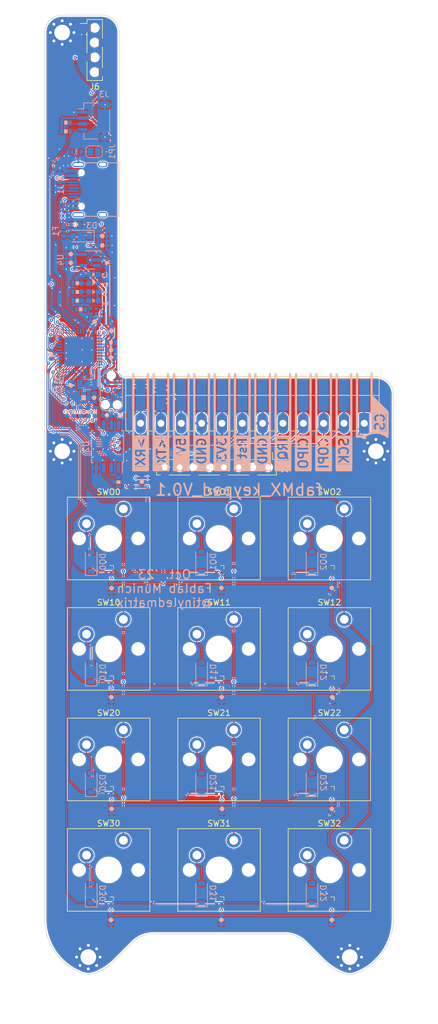
<source format=kicad_pcb>
(kicad_pcb (version 20221018) (generator pcbnew)
  (layers (0 "F.Cu" signal) (31 "B.Cu" signal) (34 "B.Paste" user) (35 "F.Paste" user) (36 "B.SilkS" user "B.Silkscreen") (37 "F.SilkS" user "F.Silkscreen") (38 "B.Mask" user) (39 "F.Mask" user) (44 "Edge.Cuts" user))
  (net 0 "")
  (net 1 "3.3V")
  (net 2 "GND")
  (net 3 "+5V")
  (net 4 "/USBVCC")
  (net 5 "Net-(F1-Pad2)")
  (net 6 "Net-(J1-SHIELD)")
  (net 7 "Net-(FB1-Pad2)")
  (net 8 "/SDA")
  (net 9 "/SCL")
  (net 10 "Net-(LED1-A)")
  (net 11 "Net-(LED_RX1-K)")
  (net 12 "Net-(LED_TX1-K)")
  (net 13 "Net-(ON1-K)")
  (net 14 "/FLASH_CS")
  (net 15 "Net-(J1-CC1)")
  (net 16 "Net-(J1-CC2)")
  (net 17 "/D13")
  (net 18 "/TXLED")
  (net 19 "/RXLED{slash}SWDIO")
  (net 20 "/NEOPIX{slash}SWCLK")
  (net 21 "Net-(U1-PA00)")
  (net 22 "Net-(U1-PA01)")
  (net 23 "/A0")
  (net 24 "/A1")
  (net 25 "/A2")
  (net 26 "/MOSI")
  (net 27 "/SCK")
  (net 28 "/MISO")
  (net 29 "/D2")
  (net 30 "/D5")
  (net 31 "/D12")
  (net 32 "/D7")
  (net 33 "/D-")
  (net 34 "/D+")
  (net 35 "/FLASH_MOSI")
  (net 36 "/FLASH_SCK")
  (net 37 "Net-(U1-~{RESET})")
  (net 39 "Net-(U1-VDDCORE)")
  (net 40 "/FLASH_MISO")
  (net 42 "/~{RESET}")
  (net 44 "/LED_Key")
  (net 45 "Net-(LED10-DIN)")
  (net 46 "Net-(LED10-DOUT)")
  (net 47 "Net-(LED11-DOUT)")
  (net 48 "Net-(LED12-DOUT)")
  (net 49 "Net-(LED20-DOUT)")
  (net 50 "Net-(LED21-DOUT)")
  (net 51 "/ROW1")
  (net 52 "Net-(D10-A)")
  (net 53 "Net-(D11-A)")
  (net 54 "Net-(D12-A)")
  (net 55 "Net-(LED22-DOUT)")
  (net 56 "Net-(LED30-DOUT)")
  (net 57 "Net-(LED31-DOUT)")
  (net 59 "Net-(LEDO0-DOUT)")
  (net 60 "Net-(LEDO1-DOUT)")
  (net 61 "/ROW2")
  (net 62 "Net-(D20-A)")
  (net 63 "Net-(D21-A)")
  (net 64 "Net-(D22-A)")
  (net 65 "/ROW3")
  (net 66 "Net-(D30-A)")
  (net 67 "Net-(D31-A)")
  (net 68 "Net-(D32-A)")
  (net 69 "/COL1")
  (net 70 "/COL2")
  (net 71 "Net-(DO0-A)")
  (net 72 "Net-(DO1-A)")
  (net 73 "Net-(DO2-A)")
  (net 76 "/NFC_CS")
  (net 77 "/NFC_IRQ")
  (net 78 "/NFC_RST")
  (net 79 "/Key_RX")
  (net 80 "/Key_TX")
  (net 81 "/NFC_3V3")
  (net 82 "/NFC_CIPO")
  (net 83 "/NFV_COPI")
  (net 84 "/NFC_SCLK")
  (net 86 "/COL0")
  (net 87 "/AREF")
  (net 88 "/ROW0")
  (net 89 "/NFC_CS'")
  (net 90 "/NFC_IRQ'")
  (net 91 "/NFC_RST'")
  (footprint "PCM_Switch_Keyboard_Cherry_MX:SW_Cherry_MX_PCB" (layer "F.Cu") (at 90.25 106.799444)
    (fp_text reference "SWO1")
    (fp_text value "SW_Push")
  )
  (footprint "Connector_PinSocket_2.54mm:PinSocket_1x04_P2.54mm_Vertical_SMD_Pin1Left" (layer "F.Cu") (at 68.85 22.799444)
    (fp_text reference "J6")
    (fp_text value "Conn_01x04")
  )
  (footprint "ownLEDs:LED_SK6812_EC15_1.5x1.5mm_modRounded" (layer "F.Cu") (at 90.25 150.3)
    (fp_text reference "LED21" hide)
    (fp_text value "WS2812B")
  )
  (footprint "PCM_Switch_Keyboard_Cherry_MX:SW_Cherry_MX_PCB" (layer "F.Cu") (at 109.25 144.799444)
    (fp_text reference "SW22")
    (fp_text value "SW_Push")
  )
  (footprint "ownLEDs:LED_SK6812_EC15_1.5x1.5mm_modRounded" (layer "F.Cu") (at 71.25 112.3)
    (fp_text reference "LEDO0" hide)
    (fp_text value "WS2812B")
  )
  (footprint "MountingHole:MountingHole_2.7mm_M2.5_Pad_Via" (layer "F.Cu") (at 112.75 178.798889)
    (fp_text reference "H4" hide)
    (fp_text value "MountingHole_Pad")
  )
  (footprint "PCM_Switch_Keyboard_Cherry_MX:SW_Cherry_MX_PCB" (layer "F.Cu") (at 71.25 106.799444)
    (fp_text reference "SWO0")
    (fp_text value "SW_Push")
  )
  (footprint "PCM_Switch_Keyboard_Cherry_MX:SW_Cherry_MX_PCB" (layer "F.Cu") (at 90.25 163.799444)
    (fp_text reference "SW31")
    (fp_text value "SW_Push")
  )
  (footprint "ownLEDs:LED_SK6812_EC15_1.5x1.5mm_modRounded" (layer "F.Cu") (at 109.25 169.3)
    (fp_text reference "LED32" hide)
    (fp_text value "WS2812B")
  )
  (footprint "Connector_Phoenix_MC:PhoenixContact_MC_1,5_12-G-3.5_1x12_P3.50mm_Horizontal" (layer "F.Cu") (at 115.25 87 180)
    (fp_text reference "J7")
    (fp_text value "Conn_01x12")
  )
  (footprint "PCM_Switch_Keyboard_Cherry_MX:SW_Cherry_MX_PCB" (layer "F.Cu") (at 90.25 125.799444)
    (fp_text reference "SW11")
    (fp_text value "SW_Push")
  )
  (footprint "PCM_Switch_Keyboard_Cherry_MX:SW_Cherry_MX_PCB" (layer "F.Cu") (at 71.25 144.799444)
    (fp_text reference "SW20")
    (fp_text value "SW_Push")
  )
  (footprint "PCM_Switch_Keyboard_Cherry_MX:SW_Cherry_MX_PCB" (layer "F.Cu") (at 71.25 125.799444)
    (fp_text reference "SW10")
    (fp_text value "SW_Push")
  )
  (footprint "PCM_Switch_Keyboard_Cherry_MX:SW_Cherry_MX_PCB" (layer "F.Cu") (at 109.25 125.799444)
    (fp_text reference "SW12")
    (fp_text value "SW_Push")
  )
  (footprint "MountingHole:MountingHole_2.7mm_M2.5_Pad_Via" (layer "F.Cu") (at 67.75 178.798889)
    (fp_text reference "H3" hide)
    (fp_text value "MountingHole_Pad")
  )
  (footprint "PCM_Switch_Keyboard_Cherry_MX:SW_Cherry_MX_PCB" (layer "F.Cu") (at 90.25 144.799444)
    (fp_text reference "SW21")
    (fp_text value "SW_Push")
  )
  (footprint "ownLEDs:LED_SK6812_EC15_1.5x1.5mm_modRounded" (layer "F.Cu") (at 71.25 150.3)
    (fp_text reference "LED20" hide)
    (fp_text value "WS2812B")
  )
  (footprint "MountingHole:MountingHole_2.7mm_M2.5_Pad_Via" (layer "F.Cu") (at 117.25 91.8)
    (fp_text reference "H1" hide)
    (fp_text value "MountingHole_Pad")
  )
  (footprint "ownLEDs:LED_SK6812_EC15_1.5x1.5mm_modRounded" (layer "F.Cu") (at 90.25 112.3)
    (fp_text reference "LEDO1" hide)
    (fp_text value "WS2812B")
  )
  (footprint "Connector_PinSocket_2.54mm:PinSocket_1x08_P2.54mm_Vertical_SMD_Pin1Left" (layer "F.Cu") (at 89.81377 94.558764 -90)
    (fp_text reference "X1")
    (fp_text value "Conn_01x08")
  )
  (footprint "ownLEDs:LED_SK6812_EC15_1.5x1.5mm_modRounded" (layer "F.Cu") (at 109.25 112.3)
    (fp_text reference "LEDO2" hide)
    (fp_text value "WS2812B")
  )
  (footprint "ownLEDs:LED_SK6812_EC15_1.5x1.5mm_modRounded" (layer "F.Cu") (at 90.25 131.3)
    (fp_text reference "LED11" hide)
    (fp_text value "WS2812B")
  )
  (footprint "ownLEDs:LED_SK6812_EC15_1.5x1.5mm_modRounded" (layer "F.Cu") (at 109.25 131.3)
    (fp_text reference "LED12" hide)
    (fp_text value "WS2812B")
  )
  (footprint "PCM_Switch_Keyboard_Cherry_MX:SW_Cherry_MX_PCB" (layer "F.Cu") (at 109.25 163.799444)
    (fp_text reference "SW32")
    (fp_text value "SW_Push")
  )
  (footprint "MountingHole:MountingHole_2.7mm_M2.5_Pad_Via" (layer "F.Cu") (at 63.25 19.800044)
    (fp_text reference "H5" hide)
    (fp_text value "MountingHole_Pad")
  )
  (footprint "ownLEDs:LED_SK6812_EC15_1.5x1.5mm_modRounded" (layer "F.Cu") (at 109.25 150.3)
    (fp_text reference "LED22" hide)
    (fp_text value "WS2812B")
  )
  (footprint "MountingHole:MountingHole_2.7mm_M2.5_Pad_Via" (layer "F.Cu") (at 63.25 91.8)
    (fp_text reference "H2" hide)
    (fp_text value "MountingHole_Pad")
  )
  (footprint "PCM_Switch_Keyboard_Cherry_MX:SW_Cherry_MX_PCB" (layer "F.Cu") (at 109.25 106.799444)
    (fp_text reference "SWO2")
    (fp_text value "SW_Push")
  )
  (footprint "ownLEDs:LED_SK6812_EC15_1.5x1.5mm_modRounded" (layer "F.Cu") (at 71.25 169.3)
    (fp_text reference "LED30" hide)
    (fp_text value "WS2812B")
  )
  (footprint "ownLEDs:LED_SK6812_EC15_1.5x1.5mm_modRounded" (layer "F.Cu") (at 71.25 131.3)
    (fp_text reference "LED10" hide)
    (fp_text value "WS2812B")
  )
  (footprint "PCM_Switch_Keyboard_Cherry_MX:SW_Cherry_MX_PCB" (layer "F.Cu") (at 71.25 163.799444)
    (fp_text reference "SW30")
    (fp_text value "SW_Push")
  )
  (footprint "ownLEDs:LED_SK6812_EC15_1.5x1.5mm_modRounded" (layer "F.Cu") (at 90.25 169.3)
    (fp_text reference "LED31" hide)
    (fp_text value "WS2812B")
  )
  (footprint "Diode_SMD:D_SOD-123" (layer "B.Cu") (at 68.25 167.799444 90)
    (fp_text reference "D30")
    (fp_text value "1N4148W")
  )
  (footprint "dipolMods:L_0603_min" (layer "B.Cu") (at 65.7 40.299444)
    (fp_text reference "FB1")
    (fp_text value "Ferrite_Bead")
  )
  (footprint "Diode_SMD:D_SOD-123" (layer "B.Cu") (at 68.25 110.799444 90)
    (fp_text reference "DO0")
    (fp_text value "1N4148W")
  )
  (footprint "ownCon:Pad_1.8x5.5mm" (layer "B.Cu") (at 90.75 82.1 180)
    (fp_text reference "TP8" hide)
    (fp_text value "TestPoint")
  )
  (footprint "Diode_SMD:D_SOD-123" (layer "B.Cu") (at 68.25 148.799444 90)
    (fp_text reference "D20")
    (fp_text value "1N4148W")
  )
  (footprint "Diode_SMD:D_SOD-123" (layer "B.Cu") (at 87.25 167.799444 90)
    (fp_text reference "D31")
    (fp_text value "1N4148W")
  )
  (footprint "ownCon:Pad_1.8x5.5mm" (layer "B.Cu") (at 94.25 82.1 180)
    (fp_text reference "TP7" hide)
    (fp_text value "TestPoint")
  )
  (footprint "dipolMods:R_0603_min" (layer "B.Cu") (at 71.65 73.099444 180)
    (fp_text reference "R1")
    (fp_text value "330")
  )
  (footprint "dipolMods:C_0603_min" (layer "B.Cu") (at 64.75 80.5 -90)
    (fp_text reference "C4")
    (fp_text value "100n")
  )
  (footprint "dipolMods:C_0603_min" (layer "B.Cu") (at 71.75 153.3 90)
    (fp_text reference "C11")
    (fp_text value "100n")
  )
  (footprint "dipolMods:C_0603_min" (layer "B.Cu") (at 90.7 134.1 90)
    (fp_text reference "C18")
    (fp_text value "100n")
  )
  (footprint "dipolMods:LED_0603_min" (layer "B.Cu") (at 68.65 64.4)
    (fp_text reference "LED_TX1" hide)
    (fp_text value "LED_YELLOW")
  )
  (footprint "dipolMods:LED_0603_min" (layer "B.Cu") (at 68.65 65.9)
    (fp_text reference "ON1" hide)
    (fp_text value "LED_GREEN")
  )
  (footprint "dipolMods:R_0603_min" (layer "B.Cu") (at 66.45 85 -90)
    (fp_text reference "R15")
    (fp_text value "0")
  )
  (footprint "dipolMods:LED_0603_min" (layer "B.Cu") (at 68.65 61.4)
    (fp_text reference "LED1" hide)
    (fp_text value "LED_RED")
  )
  (footprint "ownCon:Pad_1.8x5.5mm" (layer "B.Cu") (at 104.75 82.1 180)
    (fp_text reference "TP4" hide)
    (fp_text value "TestPoint")
  )
  (footprint "dipolMods:R_0603_min" (layer "B.Cu") (at 68.95 85 -90)
    (fp_text reference "R16")
    (fp_text value "0")
  )
  (footprint "dipolMods:C_0603_min" (layer "B.Cu") (at 70.15 54.799444)
    (fp_text reference "C12")
    (fp_text value "10uF 10V X7T")
  )
  (footprint "Diode_SMD:D_SOD-123" (layer "B.Cu") (at 106.25 167.799444 90)
    (fp_text reference "D32")
    (fp_text value "1N4148W")
  )
  (footprint "dipolMods:C_0603_min" (layer "B.Cu") (at 64.75 57.899444 180)
    (fp_text reference "C15")
    (fp_text value "100nF 25V X7R")
  )
  (footprint "dipolMods:C_0603_min" (layer "B.Cu") (at 109.65 115.3 90)
    (fp_text reference "C19")
    (fp_text value "100n")
  )
  (footprint "dipolMods:C_0603_min" (layer "B.Cu") (at 71.7 134.1 90)
    (fp_text reference "C10")
    (fp_text value "100n")
  )
  (footprint "dipolMods:R_0603_min" (layer "B.Cu") (at 72.95 97.1 -90)
    (fp_text reference "R2")
    (fp_text value "10k")
  )
  (footprint "ownCon:Pad_1.8x5.5mm" (layer "B.Cu") (at 115.25 82.1 180)
    (fp_text reference "TP1" hide)
    (fp_text value "TestPoint")
  )
  (footprint "dipolMods:C_0603_min" (layer "B.Cu") (at 68.85 69.5 180)
    (fp_text reference "C6")
    (fp_text value "100n")
  )
  (footprint "ownCon:Pad_1.8x5.5mm" (layer "B.Cu") (at 101.25 82.1 180)
    (fp_text reference "TP5" hide)
    (fp_text value "TestPoint")
  )
  (footprint "ownLEDs:LED_SK6812_EC15_1.5x1.5mm_modRounded" (layer "B.Cu") (at 68.65 67.7)
    (fp_text reference "D2" hide)
    (fp_text value "WS2812B")
  )
  (footprint "dipolMods:C_0603_min" (layer "B.Cu") (at 71.75 71.099444 90)
    (fp_text reference "C8")
    (fp_text value "100n")
  )
  (footprint "Diode_SMD:D_SOD-123" (layer "B.Cu") (at 68.25 129.799444 90)
    (fp_text reference "D10")
    (fp_text value "1N4148W")
  )
  (footprint "dipolMods:R_0603_min" (layer "B.Cu") (at 73.25 85.6)
    (fp_text reference "R17")
    (fp_text value "0")
  )
  (footprint "dipolMods:R_0603_min" (layer "B.Cu") (at 65.85 64.4)
    (fp_text reference "R6")
    (fp_text value "1k")
  )
  (footprint "dipolMods:R_0603_min" (layer "B.Cu") (at 62.85 44.799444 -90)
    (fp_text reference "R3")
    (fp_text value "5k1")
  )
  (footprint "dipolMods:C_0603_min" (layer "B.Cu") (at 66.95 82.6 90)
    (fp_text reference "C2")
    (fp_text value "22p")
  )
  (footprint "dipolMods:C_0603_min" (layer "B.Cu") (at 64.75 59.399444 180)
    (fp_text reference "C14")
    (fp_text value "10uF 10V X7T")
  )
  (footprint "ownCon:Pad_1.8x5.5mm" (layer "B.Cu") (at 83.75 82.1 180)
    (fp_text reference "TP10" hide)
    (fp_text value "TestPoint")
  )
  (footprint "Package_DFN_QFN:QFN-48-1EP_7x7mm_P0.5mm_EP5.15x5.15mm" (layer "B.Cu") (at 66.205 74.644444 90)
    (fp_text reference "U1")
    (fp_text value "ATSAMD21G18A-M")
  )
  (footprint "dipolMods:C_0603_min" (layer "B.Cu") (at 61.35 75.199444 90)
    (fp_text reference "C5")
    (fp_text value "100n")
  )
  (footprint "Diode_SMD:D_SOD-123" (layer "B.Cu") (at 106.25 129.799444 90)
    (fp_text reference "D12")
    (fp_text value "1N4148W")
  )
  (footprint "dipolMods:R_0603_min" (layer "B.Cu") (at 67.75 85 -90)
    (fp_text reference "R10")
    (fp_text value "0")
  )
  (footprint "ownCon:Pad_1.8x5.5mm" (layer "B.Cu") (at 108.25 82.1 180)
    (fp_text reference "TP3" hide)
    (fp_text value "TestPoint")
  )
  (footprint "dipolMods:R_0603_min" (layer "B.Cu") (at 70.95 59.399444 90)
    (fp_text reference "R5")
    (fp_text value "1k")
  )
  (footprint "Diode_SMD:D_SOD-123" (layer "B.Cu") (at 106.25 110.799444 90)
    (fp_text reference "DO2")
    (fp_text value "1N4148W")
  )
  (footprint "ownCon:Pad_1.8x5.5mm" (layer "B.Cu") (at 97.75 82.1 180)
    (fp_text reference "TP6" hide)
    (fp_text value "TestPoint")
  )
  (footprint "dipolMods:C_0603_min" (layer "B.Cu") (at 71.65 172.4 90)
    (fp_text reference "C25")
    (fp_text value "100n")
  )
  (footprint "ownCon:Pad_1.8x5.5mm" (layer "B.Cu") (at 80.25 82.1 180)
    (fp_text reference "TP11" hide)
    (fp_text value "TestPoint")
  )
  (footprint "Diode_SMD:D_SOD-123" (layer "B.Cu") (at 87.25 129.799444 90)
    (fp_text reference "D11")
    (fp_text value "1N4148W")
  )
  (footprint "dipolMods:R_0603_min" (layer "B.Cu") (at 65.25 85 -90)
    (fp_text reference "R13")
    (fp_text value "0")
  )
  (footprint "ownCon:Pad_1.8x5.5mm" (layer "B.Cu") (at 76.75 82.1 180)
    (fp_text reference "TP12" hide)
    (fp_text value "TestPoint")
  )
  (footprint "dipolMods:R_0603_min" (layer "B.Cu") (at 63.9 35.299444 180)
    (fp_text reference "R11")
    (fp_text value "5k1")
  )
  (footprint "dipolMods:R_0603_min" (layer "B.Cu") (at 65.5 52.8 180)
    (fp_text reference "R4")
    (fp_text value "5k1")
  )
  (footprint "dipolMods:C_0603_min" (layer "B.Cu") (at 109.65 153.3 90)
    (fp_text reference "C16")
    (fp_text value "100n")
  )
  (footprint "dipolMods:LED_0603_min" (layer "B.Cu") (at 68.65 62.9)
    (fp_text reference "LED_RX1" hide)
    (fp_text value "LED_YELLOW")
  )
  (footprint "dipolMods:R_0603_min" (layer "B.Cu") (at 66.45 67.4 180)
    (fp_text reference "R9")
    (fp_text value "1k")
  )
  (footprint "Connector_USB_Extra:USB_C_Receptacle_GT-USB-7010" (layer "B.Cu") (at 68.35 46.8 -90)
    (fp_text reference "J1")
    (fp_text value "USB_C_Receptacle_USB2.0")
  )
  (footprint "Fuse:Fuse_0603_1608Metric" (layer "B.Cu") (at 63.45 54 90)
    (fp_text reference "F1")
    (fp_text value "500mA")
  )
  (footprint "Diode_SMD:D_SOD-123" (layer "B.Cu") (at 87.25 110.799444 90)
    (fp_text reference "DO1")
    (fp_text value "1N4148W")
  )
  (footprint "dipolMods:C_0603_min" (layer "B.Cu") (at 109.75 134.1 90)
    (fp_text reference "C22")
    (fp_text value "100n")
  )
  (footprint "dipolMods:C_0603_min" (layer "B.Cu") (at 71.65 75.699444)
    (fp_text reference "C7")
    (fp_text value "100n")
  )
  (footprint "Connector_JST:JST_SH_SM04B-SRSS-TB_1x04-1MP_P1.00mm_Horizontal" (layer "B.Cu") (at 68.75 34.999444 -90)
    (fp_text reference "J3")
    (fp_text value "Conn_01x04")
  )
  (footprint "ownCon:Pad_1.8x5.5mm" (layer "B.Cu") (at 87.25 82.1 180)
    (fp_text reference "TP9" hide)
    (fp_text value "TestPoint")
  )
  (footprint "Package_SO:SOIC-8W_5.3x5.3mm_P1.27mm" (layer "B.Cu") (at 71.05 91 90)
    (fp_text reference "U2")
    (fp_text value "SPI Flash")
  )
  (footprint "Diode_SMD:D_SOD-123" (layer "B.Cu") (at 87.25 148.799444 90)
    (fp_text reference "D21")
    (fp_text value "1N4148W")
  )
  (footprint "Jumper:SolderJumper-2_P1.3mm_Open_RoundedPad1.0x1.5mm" (layer "B.Cu") (at 68.75 40.299444)
    (fp_text reference "JP1")
    (fp_text value "Jumper")
  )
  (footprint "dipolMods:R_0603_min" (layer "B.Cu") (at 65.85 62.9)
    (fp_text reference "R7")
    (fp_text value "1k")
  )
  (footprint "dipolMods:C_0603_min" (layer "B.Cu") (at 109.65 172.4 90)
    (fp_text reference "C17")
    (fp_text value "100n")
  )
  (footprint "pkl_tag_connect:TC2030-NL_SMALL" (layer "B.Cu") (at 71.715 81.269444 -90)
    (fp_text reference "J2")
    (fp_text value "Conn_02x03_Odd_Even")
  )
  (footprint "dipolMods:C_0603_min" (layer "B.Cu") (at 70.15 56.399444)
    (fp_text reference "C13")
    (fp_text value "100nF 25V X7R")
  )
  (footprint "Diode_SMD:D_SOD-123" (layer "B.Cu") (at 106.25 148.799444 90)
    (fp_text reference "D22")
    (fp_text value "1N4148W")
  )
  (footprint "dipolMods:C_0603_min" (layer "B.Cu") (at 70.95 85.6 180)
    (fp_text reference "C9")
    (fp_text value "100nF 25V X7R")
  )
  (footprint "Package_TO_SOT_SMD:SOT-23-5" (layer "B.Cu") (at 68.05 58.899444 180)
    (fp_text reference "U4")
    (fp_text value "AP2112K-3.3")
  )
  (footprint "dipolMods:R_0603_min" (layer "B.Cu") (at 76.95 97.1 90)
    (fp_text reference "R18")
    (fp_text value "0")
  )
  (footprint "Diode_SMD:D_SOD-123F" (layer "B.Cu") (at 66.55 54.799444 180)
    (fp_text reference "D3")
    (fp_text value "D_Schottky")
  )
  (footprint "dipolMods:R_0603_min" (layer "B.Cu") (at 64.05 85 -90)
    (fp_text reference "R14")
    (fp_text value "0")
  )
  (footprint "dipolMods:C_0603_min" (layer "B.Cu") (at 71.75 115.35 90)
    (fp_text reference "C23")
    (fp_text value "100n")
  )
  (footprint "dipolMods:C_0603_min" (layer "B.Cu") (at 71.65 74.399444 180)
    (fp_text reference "C3")
    (fp_text value "1u")
  )
  (footprint "dipolMods:R_0603_min" (layer "B.Cu") (at 65.85 65.9)
    (fp_text reference "R8")
    (fp_text value "1k")
  )
  (footprint "dipolMods:C_0603_min" (layer "B.Cu") (at 68.75 82.6 90)
    (fp_text reference "C1")
    (fp_text value "22p")
  )
  (footprint "dipolMods:C_0603_min" (layer "B.Cu") (at 90.65 172.4 90)
    (fp_text reference "C21")
    (fp_text value "100n")
  )
  (footprint "Crystal:Crystal_SMD_3215-2Pin_3.2x1.5mm" (layer "B.Cu") (at 67.55 80.3)
    (fp_text reference "Y1")
    (fp_text value "Crystal")
  )
  (footprint "ownCon:Pad_1.8x5.5mm" (layer "B.Cu") (at 111.75 82.1 180)
    (fp_text reference "TP2" hide)
    (fp_text value "TestPoint")
  )
  (footprint "dipolMods:C_0603_min" (layer "B.Cu") (at 90.75 153.3 90)
    (fp_text reference "C20")
    (fp_text value "100n")
  )
  (footprint "dipolMods:R_0603_min" (layer "B.Cu") (at 63.9 36.799444 180)
    (fp_text reference "R12")
    (fp_text value "5k1")
  )
  (footprint "dipolMods:C_0603_min" (layer "B.Cu") (at 90.65 115.3 90)
    (fp_text reference "C24")
    (fp_text value "100n")
  )
  (gr_line (start 88.5 95.05) (end 88.5 78.55) (stroke (width 0.4)) (layer "B.SilkS"))
  (gr_line (start 95.5 95.05) (end 95.5 78.55) (stroke (width 0.4)) (layer "B.SilkS"))
  (gr_line (start 106 95.05) (end 106 78.55) (stroke (width 0.4)) (layer "B.SilkS"))
  (gr_line (start 93 95.05) (end 93 78.55) (stroke (width 0.4)) (layer "B.SilkS"))
  (gr_line (start 88.5 95.05) (end 86 95.05) (stroke (width 0.4)) (layer "B.SilkS"))
  (gr_line (start 109.5 95.05) (end 109.5 78.55) (stroke (width 0.4)) (layer "B.SilkS"))
  (gr_line (start 114 89.3) (end 115.25 89.3) (stroke (width 0.4)) (layer "B.SilkS"))
  (gr_line (start 99 95.05) (end 96.5 95.05) (stroke (width 0.4)) (layer "B.SilkS"))
  (gr_line (start 82.5 95.05) (end 82.5 78.55) (stroke (width 0.4)) (layer "B.SilkS"))
  (gr_line (start 98.8 89.425) (end 98.8 95.1) (stroke (width 0.3)) (layer "B.SilkS"))
  (gr_line (start 107 95.05) (end 107 78.55) (stroke (width 0.4)) (layer "B.SilkS"))
  (gr_line (start 119.25 89.3) (end 119.25 85.05) (stroke (width 0.4)) (layer "B.SilkS"))
  (gr_line (start 119.25 85.05) (end 116.5 82.3) (stroke (width 0.4)) (layer "B.SilkS"))
  (gr_line (start 92 89.3) (end 89.5 89.3) (stroke (width 0.4)) (layer "B.SilkS"))
  (gr_line (start 88.325 89.35) (end 88.325 95.025) (stroke (width 0.3)) (layer "B.SilkS"))
  (gr_arc (start 115.25 89.3) (mid 117.25 88.598438) (end 119.25 89.3) (stroke (width 0.4)) (layer "B.SilkS"))
  (gr_line (start 114 89.3) (end 114 78.55) (stroke (width 0.4)) (layer "B.SilkS"))
  (gr_line (start 78 95.05) (end 75.5 95.05) (stroke (width 0.4)) (layer "B.SilkS"))
  (gr_line (start 113 95.05) (end 110.5 95.05) (stroke (width 0.4)) (layer "B.SilkS"))
  (gr_line (start 81.5 89.3) (end 79 89.3) (stroke (width 0.4)) (layer "B.SilkS"))
  (gr_line (start 92 95.05) (end 92 78.55) (stroke (width 0.4)) (layer "B.SilkS"))
  (gr_line (start 109.5 95.05) (end 107 95.05) (stroke (width 0.4)) (layer "B.SilkS"))
  (gr_line (start 78 89.3) (end 75.5 89.3) (stroke (width 0.4)) (layer "B.SilkS"))
  (gr_line (start 85 95.05) (end 85 78.55) (stroke (width 0.4)) (layer "B.SilkS"))
  (gr_line (start 95.5 95.05) (end 93 95.05) (stroke (width 0.4)) (layer "B.SilkS"))
  (gr_line (start 116.5 85.05) (end 119.25 85.05) (stroke (width 0.4)) (layer "B.SilkS"))
  (gr_line (start 81.5 95.05) (end 81.5 78.55) (stroke (width 0.4)) (layer "B.SilkS"))
  (gr_line (start 116.5 88.55) (end 116.5 78.425) (stroke (width 0.4)) (layer "B.SilkS"))
  (gr_line (start 95.25 89.3) (end 95.25 94.975) (stroke (width 0.3)) (layer "B.SilkS"))
  (gr_line (start 85 95.05) (end 82.5 95.05) (stroke (width 0.4)) (layer "B.SilkS"))
  (gr_line (start 89.5 95.05) (end 89.5 78.55) (stroke (width 0.4)) (layer "B.SilkS"))
  (gr_line (start 84.75 89.25) (end 84.75 94.925) (stroke (width 0.3)) (layer "B.SilkS"))
  (gr_line (start 99 89.3) (end 96.5 89.3) (stroke (width 0.4)) (layer "B.SilkS"))
  (gr_line (start 77.75 89.3) (end 77.75 94.975) (stroke (width 0.3)) (layer "B.SilkS"))
  (gr_line (start 75.5 95.05) (end 75.5 78.55) (stroke (width 0.4)) (layer "B.SilkS"))
  (gr_line (start 113 89.3) (end 110.5 89.3) (stroke (width 0.4)) (layer "B.SilkS"))
  (gr_line (start 92 95.05) (end 89.5 95.05) (stroke (width 0.4)) (layer "B.SilkS"))
  (gr_line (start 106 89.3) (end 103.5 89.3) (stroke (width 0.4)) (layer "B.SilkS"))
  (gr_line (start 109.5 89.3) (end 107 89.3) (stroke (width 0.4)) (layer "B.SilkS"))
  (gr_line (start 96.5 95.05) (end 96.5 78.55) (stroke (width 0.4)) (layer "B.SilkS"))
  (gr_line (start 106 95.05) (end 103.5 95.05) (stroke (width 0.4)) (layer "B.SilkS"))
  (gr_line (start 102.5 95.05) (end 100 95.05) (stroke (width 0.4)) (layer "B.SilkS"))
  (gr_line (start 79 95.05) (end 79 78.55) (stroke (width 0.4)) (layer "B.SilkS"))
  (gr_line (start 100 95.05) (end 100 78.55) (stroke (width 0.4)) (layer "B.SilkS"))
  (gr_line (start 88.5 89.3) (end 86 89.3) (stroke (width 0.4)) (layer "B.SilkS"))
  (gr_line (start 95.5 89.3) (end 93 89.3) (stroke (width 0.4)) (layer "B.SilkS"))
  (gr_line (start 109.45 94.9) (end 107.05 94.9) (stroke (width 0.3)) (layer "B.SilkS"))
  (gr_line (start 85 89.3) (end 82.5 89.3) (stroke (width 0.4)) (layer "B.SilkS"))
  (gr_line (start 113 95.05) (end 113 78.55) (stroke (width 0.4)) (layer "B.SilkS"))
  (gr_line (start 102.5 95.05) (end 102.5 78.55) (stroke (width 0.4)) (layer "B.SilkS"))
  (gr_line (start 99 95.05) (end 99 78.55) (stroke (width 0.4)) (layer "B.SilkS"))
  (gr_line (start 102.5 89.3) (end 100 89.3) (stroke (width 0.4)) (layer "B.SilkS"))
  (gr_line (start 91.75 89.325) (end 91.75 95) (stroke (width 0.3)) (layer "B.SilkS"))
  (gr_line (start 103.5 95.05) (end 103.5 78.55) (stroke (width 0.4)) (layer "B.SilkS"))
  (gr_line (start 78 95.05) (end 78 78.55) (stroke (width 0.4)) (layer "B.SilkS"))
  (gr_line (start 81.5 95.05) (end 79 95.05) (stroke (width 0.4)) (layer "B.SilkS"))
  (gr_line (start 110.5 95.05) (end 110.5 78.55) (stroke (width 0.4)) (layer "B.SilkS"))
  (gr_line (start 86 95.05) (end 86 78.55) (stroke (width 0.4)) (layer "B.SilkS"))
  (gr_line (start 70.05 16.8) (end 63.25 16.8) (stroke (width 0.1)) (layer "Edge.Cuts"))
  (gr_arc (start 66.678571 181.601038) (mid 62.012455 177.930007) (end 60.25 172.26054) (stroke (width 0.1)) (layer "Edge.Cuts"))
  (gr_arc (start 60.25 19.8) (mid 61.128681 17.678683) (end 63.25 16.8) (stroke (width 0.1)) (layer "Edge.Cuts"))
  (gr_arc (start 70.05 16.8) (mid 72.17132 17.67868) (end 73.05 19.8) (stroke (width 0.1)) (layer "Edge.Cuts"))
  (gr_arc (start 74.05 79) (mid 73.342893 78.707107) (end 73.05 78) (stroke (width 0.1)) (layer "Edge.Cuts"))
  (gr_arc (start 113.821428 181.601038) (mid 112.75 181.798889) (end 111.678571 181.601038) (stroke (width 0.1)) (layer "Edge.Cuts"))
  (gr_arc (start 111.678571 181.601038) (mid 109.809112 180.650817) (end 108.178932 179.331608) (stroke (width 0.1)) (layer "Edge.Cuts"))
  (gr_line (start 60.25 19.8) (end 60.25 172.26054) (stroke (width 0.1)) (layer "Edge.Cuts"))
  (gr_arc (start 120.25 172.26054) (mid 118.487545 177.930007) (end 113.821428 181.601038) (stroke (width 0.1)) (layer "Edge.Cuts"))
  (gr_line (start 78.924299 174.799444) (end 101.5757 174.799444) (stroke (width 0.1)) (layer "Edge.Cuts"))
  (gr_arc (start 75.388765 176.26391) (mid 77.010882 175.180046) (end 78.924299 174.799444) (stroke (width 0.1)) (layer "Edge.Cuts"))
  (gr_line (start 120.25 172.26054) (end 120.25 82) (stroke (width 0.1)) (layer "Edge.Cuts"))
  (gr_arc (start 101.5757 174.799444) (mid 103.489117 175.180047) (end 105.111234 176.26391) (stroke (width 0.1)) (layer "Edge.Cuts"))
  (gr_line (start 73.05 78) (end 73.05 19.8) (stroke (width 0.1)) (layer "Edge.Cuts"))
  (gr_arc (start 68.821428 181.601038) (mid 67.749999 181.798889) (end 66.678571 181.601038) (stroke (width 0.1)) (layer "Edge.Cuts"))
  (gr_line (start 72.321067 179.331608) (end 75.388765 176.26391) (stroke (width 0.1)) (layer "Edge.Cuts"))
  (gr_arc (start 72.321067 179.331608) (mid 70.690884 180.65081) (end 68.821428 181.601038) (stroke (width 0.1)) (layer "Edge.Cuts"))
  (gr_line (start 105.111234 176.26391) (end 108.178932 179.331608) (stroke (width 0.1)) (layer "Edge.Cuts"))
  (gr_arc (start 117.25 79) (mid 119.37132 79.87868) (end 120.25 82) (stroke (width 0.1)) (layer "Edge.Cuts"))
  (gr_line (start 117.25 79) (end 74.05 79) (stroke (width 0.1)) (layer "Edge.Cuts"))
  (gr_text "RX" (at 69.95 63.199444) (layer "B.SilkS") (effects (font (size 0.6 0.6) (thickness 0.15) bold) (justify right mirror)))
  (gr_text "fabMX_keypad_V0.1" (at 93.65 99.6) (layer "B.SilkS") (effects (font (size 2 2) (thickness 0.3)) (justify bottom mirror)))
  (gr_text "<TX" (at 80.35 89.3 90) (layer "B.SilkS" knockout) (effects (font (size 1.5 1.5) (thickness 0.3) bold) (justify left mirror)))
  (gr_text "\nOct. '23\nFablab Munich\n@tinyledmatrix" (at 80.85 118.7) (layer "B.SilkS") (effects (font (size 1.5 1.5) (thickness 0.2)) (justify bottom mirror)))
  (gr_text "TX" (at 69.95 64.799444) (layer "B.SilkS") (effects (font (size 0.6 0.6) (thickness 0.15) bold) (justify right mirror)))
  (gr_text "CS" (at 117.95 85.1 90) (layer "B.SilkS" knockout) (effects (font (size 1.6 1.5) (thickness 0.3) bold) (justify left mirror)))
  (gr_text "SCK" (at 111.75 89.3 90) (layer "B.SilkS" knockout) (effects (font (size 1.6 1.5) (thickness 0.3) bold) (justify left mirror)))
  (gr_text ">RX" (at 76.75 89.3 90) (layer "B.SilkS" knockout) (effects (font (size 1.5 1.5) (thickness 0.3) bold) (justify left mirror)))
  (gr_text "3V3" (at 90.75 89.3 90) (layer "B.SilkS" knockout) (effects (font (size 1.5 1.5) (thickness 0.3) bold) (justify left mirror)))
  (gr_text "GND" (at 87.25 89.3 90) (layer "B.SilkS" knockout) (effects (font (size 1.5 1.5) (thickness 0.3) bold) (justify left mirror)))
  (gr_text "5V" (at 83.75 89.3 90) (layer "B.SilkS" knockout) (effects (font (size 1.5 1.5) (thickness 0.3) bold) (justify left mirror)))
  (gr_text "COPI" (at 108.25 89.3 90) (layer "B.SilkS" knockout) (effects (font (size 1.6 1.5) (thickness 0.3) bold) (justify left mirror)))
  (gr_text "Rst" (at 94.25 89.3 90) (layer "B.SilkS" knockout) (effects (font (size 1.5 1.5) (thickness 0.3) bold) (justify left mirror)))
  (gr_text "IRQ" (at 101.25 89.3 90) (layer "B.SilkS" knockout) (effects (font (size 1.5 1.5) (thickness 0.3) bold) (justify left mirror)))
  (gr_text "On" (at 69.95 66.399444) (layer "B.SilkS") (effects (font (size 0.6 0.6) (thickness 0.15) bold) (justify right mirror)))
  (gr_text "CIPO" (at 104.75 89.3 90) (layer "B.SilkS" knockout) (effects (font (size 1.6 1.5) (thickness 0.3) bold) (justify left mirror)))
  (gr_text "13" (at 69.95 61.599444) (layer "B.SilkS") (effects (font (size 0.6 0.6) (thickness 0.15) bold) (justify right mirror)))
  (gr_text "GND" (at 97.75 89.3 90) (layer "B.SilkS" knockout) (effects (font (size 1.5 1.5) (thickness 0.3) bold) (justify left mirror)))
  (segment (start 60.95 77.829837) (end 60.95 81.2) (width 0.2) (layer "F.Cu") (net 1))
  (segment (start 70.45 63.9) (end 70.45 64.4) (width 0.4) (layer "F.Cu") (net 1))
  (segment (start 81.85 88.9) (end 74.35 96.4) (width 0.4) (layer "F.Cu") (net 1))
  (segment (start 74.35 96.4) (end 74.35 97.8) (width 0.4) (layer "F.Cu") (net 1))
  (segment (start 69.95 54.4) (end 71.8 52.55) (width 0.4) (layer "F.Cu") (net 1))
  (segment (start 66.05 60.5) (end 66.25 60.3) (width 0.4) (layer "F.Cu") (net 1))
  (segment (start 69.15 54.4) (end 66.7 54.4) (width 0.4) (layer "F.Cu") (net 1))
  (segment (start 77.95 97.9) (end 77.95 101.4) (width 0.4) (layer "F.Cu") (net 1))
  (segment (start 69.75 69) (end 70.05 68.7) (width 0.4) (layer "F.Cu") (net 1))
  (segment (start 73.032537 86.125) (end 73.467463 86.125) (width 0.15) (layer "F.Cu") (net 1))
  (segment (start 70.45 68.2) (end 70.45 66.8) (width 0.4) (layer "F.Cu") (net 1))
  (segment (start 90.7 112.75) (end 90.7 113.65) (width 0.15) (layer "F.Cu") (net 1))
  (segment (start 69.75 69.5) (end 69.95104 69.5) (width 0.4) (layer "F.Cu") (net 1))
  (segment (start 109.7 169.75) (end 109.7 170.65) (width 0.15) (layer "F.Cu") (net 1))
  (segment (start 70.05 68.7) (end 70.05 68.6) (width 0.4) (layer "F.Cu") (net 1))
  (segment (start 68.2 34.5) (end 68.2 32.3) (width 0.4) (layer "F.Cu") (net 1))
  (segment (start 71.85 28.65) (end 71.85 25.6) (width 0.4) (layer "F.Cu") (net 1))
  (segment (start 90.7 169.75) (end 90.7 170.65) (width 0.15) (layer "F.Cu") (net 1))
  (segment (start 70.823932 72.405212) (end 71.429144 71.8) (width 0.4) (layer "F.Cu") (net 1))
  (segment (start 77.95 97.9) (end 74.45 97.9) (width 0.4) (layer "F.Cu") (net 1))
  (segment (start 90.7 113.65) (end 90.65 113.7) (width 0.15) (layer "F.Cu") (net 1))
  (segment (start 71.722179 84.769577) (end 71.722179 84.814642) (width 0.15) (layer "F.Cu") (net 1))
  (segment (start 70.45 69.998958) (end 70.65052 70.19948) (width 0.4) (layer "F.Cu") (net 1))
  (segment (start 66.85 60.3) (end 70.45 63.9) (width 0.4) (layer "F.Cu") (net 1))
  (segment (start 109.7 113.65) (end 109.65 113.7) (width 0.15) (layer "F.Cu") (net 1))
  (segment (start 63.2505 83.5005) (end 63.8745 83.5005) (width 0.2) (layer "F.Cu") (net 1))
  (segment (start 70.45 68.2) (end 70.45 69.998958) (width 0.4) (layer "F.Cu") (net 1))
  (segment (start 71.85 81.692463) (end 71.85 81.5) (width 0.15) (layer "F.Cu") (net 1))
  (segment (start 70.45 66.4) (end 70.45 67.2) (width 0.4) (layer "F.Cu") (net 1))
  (segment (start 71.429144 76.179144) (end 70.823932 75.573932) (width 0.4) (layer "F.Cu") (net 1))
  (segment (start 70.823932 75.573932) (end 70.823932 72.405212) (width 0.4) (layer "F.Cu") (net 1))
  (segment (start 71.7 151.65) (end 71.75 151.7) (width 0.15) (layer "F.Cu") (net 1))
  (segment (start 71.722179 84.814642) (end 73.032537 86.125) (width 0.15) (layer "F.Cu") (net 1))
  (segment (start 70.45 66.4) (end 70.45 64.4) (width 0.4) (layer "F.Cu") (net 1))
  (segment (start 65.05 60.5) (end 65.75 60.5) (width 0.4) (layer "F.Cu") (net 1))
  (segment (start 71.429144 71.8) (end 71.429144 71.3) (width 0.4) (layer "F.Cu") (net 1))
  (segment (start 65.05 60.5) (end 65.25 60.3) (width 0.4) (layer "F.Cu") (net 1))
  (segment (start 68.792875 69.957125) (end 69.1 69.65) (width 0.4) (layer "F.Cu") (net 1))
  (segment (start 77.95 101.4) (end 80.65 104.1) (width 0.4) (layer "F.Cu") (net 1))
  (segment (start 71.429144 76.945165) (end 71.31569 76.945165) (width 0.4) (layer "F.Cu") (net 1))
  (segment (start 71.7 169.75) (end 71.7 170.65) (width 0.15) (layer "F.Cu") (net 1))
  (segment (start 70.65052 70.19948) (end 70.35052 69.89948) (width 0.4) (layer "F.Cu") (net 1))
  (segment (start 109.7 131.75) (end 109.7 132.65) (width 0.15) (layer "F.Cu") (net 1))
  (segment (start 71.7 170.65) (end 71.65 170.7) (width 0.15) (layer "F.Cu") (net 1))
  (segment (start 71.95 80.629122) (end 72.979122 80.629122) (width 0.4) (layer "F.Cu") (net 1))
  (segment (start 61.15 75.198944) (end 61.173944 75.198944) (width 0.2) (layer "F.Cu") (net 1))
  (segment (start 109.7 151.65) (end 109.65 151.7) (width 0.15) (layer "F.Cu") (net 1))
  (segment (start 69.25 69.5) (end 69.55 69.5) (width 0.4) (layer "F.Cu") (net 1))
  (segment (start 90.7 131.75) (end 90.7 132.6) (width 0.15) (layer "F.Cu") (net 1))
  (segment (start 78.679122 80.629122) (end 81.85 83.8) (width 0.4) (layer "F.Cu") (net 1))
  (segment (start 71.8 38.025) (end 68.275 34.5) (width 0.4) (layer "F.Cu") (net 1))
  (segment (start 73.85 85.742463) (end 73.85 83.692463) (width 0.15) (layer "F.Cu") (net 1))
  (segment (start 73.85 83.692463) (end 71.85 81.692463) (width 0.15) (layer "F.Cu") (net 1))
  (segment (start 71.85 81.7) (end 71.85 81.5) (width 0.15) (layer "F.Cu") (net 1))
  (segment (start 70.45 68.2) (end 70.05 68.6) (width 0.4) (layer "F.Cu") (net 1))
  (segment (start 71.85 25.6) (end 70.5 24.25) (width 0.4) (layer "F.Cu") (net 1))
  (segment (start 90.7 151.65) (end 90.75 151.7) (width 0.15) (layer "F.Cu") (net 1))
  (segment (start 72.979122 80.629122) (end 78.679122 80.629122) (width 0.4) (layer "F.Cu") (net 1))
  (segment (start 68.275 34.5) (end 68.2 34.5) (width 0.4) (layer "F.Cu") (net 1))
  (segment (start 65.25 60.3) (end 66.25 60.3) (width 0.4) (layer "F.Cu") (net 1))
  (segment (start 69.1 69.65) (end 69.75 69) (width 0.4) (layer "F.Cu") (net 1))
  (segment (start 66.7 54.4) (end 65.5 55.6) (width 0.4) (layer "F.Cu") (net 1))
  (segment (start 62.075 76.704837) (end 60.95 77.829837) (width 0.2) (layer "F.Cu") (net 1))
  (segment (start 71.7 113.65) (end 71.75 113.7) (width 0.15) (layer "F.Cu") (net 1))
  (segment (start 70.45 66.8) (end 70.45 66.4) (width 0.4) (layer "F.Cu") (net 1))
  (segment (start 70.45 67.5) (end 70.05 67.9) (width 0.4) (layer "F.Cu") (net 1))
  (segment (start 61.173944 75.198944) (end 62.075 76.1) (width 0.2) (layer "F.Cu") (net 1))
  (segment (start 69.75 69) (end 69.75 69.5) (width 0.4) (layer "F.Cu") (net 1))
  (segment (start 73.467463 86.125) (end 73.85 85.742463) (width 0.15) (layer "F.Cu") (net 1))
  (segment (start 69.95104 69.5) (end 70.35052 69.89948) (width 0.4) (layer "F.Cu") (net 1))
  (segment (start 71.429144 76.945165) (end 71.429144 76.979144) (width 0.2) (layer "F.Cu") (net 1))
  (segment (start 70.17097 79.92097) (end 70.879122 80.629122) (width 0.4) (layer "F.Cu") (net 1))
  (segment (start 74.45 97.9) (end 74.35 97.8) (width 0.2) (layer "F.Cu") (net 1))
  (segment (start 71.429144 70.978103) (end 70.65052 70.19948) (width 0.4) (layer "F.Cu") (net 1))
  (segment (start 71.8 52.55) (end 71.8 38.025) (width 0.4) (layer "F.Cu") (net 1))
  (segment (start 71.7 150.75) (end 71.7 151.65) (width 0.15) (layer "F.Cu") (net 1))
  (segment (start 69.55 69.5) (end 69.75 69.5) (width 0.4) (layer "F.Cu") (net 1))
  (segment (start 65.5 55.6) (end 65.5 56.7) (width 0.4) (layer "F.Cu") (net 1))
  (segment (start 60.95 81.2) (end 63.2505 83.5005) (width 0.2) (layer "F.Cu") (net 1))
  (segment (start 109.7 150.75) (end 109.7 151.65) (width 0.15) (layer "F.Cu") (net 1))
  (segment (start 71.85 81.5) (end 71.85 80.729122) (width 0.15) (layer "F.Cu") (net 1))
  (segment (start 70.05 67.9) (end 70.05 68.6) (width 0.5) (layer "F.Cu") (net 1))
  (segment (start 68.2 32.3) (end 71.85 28.65) (width 0.4) (layer "F.Cu") (net 1))
  (segment (start 109.7 170.65) (end 109.65 170.7) (width 0.15) (layer "F.Cu") (net 1))
  (segment (start 65.75 60.5) (end 66.05 60.5) (width 0.4) (layer "F.Cu") (net 1))
  (segment (start 71.429144 71.3) (end 71.429144 70.978103) (width 0.4) (layer "F.Cu") (net 1))
  (segment (start 80.65 104.1) (end 80.65 114.5) (width 0.4) (layer "F.Cu") (net 1))
  (segment (start 71.85 80.729122) (end 71.95 80.629122) (width 0.15) (layer "F.Cu") (net 1))
  (segment (start 66.25 60.3) (end 66.85 60.3) (width 0.4) (layer "F.Cu") (net 1))
  (segment (start 71.7 112.75) (end 71.7 113.65) (width 0.15) (layer "F.Cu") (net 1))
  (segment (start 70.05 69.598959) (end 70.05 68.6) (width 0.4) (layer "F.Cu") (net 1))
  (segment (start 70.5 24.25) (end 70.5 21.529444) (width 0.4) (layer "F.Cu") (net 1))
  (segment (start 70.35052 69.89948) (end 70.05 69.598959) (width 0.4) (layer "F.Cu") (net 1))
  (segment (start 70.45 67.2) (end 70.45 67.5) (width 0.4) (layer "F.Cu") (net 1))
  (segment (start 64.15 80.1) (end 66.914214 77.335786) (width 0.4) (layer "F.Cu") (net 1))
  (segment (start 69.1 69.65) (end 69.25 69.5) (width 0.4) (layer "F.Cu") (net 1))
  (segment (start 90.7 150.75) (end 90.7 151.65) (width 0.15) (layer "F.Cu") (net 1))
  (segment (start 81.85 83.8) (end 81.85 88.9) (width 0.4) (layer "F.Cu") (net 1))
  (segment (start 109.7 112.75) (end 109.7 113.65) (width 0.15) (layer "F.Cu") (net 1))
  (segment (start 90.7 170.65) (end 90.65 170.7) (width 0.15) (layer "F.Cu") (net 1))
  (segment (start 70.17097 78.089886) (end 70.17097 79.92097) (width 0.4) (layer "F.Cu") (net 1))
  (segment (start 67.5 75.921573) (end 67.5 73.078403) (width 0.4) (layer "F.Cu") (net 1))
  (segment (start 71.7 131.75) (end 71.7 132.55) (width 0.15) (layer "F.Cu") (net 1))
  (segment (start 70.45 67.2) (end 70.45 68.2) (width 0.4) (layer "F.Cu") (net 1))
  (segment (start 71.429144 76.945165) (end 71.429144 76.179144) (width 0.4) (layer "F.Cu") (net 1))
  (segment (start 62.075 76.1) (end 62.075 76.704837) (width 0.2) (layer "F.Cu") (net 1))
  (segment (start 69.15 54.4) (end 69.95 54.4) (width 0.4) (layer "F.Cu") (net 1))
  (segment (start 70.879122 80.629122) (end 71.95 80.629122) (width 0.4) (layer "F.Cu") (net 1))
  (segment (start 71.31569 76.945165) (end 70.17097 78.089886) (width 0.4) (layer "F.Cu") (net 1))
  (via (at 70.05 68.6) (size 0.6) (drill 0.2) (layers "F.Cu" "B.Cu") (net 1))
  (via (at 75.95 97.9) (size 0.6) (drill 0.2) (layers "F.Cu" "B.Cu") (net 1))
  (via (at 90.7 132.6) (size 0.6) (drill 0.2) (layers "F.Cu" "B.Cu") (net 1))
  (via (at 109.65 151.7) (size 0.6) (drill 0.2) (layers "F.Cu" "B.Cu") (net 1))
  (via (at 71.43 76.945165) (size 0.6) (drill 0.2) (layers "F.Cu" "B.Cu") (net 1))
  (via (at 71.65 170.7) (size 0.6) (drill 0.2) (layers "F.Cu" "B.Cu") (net 1))
  (via (at 71.75 113.7) (size 0.6) (drill 0.2) (layers "F.Cu" "B.Cu") (net 1))
  (via (at 71.7 84.8) (size 0.6) (drill 0.2) (layers "F.Cu" "B.Cu") (net 1))
  (via (at 74.35 97.8) (size 0.6) (drill 0.2) (layers "F.Cu" "B.Cu") (net 1))
  (via (at 71.75 151.7) (size 0.6) (drill 0.2) (layers "F.Cu" "B.Cu") (net 1))
  (via (at 70.05 67.9) (size 0.6) (drill 0.2) (layers "F.Cu" "B.Cu") (net 1))
  (via (at 109.65 170.7) (size 0.6) (drill 0.2) (layers "F.Cu" "B.Cu") (net 1))
  (via (at 65.75 60.5) (size 0.6) (drill 0.2) (layers "F.Cu" "B.Cu") (net 1))
  (via (at 80.65 114.5) (size 0.6) (drill 0.2) (layers "F.Cu" "B.Cu") (net 1))
  (via (at 72.979122 80.629122) (size 0.6) (drill 0.2) (layers "F.Cu" "B.Cu") (net 1))
  (via (at 90.65 113.7) (size 0.6) (drill 0.2) (layers "F.Cu" "B.Cu") (net 1))
  (via (at 65.05 60.5) (size 0.6) (drill 0.2) (layers "F.Cu" "B.Cu") (net 1))
  (via (at 109.7 132.65) (size 0.6) (drill 0.2) (layers "F.Cu" "B.Cu") (net 1))
  (via (at 109.65 113.7) (size 0.6) (drill 0.2) (layers "F.Cu" "B.Cu") (net 1))
  (via (at 64.15 80.1) (size 0.6) (drill 0.2) (layers "F.Cu" "B.Cu") (net 1))
  (via (at 77.95 97.9) (size 0.6) (drill 0.2) (layers "F.Cu" "B.Cu") (net 1))
  (via (at 90.75 151.7) (size 0.6) (drill 0.2) (layers "F.Cu" "B.Cu") (net 1))
  (via (at 65.5 56.7) (size 0.6) (drill 0.2) (layers "F.Cu" "B.Cu") (net 1))
  (via (at 63.8745 83.5005) (size 0.6) (drill 0.2) (layers "F.Cu" "B.Cu") (net 1))
  (via (at 71.7 132.55) (size 0.6) (drill 0.2) (layers "F.Cu" "B.Cu") (net 1))
  (via (at 68.2 34.5) (size 0.6) (drill 0.2) (layers "F.Cu" "B.Cu") (net 1))
  (via (at 70.45 64.4) (size 0.6) (drill 0.2) (layers "F.Cu" "B.Cu") (net 1))
  (via (at 90.65 170.7) (size 0.6) (drill 0.2) (layers "F.Cu" "B.Cu") (net 1))
  (via (at 61.15 75.198944) (size 0.6) (drill 0.2) (layers "F.Cu" "B.Cu") (net 1))
  (arc (start 67.5 73.078403) (mid 67.836007 71.38918) (end 68.792875 69.957125) (width 0.4) (layer "F.Cu") (net 1))
  (arc (start 66.914214 77.335786) (mid 67.347759 76.68694) (end 67.5 75.921573) (width 0.4) (layer "F.Cu") (net 1))
  (segment (start 90.75 152.55) (end 109.65 152.55) (width 0.3) (layer "B.Cu") (net 1))
  (segment (start 70.9 75.85) (end 71.05 76) (width 0.2) (layer "B.Cu") (net 1))
  (segment (start 112.25 162.6) (end 112.25 170.6) (width 0.3) (layer "B.Cu") (net 1))
  (segment (start 63.667893 80.582107) (end 64.15 80.1) (width 0.2) (layer "B.Cu") (net 1))
  (segment (start 64.1245 82.89697) (end 64.1245 82.714523) (width 0.2) (layer "B.Cu") (net 1))
  (segment (start 106.55 137.5) (end 106.55 133.35) (width 0.3) (layer "B.Cu") (net 1))
  (segment (start 61.500556 75.949444) (end 61.15 75.949444) (width 0.2) (layer "B.Cu") (net 1))
  (segment (start 112.25 154.5) (end 109.15 157.6) (width 0.3) (layer "B.Cu") (net 1))
  (segment (start 65.35 79.1) (end 65.35 79.6) (width 0.15) (layer "B.Cu") (net 1))
  (segment (start 70.415 96.065) (end 72.2 97.85) (width 0.15) (layer "B.Cu") (net 1))
  (segment (start 72.955 87.35) (end 72.955 86.805) (width 0.15) (layer "B.Cu") (net 1))
  (segment (start 64.9375 67.1125) (end 64.575 66.75) (width 0.15) (layer "B.Cu") (net 1))
  (segment (start 63.15 35.299444) (end 63.15 34.7) (width 0.4) (layer "B.Cu") (net 1))
  (segment (start 112.25 151.5) (end 112.25 143.2) (width 0.3) (layer "B.Cu") (net 1))
  (segment (start 71.429144 76.749298) (end 71.429144 76.945165) (width 0.2) (layer "B.Cu") (net 1))
  (segment (start 66.9125 57.949444) (end 65.55 57.949444) (width 0.4) (layer "B.Cu") (net 1))
  (segment (start 69.4375 64.4) (end 69.4375 65.2) (width 0.2) (layer "B.Cu") (net 1))
  (segment (start 69.4375 62.9) (end 69.4375 64.5) (width 0.2) (layer "B.Cu") (net 1))
  (segment (start 90.75 152.55) (end 90.75 151.7) (width 0.3) (layer "B.Cu") (net 1))
  (segment (start 63.15 34.7) (end 63.350556 34.499444) (width 0.4) (layer "B.Cu") (net 1))
  (segment (start 69.805854 67.405854) (end 69.873266 67.473266) (width 0.15) (layer "B.Cu") (net 1))
  (segment (start 61.552154 75.897846) (end 61.500556 75.949444) (width 0.2) (layer "B.Cu") (net 1))
  (segment (start 90.65 171.65) (end 90.65 170.7) (width 0.3) (layer "B.Cu") (net 1))
  (segment (start 110.95 114.8) (end 110.95 117.8) (width 0.3) (layer "B.Cu") (net 1))
  (segment (start 71.75 152.55) (end 90.75 152.55) (width 0.3) (layer "B.Cu") (net 1))
  (segment (start 64.575 65.44467) (end 64.91967 65.1) (width 0.15) (layer "B.Cu") (net 1))
  (segment (start 72.955 86.905) (end 72.955 87.35) (width 0.15) (layer "B.Cu") (net 1))
  (segment (start 74.3 97.85) (end 74.35 97.8) (width 0.15) (layer "B.Cu") (net 1))
  (segment (start 112.45 131.4) (end 110.8 133.05) (width 0.3) (layer "B.Cu") (net 1))
  (segment (start 64.91967 65.1) (end 69.3375 65.1) (width 0.15) (layer "B.Cu") (net 1))
  (segment (start 90.7 132.6) (end 90.7 133.35) (width 0.3) (layer "B.Cu") (net 1))
  (segment (start 65.55 57.949444) (end 65.5 57.899444) (width 0.15) (layer "B.Cu") (net 1))
  (segment (start 71.685 85.965) (end 71.85 85.8) (width 0.15) (layer "B.Cu") (net 1))
  (segment (start 70.415 94.65) (end 70.415 96.065) (width 0.15) (layer "B.Cu") (net 1))
  (segment (start 66.75 34.499444) (end 68.199444 34.499444) (width 0.4) (layer "B.Cu") (net 1))
  (segment (start 110.95 117.8) (end 109.55 119.2) (width 0.3) (layer "B.Cu") (net 1))
  (segment (start 71.75 152.55) (end 71.75 151.7) (width 0.3) (layer "B.Cu") (net 1))
  (segment (start 71.65 171.65) (end 71.65 170.7) (width 0.3) (layer "B.Cu") (net 1))
  (segment (start 69.4375 65.2) (end 69.4375 66) (width 0.2) (layer "B.Cu") (net 1))
  (segment (start 71.7 85.6) (end 71.7 84.791756) (width 0.15) (layer "B.Cu") (net 1))
  (segment (start 90.65 171.65) (end 109.65 171.65) (width 0.3) (layer "B.Cu") (net 1))
  (segment (start 69.6 69.35) (end 69.837845 69.112155) (width 0.2) (layer "B.Cu") (net 1))
  (segment (start 71.685 86.3) (end 71.685 85.965) (width 0.15) (layer "B.Cu") (net 1))
  (segment (start 109.75 133.35) (end 110.5 133.35) (width 0.3) (layer "B.Cu") (net 1))
  (segment (start 64.5 79.75) (end 64.75 79.75) (width 0.2) (layer "B.Cu") (net 1))
  (segment (start 76.95 97.85) (end 77 97.9) (width 0.2) (layer "B.Cu") (net 1))
  (segment (start 65.35 79.6) (end 65.05 79.6) (width 0.15) (layer "B.Cu") (net 1))
  (segment (start 65.55 78.9) (end 65.35 79.1) (width 0.15) (layer "B.Cu") (net 1))
  (segment (start 109.65 114.55) (end 110.7 114.55) (width 0.3) (layer "B.Cu") (net 1))
  (segment (start 66.455 78.081944) (end 66.455 78.595) (width 0.15) (layer "B.Cu") (net 1))
  (segment (start 110.5 133.35) (end 110.8 133.05) (width 0.3) (layer "B.Cu") (net 1))
  (segment (start 65.05 79.6) (end 64.9 79.75) (width 0.15) (layer "B.Cu") (net 1))
  (segment (start 68.199444 34.499444) (end 68.2 34.5) (width 0.4) (layer "B.Cu") (net 1))
  (segment (start 71.65 171.65) (end 90.65 171.65) (width 0.3) (layer "B.Cu") (net 1))
  (segment (start 71.7 84.791756) (end 71.722179 84.769577) (width 0.15) (layer "B.Cu") (net 1))
  (segment (start 71.7 133.35) (end 90.7 133.35) (width 0.3) (layer "B.Cu") (net 1))
  (segment (start 109.65 171.65) (end 109.65 170.7) (width 0.3) (layer "B.Cu") (net 1))
  (segment (start 71.8 114.55) (end 71.75 114.6) (width 0.3) (layer "B.Cu") (net 1))
  (segment (start 109.55 119.2) (end 109.55 121.6) (width 0.3) (layer "B.Cu") (net 1))
  (segment (start 65.7 67.4) (end 65.225 67.4) (width 0.15) (layer "B.Cu") (net 1))
  (segment (start 63.15 36.799444) (end 63.15 35.299444) (width 0.4) (layer "B.Cu") (net 1))
  (segment (start 90.7 133.35) (end 106.55 133.35) (width 0.3) (layer "B.Cu") (net 1))
  (segment (start 61.15 75.949444) (end 61.15 75.198944) (width 0.2) (layer "B.Cu") (net 1))
  (segment (start 109.75 133.35) (end 109.75 132.7) (width 0.3) (layer "B.Cu") (net 1))
  (segment (start 69.1 67.25) (end 69.42959 67.25) (width 0.15) (layer "B.Cu") (net 1))
  (segment (start 64.575 66.75) (end 64.575 65.44467) (width 0.15) (layer "B.Cu") (net 1))
  (segment (start 65.55 56.75) (end 65.5 56.7) (width 0.15) (layer "B.Cu") (net 1))
  (segment (start 71.7 132.55) (end 71.7 133.3) (width 0.3) (layer "B.Cu") (net 1))
  (segment (start 72.45 86.3) (end 71.685 86.3) (width 0.15) (layer "B.Cu") (net 1))
  (segment (start 112.2 152.55) (end 112.25 152.6) (width 0.3) (layer "B.Cu") (net 1))
  (segment (start 111.2 171.65) (end 109.65 171.65) (width 0.3) (layer "B.Cu") (net 1))
  (segment (start 66.455 78.595) (end 66.15 78.9) (width 0.15) (layer "B.Cu") (net 1))
  (segment (start 66.75 34.499444) (end 63.350556 34.499444) (width 0.4) (layer "B.Cu") (net 1))
  (segment (start 109.75 132.7) (end 109.7 132.65) (width 0.15) (layer "B.Cu") (net 1))
  (segment (start 68.955 71.206944) (end 68.955 71.132099) (width 0.2) (layer "B.Cu") (net 1))
  (segment (start 76.9 97.9) (end 75.95 97.9) (width 0.2) (layer "B.Cu") (net 1))
  (segment (start 65.5 60.25) (end 65.75 60.5) (width 0.4) (layer "B.Cu") (net 1))
  (segment (start 72.85 86.8) (end 72.955 86.905) (width 0.15) (layer "B.Cu") (net 1))
  (segment (start 65.225 67.4) (end 64.9375 67.1125) (width 0.15) (layer "B.Cu") (net 1))
  (segment (start 70.9 75.699444) (end 70.9 75.85) (width 0.2) (layer "B.Cu") (net 1))
  (segment (start 77 97.9) (end 77.95 97.9) (width 0.2) (layer "B.Cu") (net 1))
  (segment (start 72.35 80) (end 72.979122 80.629122) (width 0.15) (layer "B.Cu") (net 1))
  (segment (start 109.65 114.55) (end 90.65 114.55) (width 0.3) (layer "B.Cu") (net 1))
  (segment (start 112.25 152.6) (end 112.25 154.5) (width 0.3) (layer "B.Cu") (net 1))
  (segment (start 90.65 114.55) (end 71.8 114.55) (width 0.3) (layer "B.Cu") (net 1))
  (segment (start 71.75 114.6) (end 71.75 113.7) (width 0.3) (layer "B.Cu") (net 1))
  (segment (start 65.5 59.399444) (end 65.5 57.899444) (width 0.4) (layer "B.Cu") (net 1))
  (segment (start 71.05 76) (end 71.05 76.370154) (width 0.2) (layer "B.Cu") (net 1))
  (segment (start 65.5 60.05) (end 65.05 60.5) (width 0.4) (layer "B.Cu") (net 1))
  (segment (start 69.6 69.5) (end 69.6 69.35) (width 0.2) (layer "B.Cu") (net 1))
  (segment (start 64.03092 82.488602) (end 63.759279 82.216961) (width 0.2) (layer "B.Cu") (net 1))
  (segment (start 90.65 114.55) (end 90.65 113.7) (width 0.3) (layer "B.Cu") (net 1))
  (segment (start 64.15 80.1) (end 64.5 79.75) (width 0.2) (layer "B.Cu") (net 1))
  (segment (start 65.5 56.7) (end 65.5 57.899444) (width 0.4) (layer "B.Cu") (net 1))
  (segment (start 109.15 159.5) (end 112.25 162.6) (width 0.3) (layer "B.Cu") (net 1))
  (segment (start 64.9 79.75) (end 64.75 79.75) (width 0.15) (layer "B.Cu") (net 1))
  (segment (start 110.7 114.55) (end 110.95 114.8) (width 0.3) (layer "B.Cu") (net 1))
  (segment (start 112.25 151.5) (end 112.25 152.6) (width 0.3) (layer "B.Cu") (net 1))
  (segment (start 112.25 143.2) (end 106.55 137.5) (width 0.3) (layer "B.Cu") (net 1))
  (segment (start 66.15 78.9) (end 65.55 78.9) (width 0.15) (layer "B.Cu") (net 1))
  (segment (start 71.05 76.370154) (end 71.429144 76.749298) (width 0.2) (layer "B.Cu") (net 1))
  (segment (start 71.685 87.35) (end 71.685 86.3) (width 0.15) (layer "B.Cu") (net 1))
  (segment (start 109.65 114.55) (end 109.65 113.7) (width 0.3) (layer "B.Cu") (net 1))
  (segment (start 72.95 97.85) (end 74.3 97.85) (width 0.15) (layer "B.Cu") (net 1))
  (segment (start 72.955 86.805) (end 72.45 86.3) (width 0.15) (layer "B.Cu") (net 1))
  (segment (start 65.5 59.399444) (end 65.5 60.05) (width 0.4) (layer "B.Cu") (net 1))
  (segment (start 109.65 152.55) (end 112.2 152.55) (width 0.3) (layer "B.Cu") (net 1))
  (segment (start 112.45 124.5) (end 112.45 131.4) (width 0.3) (layer "B.Cu") (net 1))
  (segment (start 72.2 97.85) (end 72.95 97.85) (width 0.15) (layer "B.Cu") (net 1))
  (segment (start 69.6 69.575) (end 69.6 69.5) (width 0.2) (layer "B.Cu") (net 1))
  (segment (start 112.25 170.6) (end 111.2 171.65) (width 0.3) (layer "B.Cu") (net 1))
  (segment (start 109.55 121.6) (end 112.45 124.5) (width 0.3) (layer "B.Cu") (net 1))
  (segment (start 109.15 157.6) (end 109.15 159.5) (width 0.3) (layer "B.Cu") (net 1))
  (segment (start 65.5 59.399444) (end 65.5 60.25) (width 0.4) (layer "B.Cu") (net 1))
  (segment (start 69.4375 65.9) (end 69.6 66.0625) (width 0.15) (layer "B.Cu") (net 1))
  (segment (start 109.65 152.55) (end 109.65 151.7) (width 0.3) (layer "B.Cu") (net 1))
  (segment (start 72.35 79.999444) (end 72.35 80) (width 0.15) (layer "B.Cu") (net 1))
  (segment (start 106.55 133.35) (end 109.75 133.35) (width 0.3) (layer "B.Cu") (net 1))
  (segment (start 69.4375 64.4) (end 70.45 64.4) (width 0.2) (layer "B.Cu") (net 1))
  (segment (start 69.6425 75.394444) (end 70.75 75.394444) (width 0.2) (layer "B.Cu") (net 1))
  (arc (start 63.375 81.289214) (mid 63.45112 80.90653) (end 63.667893 80.582107) (width 0.2) (layer "B.Cu") (net 1))
  (arc (start 69.42959 67.25) (mid 69.633223 67.290505) (end 69.805854 67.405854) (width 0.15) (layer "B.Cu") (net 1))
  (arc (start 70.05 68.6) (mid 69.994863 68.877162) (end 69.837845 69.112155) (width 0.2) (layer "B.Cu") (net 1))
  (arc (start 63.8745 83.5005) (mid 64.059531 83.223589) (end 64.1245 82.89697) (width 0.2) (layer "B.Cu") (net 1))
  (arc (start 61.552154 75.897846) (mid 62.109748 75.525274) (end 62.7675 75.394444) (width 0.2) (layer "B.Cu") (net 1))
  (arc (start 64.1245 82.714523) (mid 64.100179 82.592255) (end 64.03092 82.488602) (width 0.2) (layer "B.Cu") (net 1))
  (arc (start 68.955 71.132099) (mid 69.122617 70.28943) (end 69.6 69.575) (width 0.2) (layer "B.Cu") (net 1))
  (arc (start 70.05 67.9) (mid 70.004068 67.669026) (end 69.873266 67.473266) (width 0.15) (layer "B.Cu") (net 1))
  (arc (start 63.375 81.289214) (mid 63.474871 81.791313) (end 63.759279 82.216961) (width 0.2) (layer "B.Cu") (net 1))
  (segment (start 73.501789 79.4) (end 82.95 79.4) (width 0.15) (layer "F.Cu") (net 2))
  (segment (start 108.8 111.85) (end 108.8 110.85) (width 0.15) (layer "F.Cu") (net 2))
  (segment (start 71.85 69.45) (end 71.85 57.6) (width 0.15) (layer "F.Cu") (net 2))
  (segment (start 70.8 167.95) (end 70.85 167.9) (width 0.15) (layer "F.Cu") (net 2))
  (segment (start 89.8 130.05) (end 89.95 129.9) (width 0.15) (layer "F.Cu") (net 2))
  (segment (start 108.8 149.85) (end 108.8 148.95) (width 0.15) (layer "F.Cu") (net 2))
  (segment (start 89.8 130.85) (end 89.8 130.05) (width 0.15) (layer "F.Cu") (net 2))
  (segment (start 81.75 90.5) (end 77.95 94.3) (width 0.15) (layer "F.Cu") (net 2))
  (segment (start 72.404144 70.004144) (end 72.404144 75.045856) (width 0.15) (layer "F.Cu") (net 2))
  (segment (start 108.8 129.95) (end 108.85 129.9) (width 0.15) (layer "F.Cu") (net 2))
  (segment (start 87.25 88.8) (end 85.55 90.5) (width 0.15) (layer "F.Cu") (net 2))
  (segment (start 86.00377 96.208764) (end 86.00377 98.14623) (width 0.15) (layer "F.Cu") (net 2))
  (segment (start 85.55 90.5) (end 81.75 90.5) (width 0.15) (layer "F.Cu") (net 2))
  (segment (start 70.8 110.95) (end 70.85 110.9) (width 0.15) (layer "F.Cu") (net 2))
  (segment (start 108.8 167.95) (end 108.85 167.9) (width 0.15) (layer "F.Cu") (net 2))
  (segment (start 108.8 110.85) (end 108.75 110.8) (width 0.15) (layer "F.Cu") (net 2))
  (segment (start 89.8 149.85) (end 89.8 148.95) (width 0.15) (layer "F.Cu") (net 2))
  (segment (start 82.95 79.4) (end 87.25 83.7) (width 0.15) (layer "F.Cu") (net 2))
  (segment (start 70.8 148.95) (end 70.85 148.9) (width 0.15) (layer "F.Cu") (net 2))
  (segment (start 89.8 148.95) (end 89.85 148.9) (width 0.15) (layer "F.Cu") (net 2))
  (segment (start 85.55 98.6) (end 83.05 98.6) (width 0.15) (layer "F.Cu") (net 2))
  (segment (start 72.675 75.325) (end 72.675 78.573211) (width 0.15) (layer "F.Cu") (net 2))
  (segment (start 79.35 98.6) (end 83.05 98.6) (width 0.15) (layer "F.Cu") (net 2))
  (segment (start 70.8 130.85) (end 70.8 129.95) (width 0.15) (layer "F.Cu") (net 2))
  (segment (start 108.8 130.85) (end 108.8 129.95) (width 0.15) (layer "F.Cu") (net 2))
  (segment (start 72.404144 75.045856) (end 72.4 75.05) (width 0.15) (layer "F.Cu") (net 2))
  (segment (start 68.65 83.3) (end 67.85 83.3) (width 0.15) (layer "F.Cu") (net 2))
  (segment (start 86.00377 98.14623) (end 85.55 98.6) (width 0.15) (layer "F.Cu") (net 2))
  (segment (start 70.8 149.85) (end 70.8 148.95) (width 0.15) (layer "F.Cu") (net 2))
  (segment (start 89.8 111.85) (end 89.8 110.95) (width 0.15) (layer "F.Cu") (net 2))
  (segment (start 70.8 168.85) (end 70.8 167.95) (width 0.15) (layer "F.Cu") (net 2))
  (segment (start 70.8 129.95) (end 70.85 129.9) (width 0.15) (layer "F.Cu") (net 2))
  (segment (start 72.4 75.05) (end 72.675 75.325) (width 0.15) (layer "F.Cu") (net 2))
  (segment (start 108.8 148.95) (end 108.85 148.9) (width 0.15) (layer "F.Cu") (net 2))
  (segment (start 89.8 167.95) (end 89.85 167.9) (width 0.15) (layer "F.Cu") (net 2))
  (segment (start 87.25 87) (end 87.25 88.8) (width 0.15) (layer "F.Cu") (net 2))
  (segment (start 70.8 111.85) (end 70.8 110.95) (width 0.15) (layer "F.Cu") (net 2))
  (segment (start 71.85 69.45) (end 72.404144 70.004144) (width 0.15) (layer "F.Cu") (net 2))
  (segment (start 108.8 168.85) (end 108.8 167.95) (width 0.15) (layer "F.Cu") (net 2))
  (segment (start 87.25 83.7) (end 87.25 87) (width 0.15) (layer "F.Cu") (net 2))
  (segment (start 89.8 110.95) (end 89.75 110.9) (width 0.15) (layer "F.Cu") (net 2))
  (segment (start 89.8 168.85) (end 89.8 167.95) (width 0.15) (layer "F.Cu") (net 2))
  (segment (start 72.675 78.573211) (end 73.501789 79.4) (width 0.15) (layer "F.Cu") (net 2))
  (via (at 73.589293 89.0755) (size 0.6) (drill 0.2) (layers "F.Cu" "B.Cu") (net 2))
  (via (at 89.75 110.9) (size 0.6) (drill 0.2) (layers "F.Cu" "B.Cu") (net 2))
  (via (at 64.45 50.9) (size 0.6) (drill 0.2) (layers "F.Cu" "B.Cu") (net 2))
  (via (at 62.75 39.85) (size 0.6) (drill 0.2) (layers "F.Cu" "B.Cu") (net 2))
  (via (at 74.265884 91.925873) (size 0.6) (drill 0.2) (layers "F.Cu" "B.Cu") (net 2))
  (via (at 74.75 88.61) (size 0.6) (drill 0.2) (layers "F.Cu" "B.Cu") (net 2))
  (via (at 67.55 68.7) (size 0.6) (drill 0.2) (layers "F.Cu" "B.Cu") (net 2))
  (via (at 71.169127 91.4755) (size 0.6) (drill 0.2) (layers "F.Cu" "B.Cu") (net 2))
  (via (at 66.025 69.675) (size 0.6) (drill 0.2) (layers "F.Cu" "B.Cu") (net 2))
  (via (at 70.85 129.9) (size 0.6) (drill 0.2) (layers "F.Cu" "B.Cu") (net 2))
  (via (at 89.85 148.9) (size 0.6) (drill 0.2) (layers "F.Cu" "B.Cu") (net 2))
  (via (at 65.475 69.25) (size 0.6) (drill 0.2) (layers "F.Cu" "B.Cu") (net 2))
  (via (at 67.4 20.15) (size 0.6) (drill 0.2) (layers "F.Cu" "B.Cu") (net 2))
  (via (at 72.3 66.75) (size 0.6) (drill 0.2) (layers "F.Cu" "B.Cu") (net 2))
  (via (at 65.272649 80.456622) (size 0.6) (drill 0.2) (layers "F.Cu" "B.Cu") (net 2))
  (via (at 62.9255 66.7) (size 0.6) (drill 0.2) (layers "F.Cu" "B.Cu") (net 2))
  (via (at 71.8 54.8) (size 0.6) (drill 0.2) (layers "F.Cu" "B.Cu") (net 2))
  (via (at 72.4 75.05) (size 0.6) (drill 0.2) (layers "F.Cu" "B.Cu") (net 2))
  (via (at 64.45 51.6) (size 0.6) (drill 0.2) (layers "F.Cu" "B.Cu") (net 2))
  (via (at 67.098093 79.06356) (size 0.6) (drill 0.2) (layers "F.Cu" "B.Cu") (net 2))
  (via (at 71.85 56.4) (size 0.6) (drill 0.2) (layers "F.Cu" "B.Cu") (net 2))
  (via (at 66.6 20.15) (size 0.6) (drill 0.2) (layers "F.Cu" "B.Cu") (net 2))
  (via (at 68.3 76.6) (size 0.6) (drill 0.2) (layers "F.Cu" "B.Cu") (net 2))
  (via (at 61.5245 62.3) (size 0.6) (drill 0.2) (layers "F.Cu" "B.Cu") (net 2))
  (via (at 74.35 93.4) (size 0.6) (drill 0.2) (layers "F.Cu" "B.Cu") (net 2))
  (via (at 63.2 46.5) (size 0.6) (drill 0.2) (layers "F.Cu" "B.Cu") (net 2))
  (via (at 64.25 42.7) (size 0.6) (drill 0.2) (layers "F.Cu" "B.Cu") (net 2))
  (via (at 62.095192 67.811213) (size 0.6) (drill 0.2) (layers "F.Cu" "B.Cu") (net 2))
  (via (at 66.7 74.35) (size 0.6) (drill 0.2) (layers "F.Cu" "B.Cu") (net 2))
  (via (at 68.614155 91.3745) (size 0.6) (drill 0.2) (layers "F.Cu" "B.Cu") (net 2))
  (via (at 89.85 167.9) (size 0.6) (drill 0.2) (layers "F.Cu" "B.Cu") (net 2))
  (via (at 67.85 83.3) (size 0.6) (drill 0.2) (layers "F.Cu" "B.Cu") (net 2))
  (via (at 62.85 64.4) (size 0.6) (drill 0.2) (layers "F.Cu" "B.Cu") (net 2))
  (via (at 78.4 91.425) (size 0.6) (drill 0.2) (layers "F.Cu" "B.Cu") (net 2))
  (via (at 70.5 61.95) (size 0.6) (drill 0.2) (layers "F.Cu" "B.Cu") (net 2))
  (via (at 70.625 32.2) (size 0.6) (drill 0.2) (layers "F.Cu" "B.Cu") (net 2))
  (via (at 74.85 91.45) (size 0.6) (drill 0.2) (layers "F.Cu" "B.Cu") (net 2))
  (via (at 70.3 91.45) (size 0.6) (drill 0.2) (layers "F.Cu" "B.Cu") (net 2))
  (via (at 60.9 41.4) (size 0.6) (drill 0.2) (layers "F.Cu" "B.Cu") (net 2))
  (via (at 63.6 41.0255) (size 0.6) (drill 0.2) (layers "F.Cu" "B.Cu") (net 2))
  (via (at 70.85 148.9) (size 0.6) (drill 0.2) (layers "F.Cu" "B.Cu") (net 2))
  (via (at 64.376383 41.023649) (size 0.6) (drill 0.2) (layers "F.Cu" "B.Cu") (net 2))
  (via (at 62.1 46.125) (size 0.6) (drill 0.2) (layers "F.Cu" "B.Cu") (net 2))
  (via (at 89.95 129.9) (size 0.6) (drill 0.2) (layers "F.Cu" "B.Cu") (net 2))
  (via (at 70.225 93.350498) (size 0.6) (drill 0.2) (layers "F.Cu" "B.Cu") (net 2))
  (via (at 63.97 74.9) (size 0.6) (drill 0.2) (layers "F.Cu" "B.Cu") (net 2))
  (via (at 67.1 52.8) (size 0.6) (drill 0.2) (layers "F.Cu" "B.Cu") (net 2))
  (via (at 66.45 61.4) (size 0.6) (drill 0.2) (layers "F.Cu" "B.Cu") (net 2))
  (via (at 65.85 65.9) (size 0.6) (drill 0.2) (layers "F.Cu" "B.Cu") (net 2))
  (via (at 62.15 56.3) (size 0.6) (drill 0.2) (layers "F.Cu" "B.Cu") (net 2))
  (via (at 108.85 129.9) (size 0.6) (drill 0.2) (layers "F.Cu" "B.Cu") (net 2))
  (via (at 63.5 42.7) (size 0.6) (drill 0.2) (layers "F.Cu" "B.Cu") (net 2))
  (via (at 71.85 57.6) (size 0.6) (drill 0.2) (layers "F.Cu" "B.Cu") (net 2))
  (via (at 62.85 43.1) (size 0.6) (drill 0.2) (layers "F.Cu" "B.Cu") (net 2))
  (via (at 70.85 167.9) (size 0.6) (drill 0.2) (layers "F.Cu" "B.Cu") (net 2))
  (via (at 65.25 33.5) (size 0.6) (drill 0.2) (layers "F.Cu" "B.Cu") (net 2))
  (via (at 83.05 98.6) (size 0.6) (drill 0.2) (layers "F.Cu" "B.Cu") (net 2))
  (via (at 70.85 40.3) (size 0.6) (drill 0.2) (layers "F.Cu" "B.Cu") (net 2))
  (via (at 63.05 48.95) (size 0.6) (drill 0.2) (layers "F.Cu" "B.Cu") (net 2))
  (via (at 70.85 110.9) (size 0.6) (drill 0.2) (layers "F.Cu" "B.Cu") (net 2))
  (via (at 72.175 93.325) (size 0.6) (drill 0.2) (layers "F.Cu" "B.Cu") (net 2))
  (via (at 72.3 61.95) (size 0.6) (drill 0.2) (layers "F.Cu" "B.Cu") (net 2))
  (via (at 63.95 73.25) (size 0.6) (drill 0.2) (layers "F.Cu" "B.Cu") (net 2))
  (via (at 61.5245 63.797598) (size 0.6) (drill 0.2) (layers "F.Cu" "B.Cu") (net 2))
  (via (at 64.674 82.783294) (size 0.6) (drill 0.2) (layers "F.Cu" "B.Cu") (net 2))
  (via (at 68.771643 88.646893) (size 0.6) (drill 0.2) (layers "F.Cu" "B.Cu") (net 2))
  (via (at 63.95 56.8) (size 0.6) (drill 0.2) (layers "F.Cu" "B.Cu") (net 2))
  (via (at 68.5745 92.8245) (size 0.6) (drill 0.2) (layers "F.Cu" "B.Cu") (net 2))
  (via (at 66.65 76.4) (size 0.6) (drill 0.2) (layers "F.Cu" "B.Cu") (net 2))
  (via (at 77.95 88.7) (size 0.6) (drill 0.2) (layers "F.Cu" "B.Cu") (net 2))
  (via (at 73.4 82.5) (size 0.6) (drill 0.2) (layers "F.Cu" "B.Cu") (net 2))
  (via (at 67.750907 87.75915) (size 0.6) (drill 0.2) (layers "F.Cu" "B.Cu") (net 2))
  (via (at 64.4 53.85) (size 0.6) (drill 0.2) (layers "F.Cu" "B.Cu") (net 2))
  (via (at 62.8745 61.7) (size 0.6) (drill 0.2) (layers "F.Cu" "B.Cu") (net 2))
  (via (at 108.85 167.9) (size 0.6) (drill 0.2) (layers "F.Cu" "B.Cu") (net 2))
  (via (at 70.95 85.6) (size 0.6) (drill 0.2) (layers "F.Cu" "B.Cu") (net 2))
  (via (at 66.65 72.4) (size 0.6) (drill 0.2) (layers "F.Cu" "B.Cu") (net 2))
  (via (at 70.625 37.775) (size 0.6) (drill 0.2) (layers "F.Cu" "B.Cu") (net 2))
  (via (at 60.95 68.25) (size 0.6) (drill 0.2) (layers "F.Cu" "B.Cu") (net 2))
  (via (at 108.85 148.9) (size 0.6) (drill 0.2) (layers "F.Cu" "B.Cu") (net 2))
  (via (at 71.85 69.45) (size 0.6) (drill 0.2) (layers "F.Cu" "B.Cu") (net 2))
  (via (at 62.1 47.25) (size 0.6) (drill 0.2) (layers "F.Cu" "B.Cu") (net 2))
  (via (at 63.95 75.85) (size 0.6) (drill 0.2) (layers "F.Cu" "B.Cu") (net 2))
  (via (at 71.05 89.05) (size 0.6) (drill 0.2) (layers "F.Cu" "B.Cu") (net 2))
  (via (at 63.95 60.5) (size 0.6) (drill 0.2) (layers "F.Cu" "B.Cu") (net 2))
  (via (at 70.15 59.15) (size 0.6) (drill 0.2) (layers "F.Cu" "B.Cu") (net 2))
  (via (at 68.35 74.4) (size 0.6) (drill 0.2) (layers "F.Cu" "B.Cu") (net 2))
  (via (at 68.35 72.4) (size 0.6) (drill 0.2) (layers "F.Cu" "B.Cu") (net 2))
  (via (at 64.45 63.649903) (size 0.6) (drill 0.2) (layers "F.Cu" "B.Cu") (net 2))
  (via (at 68.05 58.9) (size 0.6) (drill 0.2) (layers "F.Cu" "B.Cu") (net 2))
  (via (at 108.75 110.8) (size 0.6) (drill 0.2) (layers "F.Cu" "B.Cu") (net 2))
  (segment (start 65.955 74.894444) (end 66.205 74.644444) (width 0.2) (layer "B.Cu") (net 2))
  (segment (start 60.960626 73.189374) (end 61.02 73.13) (width 0.15) (layer "B.Cu") (net 2))
  (segment (start 67.8625 61.4) (end 66.45 61.4) (width 0.15) (layer "B.Cu") (net 2))
  (segment (start 75.35 97.5) (end 73.65 95.8) (width 0.15) (layer "B.Cu") (net 2))
  (segment (start 73.505 93.575) (end 73.049264 93.575) (width 0.15) (layer "B.Cu") (net 2))
  (segment (start 69.6425 74.394444) (end 66.455 74.394444) (width 0.2) (layer "B.Cu") (net 2))
  (segment (start 71.75 69.55) (end 71.85 69.45) (width 0.15) (layer "B.Cu") (net 2))
  (segment (start 69.145 94.65) (end 69.145 95.919264) (width 0.15) (layer "B.Cu") (net 2))
  (segment (start 82.95 98.5) (end 83.05 98.6) (width 0.15) (layer "B.Cu") (net 2))
  (segment (start 60.925 74.024444) (end 60.925 73.775) (width 0.15) (layer "B.Cu") (net 2))
  (segment (start 66.955 75.394444) (end 66.205 74.644444) (width 0.2) (layer "B.Cu") (net 2))
  (segment (start 69.1875 58.899444) (end 69.803723 58.899444) (width 0.4) (layer "B.Cu") (net 2))
  (segment (start 61.549722 74.449444) (end 61.994722 74.894444) (width 0.2) (layer "B.Cu") (net 2))
  (segment (start 64.893378 80.456622) (end 65.272649 80.456622) (width 0.15) (layer "B.Cu") (net 2))
  (segment (start 66.955 78.081944) (end 66.955 75.394444) (width 0.2) (layer "B.Cu") (net 2))
  (segment (start 70.849444 40.299444) (end 70.85 40.3) (width 0.4) (layer "B.Cu") (net 2))
  (segment (start 64.453809 63.649903) (end 64.45 63.649903) (width 0.15) (layer "B.Cu") (net 2))
  (segment (start 70.096752 59.192473) (end 70.197308 59.192473) (width 0.4) (layer "B.Cu") (net 2))
  (segment (start 65.9 83.35) (end 66.95 83.35) (width 0.15) (layer "B.Cu") (net 2))
  (segment (start 75.35 98) (end 75.35 97.5) (width 0.15) (layer "B.Cu") (net 2))
  (segment (start 64.75 80.6) (end 64.893378 80.456622) (width 0.15) (layer "B.Cu") (net 2))
  (segment (start 64.75 81.25) (end 64.75 80.6) (width 0.15) (layer "B.Cu") (net 2))
  (segment (start 61.994722 74.894444) (end 62.7675 74.894444) (width 0.2) (layer "B.Cu") (net 2))
  (segment (start 69.1875 58.899444) (end 68.050556 58.899444) (width 0.4) (layer "B.Cu") (net 2))
  (segment (start 61.15 74.449444) (end 61.549722 74.449444) (width 0.2) (layer "B.Cu") (net 2))
  (segment (start 69.145 95.919264) (end 71.725736 98.5) (width 0.15) (layer "B.Cu") (net 2))
  (segment (start 70.95 85.35) (end 70.95 84.8) (width 0.15) (layer "B.Cu") (net 2))
  (segment (start 72.4 74.399444) (end 72.4 75.05) (width 0.15) (layer "B.Cu") (net 2))
  (segment (start 62.7675 74.894444) (end 65.955 74.894444) (width 0.2) (layer "B.Cu") (net 2))
  (segment (start 66.955 78.081944) (end 66.955 79.095) (width 0.2) (layer "B.Cu") (net 2))
  (segment (start 73.049264 93.575) (end 71.05 91.575736) (width 0.15) (layer "B.Cu") (net 2))
  (segment (start 66.455 74.394444) (end 66.205 74.644444) (width 0.2) (layer "B.Cu") (net 2))
  (segment (start 71.175 85.575) (end 70.95 85.35) (width 0.15) (layer "B.Cu") (net 2))
  (segment (start 73.360556 82.539444) (end 73.4 82.5) (width 0.15) (layer "B.Cu") (net 2))
  (segment (start 65.333294 82.783294) (end 65.9 83.35) (width 0.15) (layer "B.Cu") (net 2))
  (segment (start 64.75 82.707294) (end 64.674 82.783294) (width 0.15) (layer "B.Cu") (net 2))
  (segment (start 68.455 72.394444) (end 66.205 74.644444) (width 0.15) (layer "B.Cu") (net 2))
  (segment (start 65.250556 33.499444) (end 65.25 33.5) (width 0.4) (layer "B.Cu") (net 2))
  (segment (start 71.05 86.7) (end 71.05 85.7) (width 0.15) (layer "B.Cu") (net 2))
  (segment (start 68.050556 58.899444) (end 68.05 58.9) (width 0.4) (layer "B.Cu") (net 2))
  (segment (start 71.725736 98.5) (end 74.65 98.5) (width 0.15) (layer "B.Cu") (net 2))
  (segment (start 74.65 98.5) (end 74.85 98.5) (width 0.15) (layer "B.Cu") (net 2))
  (segment (start 61.02 73.13) (end 61.02 73.08) (width 0.15) (layer "B.Cu") (net 2))
  (segment (start 71.05 86.7) (end 71.05 86.4) (width 0.15) (layer "B.Cu") (net 2))
  (segment (start 64.674 82.783294) (end 65.333294 82.783294) (width 0.15) (layer "B.Cu") (net 2))
  (segment (start 71.75 84) (end 71.75 83.139444) (width 0.15) (layer "B.Cu") (net 2))
  (segment (start 68.455 71.206944) (end 68.455 72.394444) (width 0.15) (layer "B.Cu") (net 2))
  (segment (start 64.75 81.25) (end 64.75 82.707294) (width 0.15) (layer "B.Cu") (net 2))
  (segment (start 74.85 98.5) (end 75.35 98) (width 0.15) (layer "B.Cu") (net 2))
  (segment (start 66.95 83.35) (end 67.8 83.35) (width 0.15) (layer "B.Cu") (net 2))
  (segment (start 70.95 85.6) (end 70.95 85.3) (width 0.15) (layer "B.Cu") (net 2))
  (segment (start 66.955 79.095) (end 66.95 79.1) (width 0.2) (layer "B.Cu") (net 2))
  (segment (start 62.85 44.049444) (end 62.85 43.1) (width 0.15) (layer "B.Cu") (net 2))
  (segment (start 64.503906 63.7) (end 64.453809 63.649903) (width 0.15) (layer "B.Cu") (net 2))
  (segment (start 69.803723 58.899444) (end 70.096752 59.192473) (width 0.4) (layer "B.Cu") (net 2))
  (segment (start 70.95 84.8) (end 71.75 84) (width 0.15) (layer "B.Cu") (net 2))
  (segment (start 71.05 91.575736) (end 71.05 86.7) (width 0.15) (layer "B.Cu") (net 2))
  (segment (start 74.65 98.5) (end 82.95 98.5) (width 0.15) (layer "B.Cu") (net 2))
  (segment (start 68.1 69.5) (end 68.1 69.65) (width 0.15) (layer "B.Cu") (net 2))
  (segment (start 68.2 69.4) (end 68.1 69.5) (width 0.15) (layer "B.Cu") (net 2))
  (segment (start 71.75 70.349444) (end 71.75 69.55) (width 0.15) (layer "B.Cu") (net 2))
  (segment (start 65.1 65.9) (end 65.85 65.9) (width 0.15) (layer "B.Cu") (net 2))
  (segment (start 71.05 85.7) (end 70.95 85.6) (width 0.15) (layer "B.Cu") (net 2))
  (segment (start 67.8 83.35) (end 67.85 83.3) (width 0.15) (layer "B.Cu") (net 2))
  (segment (start 73.65 93.72) (end 73.505 93.575) (width 0.15) (layer "B.Cu") (net 2))
  (segment (start 64 60.45) (end 63.95 60.5) (width 0.4) (layer "B.Cu") (net 2))
  (segment (start 64 56.85) (end 63.95 56.8) (width 0.4) (layer "B.Cu") (net 2))
  (segment (start 68.75 83.35) (end 67.9 83.35) (width 0.15) (layer "B.Cu") (net 2))
  (segment (start 66.75 33.499444) (end 65.250556 33.499444) (width 0.4) (layer "B.Cu") (net 2))
  (segment (start 73.65 95.8) (end 73.65 93.72) (width 0.15) (layer "B.Cu") (net 2))
  (segment (start 67.9 83.35) (end 67.85 83.3) (width 0.15) (layer "B.Cu") (net 2))
  (segment (start 61.35 74.449444) (end 60.925 74.024444) (width 0.15) (layer "B.Cu") (net 2))
  (segment (start 72.4 75.05) (end 72.4 75.699444) (width 0.15) (layer "B.Cu") (net 2))
  (segment (start 72.15 77.209274) (end 72.15 76.122182) (width 0.4) (layer "F.Cu") (net 3))
  (segment (start 83.75 87) (end 83.75 83.4) (width 0.4) (layer "F.Cu") (net 3))
  (segment (start 71.979144 70.750285) (end 71.15 69.921141) (width 0.4) (layer "F.Cu") (net 3))
  (segment (start 71.15 59.212962) (end 68.65 56.712963) (width 0.4) (layer "F.Cu") (net 3))
  (segment (start 70.72097 78.317703) (end 71.443508 77.595165) (width 0.4) (layer "F.Cu") (net 3))
  (segment (start 71.443508 77.595165) (end 71.764109 77.595165) (width 0.4) (layer "F.Cu") (net 3))
  (segment (start 80.329122 79.979122) (end 71.429122 79.979122) (width 0.4) (layer "F.Cu") (net 3))
  (segment (start 71.979144 72.027818) (end 71.979144 70.750285) (width 0.4) (layer "F.Cu") (net 3))
  (segment (start 71.15 69.921141) (end 71.15 59.212962) (width 0.4) (layer "F.Cu") (net 3))
  (segment (start 68.637037 56.487037) (end 68.637037 56.712963) (width 0.4) (layer "F.Cu") (net 3))
  (segment (start 71.373932 75.346114) (end 71.373932 72.63303) (width 0.4) (layer "F.Cu") (net 3))
  (segment (start 67.75 56.4) (end 68.55 56.4) (width 0.4) (layer "F.Cu") (net 3))
  (segment (start 68.324074 56.4) (end 67.75 56.4) (width 0.4) (layer "F.Cu") (net 3))
  (segment (start 71.373932 72.63303) (end 71.979144 72.027818) (width 0.4) (layer "F.Cu") (net 3))
  (segment (start 68.65 56.712963) (end 68.637037 56.712963) (width 0.4) (layer "F.Cu") (net 3))
  (segment (start 68.55 56.4) (end 68.637037 56.487037) (width 0.4) (layer "F.Cu") (net 3))
  (segment (start 70.72097 79.27097) (end 70.72097 78.317703) (width 0.4) (layer "F.Cu") (net 3))
  (segment (start 71.429122 79.979122) (end 70.72097 79.27097) (width 0.4) (layer "F.Cu") (net 3))
  (segment (start 68.05 56.4) (end 67.75 56.4) (width 0.4) (layer "F.Cu") (net 3))
  (segment (start 68.637037 56.712963) (end 68.324074 56.4) (width 0.4) (layer "F.Cu") (net 3))
  (segment (start 72.15 76.122182) (end 71.373932 75.346114) (width 0.4) (layer "F.Cu") (net 3))
  (segment (start 71.764109 77.595165) (end 72.15 77.209274) (width 0.4) (layer "F.Cu") (net 3))
  (segment (start 83.75 83.4) (end 80.329122 79.979122) (width 0.4) (layer "F.Cu") (net 3))
  (via (at 67.75 56.4) (size 0.6) (drill 0.2) (layers "F.Cu" "B.Cu") (net 3))
  (via (at 68.55 56.4) (size 0.6) (drill 0.2) (layers "F.Cu" "B.Cu") (net 3))
  (segment (start 68.550556 56.399444) (end 68.55 56.4) (width 0.4) (layer "B.Cu") (net 3))
  (segment (start 69.4 56.399444) (end 69.4 54.799444) (width 0.4) (layer "B.Cu") (net 3))
  (segment (start 67.525 58.625) (end 68.200556 57.949444) (width 0.15) (layer "B.Cu") (net 3))
  (segment (start 68.200556 57.949444) (end 69.1875 57.949444) (width 0.15) (layer "B.Cu") (net 3))
  (segment (start 69.1875 57.949444) (end 68.699444 57.949444) (width 0.15) (layer "B.Cu") (net 3))
  (segment (start 69.4 56.399444) (end 68.550556 56.399444) (width 0.4) (layer "B.Cu") (net 3))
  (segment (start 68.199444 59.849444) (end 67.525 59.175) (width 0.15) (layer "B.Cu") (net 3))
  (segment (start 69.1875 59.849444) (end 68.199444 59.849444) (width 0.15) (layer "B.Cu") (net 3))
  (segment (start 83.75 82.1) (end 83.75 87) (width 0.4) (layer "B.Cu") (net 3))
  (segment (start 69.4 56.399444) (end 69.4 57.736944) (width 0.4) (layer "B.Cu") (net 3))
  (segment (start 69.4 57.736944) (end 69.1875 57.949444) (width 0.15) (layer "B.Cu") (net 3))
  (segment (start 69.4 54.799444) (end 67.95 54.799444) (width 0.4) (layer "B.Cu") (net 3))
  (segment (start 67.525 59.175) (end 67.525 58.625) (width 0.15) (layer "B.Cu") (net 3))
  (segment (start 65.15 54.799444) (end 63.461944 54.799444) (width 0.4) (layer "B.Cu") (net 4))
  (segment (start 63.461944 54.799444) (end 63.45 54.7875) (width 0.4) (layer "B.Cu") (net 4))
  (segment (start 63.4005 50.95) (end 65.6505 48.7) (width 0.4) (layer "F.Cu") (net 5))
  (segment (start 62.375 44.8) (end 66.2 44.8) (width 0.4) (layer "F.Cu") (net 5))
  (segment (start 63.4005 51.65) (end 63.4005 50.95) (width 0.4) (layer "F.Cu") (net 5))
  (segment (start 67.25 46.75) (end 67.25 45.85) (width 0.4) (layer "F.Cu") (net 5))
  (segment (start 65.6505 48.7) (end 66.6 48.7) (width 0.4) (layer "F.Cu") (net 5))
  (segment (start 67.15 48.2) (end 67.25 48.1) (width 0.4) (layer "F.Cu") (net 5))
  (segment (start 66.65 48.7) (end 67.15 48.2) (width 0.4) (layer "F.Cu") (net 5))
  (segment (start 66.2 44.8) (end 66.5 45.1) (width 0.4) (layer "F.Cu") (net 5))
  (segment (start 66.5 45.1) (end 66.25 44.85) (width 0.4) (layer "F.Cu") (net 5))
  (segment (start 66.6 48.7) (end 66.65 48.7) (width 0.4) (layer "F.Cu") (net 5))
  (segment (start 67.25 45.85) (end 66.5 45.1) (width 0.4) (layer "F.Cu") (net 5))
  (segment (start 67.25 48.1) (end 67.25 46.75) (width 0.4) (layer "F.Cu") (net 5))
  (via (at 63.4005 50.95) (size 0.6) (drill 0.2) (layers "F.Cu" "B.Cu") (net 5))
  (via (at 62.38 44.8) (size 0.6) (drill 0.2) (layers "F.Cu" "B.Cu") (net 5))
  (via (at 63.45 44.8) (size 0.6) (drill 0.2) (layers "F.Cu" "B.Cu") (net 5))
  (via (at 63.4005 51.65) (size 0.6) (drill 0.2) (layers "F.Cu" "B.Cu") (net 5))
  (segment (start 63.4005 50.95) (end 63.4005 49.5495) (width 0.4) (layer "B.Cu") (net 5))
  (segment (start 63.4005 53.163) (end 63.45 53.2125) (width 0.4) (layer "B.Cu") (net 5))
  (segment (start 62.375 44.8) (end 63.45 44.8) (width 0.4) (layer "B.Cu") (net 5))
  (segment (start 63.85 44.4) (end 63.45 44.8) (width 0.4) (layer "B.Cu") (net 5))
  (segment (start 63.4005 51.65) (end 63.4005 53.163) (width 0.4) (layer "B.Cu") (net 5))
  (segment (start 65.05 44.4) (end 63.85 44.4) (width 0.4) (layer "B.Cu") (net 5))
  (segment (start 63.4005 49.5495) (end 63.45 49.5) (width 0.4) (layer "B.Cu") (net 5))
  (segment (start 63.45 49.5) (end 63.75 49.2) (width 0.4) (layer "B.Cu") (net 5))
  (segment (start 63.75 49.2) (end 65.05 49.2) (width 0.4) (layer "B.Cu") (net 5))
  (segment (start 66.04 42.48) (end 66.04 41.49) (width 0.4) (layer "B.Cu") (net 6))
  (segment (start 64.95 40.4) (end 64.95 40.299444) (width 0.4) (layer "B.Cu") (net 6))
  (segment (start 66.04 41.49) (end 64.95 40.4) (width 0.4) (layer "B.Cu") (net 6))
  (segment (start 64.95 40.299444) (end 64.94 40.309444) (width 0.15) (layer "B.Cu") (net 6))
  (segment (start 66.45 40.299444) (end 68.1 40.299444) (width 0.4) (layer "B.Cu") (net 7))
  (segment (start 70.5 26.609444) (end 70.5 28.05) (width 0.15) (layer "F.Cu") (net 8))
  (segment (start 70.5 28.05) (end 68.35 30.2) (width 0.15) (layer "F.Cu") (net 8))
  (via (at 68.35 30.2) (size 0.6) (drill 0.2) (layers "F.Cu" "B.Cu") (net 8))
  (segment (start 64.85 35.499444) (end 64.65 35.299444) (width 0.15) (layer "B.Cu") (net 8))
  (segment (start 61.25 43.922864) (end 61.25 61.242227) (width 0.15) (layer "B.Cu") (net 8))
  (segment (start 66.75 35.499444) (end 65 35.499444) (width 0.15) (layer "B.Cu") (net 8))
  (segment (start 61.85 66.824264) (end 65.29359 70.267854) (width 0.15) (layer "B.Cu") (net 8))
  (segment (start 61.85 64.233272) (end 61.85 66.824264) (width 0.15) (layer "B.Cu") (net 8))
  (segment (start 66.455 70.955027) (end 66.455 71.206944) (width 0.15) (layer "B.Cu") (net 8))
  (segment (start 65.961337 70.544444) (end 66.044417 70.544444) (width 0.15) (layer "B.Cu") (net 8))
  (segment (start 64.1 36.727702) (end 64.1 38.134608) (width 0.15) (layer "B.Cu") (net 8))
  (segment (start 68.75 34.499444) (end 68.75 31.165598) (width 0.15) (layer "B.Cu") (net 8))
  (segment (start 64.65 35.299444) (end 64.65 35.4) (width 0.15) (layer "B.Cu") (net 8))
  (segment (start 62.45 63.633272) (end 61.85 64.233272) (width 0.15) (layer "B.Cu") (net 8))
  (segment (start 66.75 35.499444) (end 67.75 35.499444) (width 0.15) (layer "B.Cu") (net 8))
  (segment (start 62.45 62.442227) (end 62.45 63.633272) (width 0.15) (layer "B.Cu") (net 8))
  (segment (start 61.25 61.242227) (end 62.45 62.442227) (width 0.15) (layer "B.Cu") (net 8))
  (segment (start 63.234385 40.224388) (end 62.462046 40.996727) (width 0.15) (layer "B.Cu") (net 8))
  (segment (start 65 35.499444) (end 64.85 35.499444) (width 0.15) (layer "B.Cu") (net 8))
  (arc (start 65.29359 70.267854) (mid 65.599955 70.472561) (end 65.961337 70.544444) (width 0.15) (layer "B.Cu") (net 8))
  (arc (start 64.65 35.4) (mid 64.24292 36.009199) (end 64.1 36.727702) (width 0.15) (layer "B.Cu") (net 8))
  (arc (start 68.75 31.165598) (mid 68.646059 30.643054) (end 68.35 30.2) (width 0.15) (layer "B.Cu") (net 8))
  (arc (start 66.044417 70.544444) (mid 66.334743 70.664701) (end 66.455 70.955027) (width 0.15) (layer "B.Cu") (net 8))
  (arc (start 68.75 34.499444) (mid 68.457107 35.206551) (end 67.75 35.499444) (width 0.15) (layer "B.Cu") (net 8))
  (arc (start 62.462046 40.996727) (mid 61.565001 42.33925) (end 61.25 43.922864) (width 0.15) (layer "B.Cu") (net 8))
  (arc (start 64.1 38.134608) (mid 63.875034 39.265589) (end 63.234385 40.224388) (width 0.15) (layer "B.Cu") (net 8))
  (segment (start 67.2 24.069444) (end 67.169444 24.1) (width 0.15) (layer "F.Cu") (net 9))
  (segment (start 67.169444 24.1) (end 65.5 24.1) (width 0.15) (layer "F.Cu") (net 9))
  (via (at 65.5 24.1) (size 0.6) (drill 0.2) (layers "F.Cu" "B.Cu") (net 9))
  (segment (start 69.05 35.120094) (end 69.05 31.058757) (width 0.15) (layer "B.Cu") (net 9))
  (segment (start 61.55 44.17856) (end 61.55 61.117963) (width 0.15) (layer "B.Cu") (net 9))
  (segment (start 62.75 62.317963) (end 62.75 63.757536) (width 0.15) (layer "B.Cu") (net 9))
  (segment (start 62.15 64.357537) (end 62.15 66.7) (width 0.15) (layer "B.Cu") (net 9))
  (segment (start 63.560231 40.322806) (end 62.854982 41.028055) (width 0.15) (layer "B.Cu") (net 9))
  (segment (start 66.02124 70.244444) (end 66.24453 70.244444) (width 0.15) (layer "B.Cu") (net 9))
  (segment (start 62.75 63.757536) (end 62.15 64.357537) (width 0.15) (layer "B.Cu") (net 9))
  (segment (start 62.15 66.7) (end 65.463384 70.013384) (width 0.15) (layer "B.Cu") (net 9))
  (segment (start 64.4 37.765685) (end 64.4 38.295424) (width 0.15) (layer "B.Cu") (net 9))
  (segment (start 66.75 36.499444) (end 67.67065 36.499444) (width 0.15) (layer "B.Cu") (net 9))
  (segment (start 66.75 36.499444) (end 64.85 36.499444) (width 0.15) (layer "B.Cu") (net 9))
  (segment (start 66.415094 70.315094) (end 66.706185 70.606185) (width 0.15) (layer "B.Cu") (net 9))
  (segment (start 64.532843 37.467157) (end 64.517158 37.482842) (width 0.15) (layer "B.Cu") (net 9))
  (segment (start 61.55 61.117963) (end 62.75 62.317963) (width 0.15) (layer "B.Cu") (net 9))
  (segment (start 64.65 36.799444) (end 64.65 37.184315) (width 0.15) (layer "B.Cu") (net 9))
  (segment (start 68.124569 28.824569) (end 66.984931 27.684931) (width 0.15) (layer "B.Cu") (net 9))
  (arc (start 64.4 38.295424) (mid 64.181751 39.392635) (end 63.560231 40.322806) (width 0.15) (layer "B.Cu") (net 9))
  (arc (start 62.854982 41.028055) (mid 61.889154 42.473519) (end 61.55 44.17856) (width 0.15) (layer "B.Cu") (net 9))
  (arc (start 65.463384 70.013384) (mid 65.719331 70.184399) (end 66.02124 70.244444) (width 0.15) (layer "B.Cu") (net 9))
  (arc (start 64.65 37.184315) (mid 64.619552 37.337388) (end 64.532843 37.467157) (width 0.15) (layer "B.Cu") (net 9))
  (arc (start 66.706185 70.606185) (mid 66.890335 70.881785) (end 66.955 71.206944) (width 0.15) (layer "B.Cu") (net 9))
  (arc (start 67.67065 36.499444) (mid 68.645998 36.095442) (end 69.05 35.120094) (width 0.15) (layer "B.Cu") (net 9))
  (arc (start 64.517158 37.482842) (mid 64.430449 37.612611) (end 64.4 37.765685) (width 0.15) (layer "B.Cu") (net 9))
  (arc (start 69.05 31.058757) (mid 68.809488 29.849623) (end 68.124569 28.824569) (width 0.15) (layer "B.Cu") (net 9))
  (arc (start 65.5 24.1) (mid 65.885921 26.040147) (end 66.984931 27.684931) (width 0.15) (layer "B.Cu") (net 9))
  (arc (start 66.415094 70.315094) (mid 66.336839 70.262806) (end 66.24453 70.244444) (width 0.15) (layer "B.Cu") (net 9))
  (segment (start 70.95 60.149444) (end 70.95 60.7) (width 0.2) (layer "B.Cu") (net 10))
  (segment (start 70.95 60.7) (end 70.25 61.4) (width 0.2) (layer "B.Cu") (net 10))
  (segment (start 69.4375 61.4) (end 70.25 61.4) (width 0.2) (layer "B.Cu") (net 10))
  (segment (start 66.6 62.9) (end 67.8625 62.9) (width 0.2) (layer "B.Cu") (net 11))
  (segment (start 66.6 64.4) (end 67.8625 64.4) (width 0.2) (layer "B.Cu") (net 12))
  (segment (start 66.6 65.9) (end 67.8625 65.9) (width 0.2) (layer "B.Cu") (net 13))
  (segment (start 64.54 75.69873) (end 64.54 73.375707) (width 0.15) (layer "F.Cu") (net 14))
  (segment (start 63.464091 82.814091) (end 62.277208 81.627208) (width 0.15) (layer "F.Cu") (net 14))
  (segment (start 64.247107 72.6686) (end 62.8805 71.301993) (width 0.15) (layer "F.Cu") (net 14))
  (segment (start 63.080152 77.572792) (end 64.247107 76.405837) (width 0.15) (layer "F.Cu") (net 14))
  (segment (start 62.335787 78.314213) (end 63.077208 77.572792) (width 0.15) (layer "F.Cu") (net 14))
  (segment (start 61.75 80.354416) (end 61.75 79.728427) (width 0.15) (layer "F.Cu") (net 14))
  (segment (start 63.077208 77.572792) (end 63.080152 77.572792) (width 0.15) (layer "F.Cu") (net 14))
  (segment (start 63.5745 82.814091) (end 63.464091 82.814091) (width 0.15) (layer "F.Cu") (net 14))
  (via (at 63.5745 82.81) (size 0.6) (drill 0.2) (layers "F.Cu" "B.Cu") (net 14))
  (via (at 62.8805 71.301993) (size 0.6) (drill 0.2) (layers "F.Cu" "B.Cu") (net 14))
  (arc (start 64.247107 72.6686) (mid 64.46388 72.993023) (end 64.54 73.375707) (width 0.15) (layer "F.Cu") (net 14))
  (arc (start 64.247107 76.405837) (mid 64.46388 76.081414) (end 64.54 75.69873) (width 0.15) (layer "F.Cu") (net 14))
  (arc (start 61.75 79.728427) (mid 61.902241 78.96306) (end 62.335787 78.314213) (width 0.15) (layer "F.Cu") (net 14))
  (arc (start 61.75 80.354416) (mid 61.887017 81.043246) (end 62.277208 81.627208) (width 0.15) (layer "F.Cu") (net 14))
  (segment (start 69.45 91.774264) (end 69.45 90.175) (width 0.15) (layer "B.Cu") (net 14))
  (segment (start 68.325 88.351073) (end 68.325 87.632843) (width 0.15) (layer "B.Cu") (net 14))
  (segment (start 63.6 86.325) (end 63.35 86.075) (width 0.15) (layer "B.Cu") (net 14))
  (segment (start 62.423414 72.894444) (end 62.7675 72.894444) (width 0.15) (layer "B.Cu") (net 14))
  (segment (start 72.955 96.345) (end 72.95 96.35) (width 0.15) (layer "B.Cu") (net 14))
  (segment (start 66.378769 87.171231) (end 65.532537 86.325) (width 0.15) (layer "B.Cu") (net 14))
  (segment (start 63.35 86.075) (end 63.35 83.038591) (width 0.15) (layer "B.Cu") (net 14))
  (segment (start 68.225 88.451073) (end 68.325 88.351073) (width 0.15) (layer "B.Cu") (net 14))
  (segment (start 62.8805 71.301993) (end 62.515865 71.301993) (width 0.15) (layer "B.Cu") (net 14))
  (segment (start 67.863388 87.171231) (end 66.378769 87.171231) (width 0.15) (layer "B.Cu") (net 14))
  (segment (start 71.05 95.8) (end 71.05 93.374264) (width 0.15) (layer "B.Cu") (net 14))
  (segment (start 65.532537 86.325) (end 63.6 86.325) (width 0.15) (layer "B.Cu") (net 14))
  (segment (start 72.95 96.35) (end 71.6 96.35) (width 0.15) (layer "B.Cu") (net 14))
  (segment (start 71.6 96.35) (end 71.05 95.8) (width 0.15) (layer "B.Cu") (net 14))
  (segment (start 68.266421 87.491421) (end 68.004809 87.229809) (width 0.15) (layer "B.Cu") (net 14))
  (segment (start 72.955 94.65) (end 72.955 96.345) (width 0.15) (layer "B.Cu") (net 14))
  (segment (start 71.05 93.374264) (end 69.45 91.774264) (width 0.15) (layer "B.Cu") (net 14))
  (segment (start 63.35 83.038591) (end 63.5745 82.814091) (width 0.15) (layer "B.Cu") (net 14))
  (segment (start 62.105 72.57603) (end 62.423414 72.894444) (width 0.15) (layer "B.Cu") (net 14))
  (segment (start 69.45 90.175) (end 68.225 88.95) (width 0.15) (layer "B.Cu") (net 14))
  (segment (start 62.515865 71.301993) (end 62.105 71.712858) (width 0.15) (layer "B.Cu") (net 14))
  (segment (start 68.225 88.95) (end 68.225 88.451073) (width 0.15) (layer "B.Cu") (net 14))
  (segment (start 62.105 71.712858) (end 62.105 72.57603) (width 0.15) (layer "B.Cu") (net 14))
  (arc (start 67.863388 87.171231) (mid 67.939924 87.186455) (end 68.004809 87.229809) (width 0.15) (layer "B.Cu") (net 14))
  (arc (start 68.325 87.632843) (mid 68.309776 87.556306) (end 68.266421 87.491421) (width 0.15) (layer "B.Cu") (net 14))
  (segment (start 65.2 45.55) (end 62.850556 45.55) (width 0.15) (layer "B.Cu") (net 15))
  (segment (start 62.850556 45.55) (end 62.85 45.549444) (width 0.15) (layer "B.Cu") (net 15))
  (segment (start 63.7 48.5) (end 63.7 49.85) (width 0.15) (layer "F.Cu") (net 16))
  (segment (start 63.7 49.85) (end 62.8755 50.6745) (width 0.15) (layer "F.Cu") (net 16))
  (segment (start 63.808037 52.8) (end 65.5 52.8) (width 0.15) (layer "F.Cu") (net 16))
  (segment (start 62.8755 51.867463) (end 63.808037 52.8) (width 0.15) (layer "F.Cu") (net 16))
  (segment (start 62.8755 50.6745) (end 62.8755 51.867463) (width 0.15) (layer "F.Cu") (net 16))
  (via (at 65.5 52.8) (size 0.6) (drill 0.2) (layers "F.Cu" "B.Cu") (net 16))
  (via (at 63.7 48.5) (size 0.6) (drill 0.2) (layers "F.Cu" "B.Cu") (net 16))
  (segment (start 64.75 52.8) (end 65.5 52.8) (width 0.15) (layer "B.Cu") (net 16))
  (segment (start 63.75 48.55) (end 63.7 48.5) (width 0.15) (layer "B.Cu") (net 16))
  (segment (start 65.2 48.55) (end 63.75 48.55) (width 0.15) (layer "B.Cu") (net 16))
  (segment (start 61.8 44.05) (end 61.8 42) (width 0.15) (layer "F.Cu") (net 17))
  (segment (start 62.25 41.55) (end 67.1 41.55) (width 0.15) (layer "F.Cu") (net 17))
  (segment (start 61.8 42) (end 62.25 41.55) (width 0.15) (layer "F.Cu") (net 17))
  (segment (start 68.75 43.2) (end 68.75 51.5) (width 0.15) (layer "F.Cu") (net 17))
  (segment (start 68.75 51.5) (end 70 52.75) (width 0.15) (layer "F.Cu") (net 17))
  (segment (start 61.35 63.05) (end 61 62.7) (width 0.15) (layer "F.Cu") (net 17))
  (segment (start 67.1 41.55) (end 68.75 43.2) (width 0.15) (layer "F.Cu") (net 17))
  (segment (start 61 44.85) (end 61.8 44.05) (width 0.15) (layer "F.Cu") (net 17))
  (segment (start 61 62.7) (end 61 44.85) (width 0.15) (layer "F.Cu") (net 17))
  (via (at 70 52.75) (size 0.6) (drill 0.2) (layers "F.Cu" "B.Cu") (net 17))
  (via (at 61.35 63.05) (size 0.6) (drill 0.2) (layers "F.Cu" "B.Cu") (net 17))
  (segment (start 61 63.4) (end 61 67.458484) (width 0.15) (layer "B.Cu") (net 17))
  (segment (start 62.074197 69.943306) (end 61.997988 69.867119) (width 0.15) (layer "B.Cu") (net 17))
  (segment (start 62.099409 69.968511) (end 62.074197 69.943306) (width 0.15) (layer "B.Cu") (net 17))
  (segment (start 63.861308 70.535572) (end 63.896422 70.570686) (width 0.15) (layer "B.Cu") (net 17))
  (segment (start 61.35 63.05) (end 61 63.4) (width 0.15) (layer "B.Cu") (net 17))
  (segment (start 70.35 53.1) (end 70 52.75) (width 0.15) (layer "B.Cu") (net 17))
  (segment (start 61.924066 68.38255) (end 61.924066 69.688692) (width 0.15) (layer "B.Cu") (net 17))
  (segment (start 63.326994 70.476993) (end 63.719886 70.476993) (width 0.15) (layer "B.Cu") (net 17))
  (segment (start 70.35 54.1) (end 70.35 57.2) (width 0.15) (layer "B.Cu") (net 17))
  (segment (start 70.35 57.2) (end 70.95 57.8) (width 0.15) (layer "B.Cu") (net 17))
  (segment (start 63.955 70.712107) (end 63.955 71.206944) (width 0.15) (layer "B.Cu") (net 17))
  (segment (start 70.15 52.9) (end 70 52.75) (width 0.15) (layer "B.Cu") (net 17))
  (segment (start 70.35 54.1) (end 70.35 53.1) (width 0.15) (layer "B.Cu") (net 17))
  (segment (start 61 67.458484) (end 61.924066 68.38255) (width 0.15) (layer "B.Cu") (net 17))
  (segment (start 70.95 57.8) (end 70.95 58.649444) (width 0.15) (layer "B.Cu") (net 17))
  (arc (start 63.326994 70.476993) (mid 62.66263 70.344843) (end 62.099409 69.968511) (width 0.15) (layer "B.Cu") (net 17))
  (arc (start 61.924066 69.688692) (mid 61.943278 69.785259) (end 61.997988 69.867119) (width 0.15) (layer "B.Cu") (net 17))
  (arc (start 63.719886 70.476993) (mid 63.796423 70.492217) (end 63.861308 70.535572) (width 0.15) (layer "B.Cu") (net 17))
  (arc (start 63.955 70.712107) (mid 63.939776 70.635571) (end 63.896422 70.570686) (width 0.15) (layer "B.Cu") (net 17))
  (segment (start 65.1 64.55) (end 65.1 64.4) (width 0.15) (layer "B.Cu") (net 18))
  (segment (start 65.9 62.61967) (end 65.9 63.5) (width 0.15) (layer "B.Cu") (net 18))
  (segment (start 70.12467 72.894444) (end 70.975 72.044114) (width 0.15) (layer "B.Cu") (net 18))
  (segment (start 69.6425 72.894444) (end 70.12467 72.894444) (width 0.15) (layer "B.Cu") (net 18))
  (segment (start 70.975 72.044114) (end 70.975 63.275) (width 0.15) (layer "B.Cu") (net 18))
  (segment (start 70.975 63.275) (end 69.85 62.15) (width 0.15) (layer "B.Cu") (net 18))
  (segment (start 65.1 64.3) (end 65.1 64.4) (width 0.15) (layer "B.Cu") (net 18))
  (segment (start 69.85 62.15) (end 66.36967 62.15) (width 0.15) (layer "B.Cu") (net 18))
  (segment (start 66.36967 62.15) (end 65.9 62.61967) (width 0.15) (layer "B.Cu") (net 18))
  (segment (start 65.9 63.5) (end 65.1 64.3) (width 0.15) (layer "B.Cu") (net 18))
  (segment (start 70 76.394444) (end 70 76.410103) (width 0.2) (layer "B.Cu") (net 19))
  (segment (start 69.65 60.6) (end 66.45 60.6) (width 0.15) (layer "B.Cu") (net 19))
  (segment (start 70.18 78.125294) (end 70.605 77.700294) (width 0.15) (layer "B.Cu") (net 19))
  (segment (start 72.425 72.176958) (end 72.425 69.275) (width 0.15) (layer "B.Cu") (net 19))
  (segment (start 70.18 81.217973) (end 70.18 78.125294) (width 0.15) (layer "B.Cu") (net 19))
  (segment (start 65.1 62.9) (end 65.1 62.75) (width 0.2) (layer "B.Cu") (net 19))
  (segment (start 71.08 79.999444) (end 70.78 79.699444) (width 0.15) (layer "B.Cu") (net 19))
  (segment (start 70.605 76.809038) (end 70.190406 76.394444) (width 0.15) (layer "B.Cu") (net 19))
  (segment (start 65.1 61.95) (end 65.1 62.9) (width 0.15) (layer "B.Cu") (net 19))
  (segment (start 70.862027 81.9) (end 70.18 81.217973) (width 0.15) (layer "B.Cu") (net 19))
  (segment (start 71.301911 77.851911) (end 71.748089 77.851911) (width 0.15) (layer "B.Cu") (net 19))
  (segment (start 71.625 59.844114) (end 71.40533 59.624444) (width 0.15) (layer "B.Cu") (net 19))
  (segment (start 71.35 81.9) (end 70.862027 81.9) (width 0.15) (layer "B.Cu") (net 19))
  (segment (start 71.748089 77.851911) (end 72.125 77.475) (width 0.15) (layer "B.Cu") (net 19))
  (segment (start 70.605 77.700294) (end 70.605 76.809038) (width 0.15) (layer "B.Cu") (net 19))
  (segment (start 69.6425 76.394444) (end 70 76.394444) (width 0.2) (layer "B.Cu") (net 19))
  (segment (start 70.275 59.975) (end 69.65 60.6) (width 0.15) (layer "B.Cu") (net 19))
  (segment (start 70.275 59.844114) (end 70.275 59.975) (width 0.15) (layer "B.Cu") (net 19))
  (segment (start 71.40533 59.624444) (end 70.49467 59.624444) (width 0.15) (layer "B.Cu") (net 19))
  (segment (start 71.99298 72.526134) (end 72.036092 72.483022) (width 0.15) (layer "B.Cu") (net 19))
  (segment (start 70.275 59.844114) (end 70.49467 59.624444) (width 0.15) (layer "B.Cu") (net 19))
  (segment (start 65.1 62.9) (end 65.1 63.05) (width 0.2) (layer "B.Cu") (net 19))
  (segment (start 71.68 81.57) (end 71.35 81.9) (width 0.15) (layer "B.Cu") (net 19))
  (segment (start 71.68 80.599444) (end 71.68 81.57) (width 0.15) (layer "B.Cu") (net 19))
  (segment (start 66.45 60.6) (end 65.1 61.95) (width 0.15) (layer "B.Cu") (net 19))
  (segment (start 71.625 68.475) (end 71.625 59.844114) (width 0.15) (layer "B.Cu") (net 19))
  (segment (start 71.45 76.174632) (end 71.45 73.837007) (width 0.15) (layer "B.Cu") (net 19))
  (segment (start 72.125 77.475) (end 72.125 76.849632) (width 0.15) (layer "B.Cu") (net 19))
  (segment (start 70.78 79.699444) (end 70.78 78.373822) (width 0.15) (layer "B.Cu") (net 19))
  (segment (start 70.190406 76.394444) (end 69.6425 76.394444) (width 0.15) (layer "B.Cu") (net 19))
  (segment (start 72.425 69.275) (end 71.625 68.475) (width 0.15) (layer "B.Cu") (net 19))
  (segment (start 72.125 76.849632) (end 71.45 76.174632) (width 0.15) (layer "B.Cu") (net 19))
  (segment (start 71.08 79.999444) (end 71.68 80.599444) (width 0.15) (layer "B.Cu") (net 19))
  (segment (start 70.78 78.373822) (end 71.301911 77.851911) (width 0.15) (layer "B.Cu") (net 19))
  (arc (start 72.036092 72.483022) (mid 72.100977 72.439668) (end 72.177513 72.424444) (width 0.15) (layer "B.Cu") (net 19))
  (arc (start 71.45 73.837007) (mid 71.591116 73.127568) (end 71.99298 72.526134) (width 0.15) (layer "B.Cu") (net 19))
  (arc (start 72.177513 72.424444) (mid 72.352513 72.351957) (end 72.425 72.176958) (width 0.15) (layer "B.Cu") (net 19))
  (segment (start 70.228622 81.278622) (end 71.08 81.278622) (width 0.15) (layer "F.Cu") (net 20))
  (segment (start 70.05 72.578104) (end 70.05 76.674264) (width 0.15) (layer "F.Cu") (net 20))
  (segment (start 71 71.628104) (end 70.05 72.578104) (width 0.15) (layer "F.Cu") (net 20))
  (segment (start 71 71.15) (end 71 71.628104) (width 0.15) (layer "F.Cu") (net 20))
  (segment (start 69.6 77.124264) (end 69.6 80.65) (width 0.15) (layer "F.Cu") (net 20))
  (segment (start 70.052227 70.65046) (end 70.50046 70.65046) (width 0.15) (layer "F.Cu") (net 20))
  (segment (start 70.05 76.674264) (end 69.6 77.124264) (width 0.15) (layer "F.Cu") (net 20))
  (segment (start 70.50046 70.65046) (end 71 71.15) (width 0.15) (layer "F.Cu") (net 20))
  (segment (start 69.6 80.65) (end 70.228622 81.278622) (width 0.15) (layer "F.Cu") (net 20))
  (via (at 71.08 81.278622) (size 0.6) (drill 0.2) (layers "F.Cu" "B.Cu") (net 20))
  (via (at 70.052227 70.65046) (size 0.6) (drill 0.2) (layers "F.Cu" "B.Cu") (net 20))
  (segment (start 67.35 67.25) (end 67.2 67.4) (width 0.15) (layer "B.Cu") (net 20))
  (segment (start 70.905 77.824558) (end 70.48 78.249558) (width 0.15) (layer "B.Cu") (net 20))
  (segment (start 70.65 70) (end 70.052227 70.597773) (width 0.15) (layer "B.Cu") (net 20))
  (segment (start 70.052227 70.597773) (end 70.052227 70.65046) (width 0.15) (layer "B.Cu") (net 20))
  (segment (start 70.48 78.249558) (end 70.48 80.669444) (width 0.15) (layer "B.Cu") (net 20))
  (segment (start 69.6425 75.894444) (end 70.11467 75.894444) (width 0.15) (layer "B.Cu") (net 20))
  (segment (start 68.4 66.7) (end 69.222957 66.7) (width 0.15) (layer "B.Cu") (net 20))
  (segment (start 70.48 80.669444) (end 71.08 81.269444) (width 0.15) (layer "B.Cu") (net 20))
  (segment (start 68.2 67.25) (end 67.35 67.25) (width 0.15) (layer "B.Cu") (net 20))
  (segment (start 70.905 76.684774) (end 70.905 77.824558) (width 0.15) (layer "B.Cu") (net 20))
  (segment (start 70.11467 75.894444) (end 70.905 76.684774) (width 0.15) (layer "B.Cu") (net 20))
  (segment (start 68.2 67.25) (end 68.2 66.9) (width 0.15) (layer "B.Cu") (net 20))
  (segment (start 70.65 68.127043) (end 70.65 70) (width 0.15) (layer "B.Cu") (net 20))
  (segment (start 71.08 81.269444) (end 71.08 81.278622) (width 0.15) (layer "B.Cu") (net 20))
  (arc (start 68.2 66.9) (mid 68.258579 66.758579) (end 68.4 66.7) (width 0.15) (layer "B.Cu") (net 20))
  (arc (start 69.222957 66.7) (mid 70.232029 67.117971) (end 70.65 68.127043) (width 0.15) (layer "B.Cu") (net 20))
  (segment (start 68.955 80.345) (end 68.75 80.55) (width 0.15) (layer "B.Cu") (net 21))
  (segment (start 68.75 80.55) (end 68.75 81.85) (width 0.15) (layer "B.Cu") (net 21))
  (segment (start 68.955 78.081944) (end 68.955 80.345) (width 0.15) (layer "B.Cu") (net 21))
  (segment (start 68.455 78.645) (end 68.23 78.87) (width 0.15) (layer "B.Cu") (net 22))
  (segment (start 68.23 78.87) (end 68.05 78.87) (width 0.15) (layer "B.Cu") (net 22))
  (segment (start 68.05 78.87) (end 67.12 79.8) (width 0.15) (layer "B.Cu") (net 22))
  (segment (start 67.12 79.8) (end 66.25 79.8) (width 0.15) (layer "B.Cu") (net 22))
  (segment (start 66.3 80.3) (end 66.65 80.65) (width 0.15) (layer "B.Cu") (net 22))
  (segment (start 66.65 80.65) (end 66.65 81.6) (width 0.15) (layer "B.Cu") (net 22))
  (segment (start 68.455 78.081944) (end 68.455 78.645) (width 0.15) (layer "B.Cu") (net 22))
  (segment (start 64.488528 72.167558) (end 63.097963 70.776993) (width 0.15) (layer "F.Cu") (net 26))
  (segment (start 62.577208 78.497056) (end 63.201472 77.872792) (width 0.15) (layer "F.Cu") (net 26))
  (segment (start 62.05 80.312994) (end 62.05 79.769848) (width 0.15) (layer "F.Cu") (net 26))
  (segment (start 62.35 72.836629) (end 61.485626 73.701003) (width 0.15) (layer "F.Cu") (net 26))
  (segment (start 63.201472 77.872792) (end 63.204416 77.872792) (width 0.15) (layer "F.Cu") (net 26))
  (segment (start 63.204416 77.872792) (end 64.488528 76.58868) (width 0.15) (layer "F.Cu") (net 26))
  (segment (start 62.35 71.09003) (end 62.35 72.836629) (width 0.15) (layer "F.Cu") (net 26))
  (segment (start 65.275 82.8) (end 65.275 82.958561) (width 0.15) (layer "F.Cu") (net 26))
  (segment (start 64.675 82.2) (end 63.937006 82.2) (width 0.15) (layer "F.Cu") (net 26))
  (segment (start 62.805635 81.731371) (end 62.518629 81.444365) (width 0.15) (layer "F.Cu") (net 26))
  (segment (start 62.663037 70.776993) (end 62.35 71.09003) (width 0.15) (layer "F.Cu") (net 26))
  (segment (start 63.097963 70.776993) (end 62.663037 70.776993) (width 0.15) (layer "F.Cu") (net 26))
  (segment (start 64.84 75.740152) (end 64.84 73.016086) (width 0.15) (layer "F.Cu") (net 26))
  (via (at 61.46 73.68) (size 0.6) (drill 0.2) (layers "F.Cu" "B.Cu") (net 26))
  (via (at 65.0505 83.5005) (size 0.6) (drill 0.2) (layers "F.Cu" "B.Cu") (net 26))
  (arc (start 65.275 82.8) (mid 65.099264 82.375736) (end 64.675 82.2) (width 0.15) (layer "F.Cu") (net 26))
  (arc (start 64.488528 76.58868) (mid 64.748655 76.199372) (end 64.84 75.740152) (width 0.15) (layer "F.Cu") (net 26))
  (arc (start 63.937006 82.2) (mid 63.324712 82.078207) (end 62.805635 81.731371) (width 0.15) (layer "F.Cu") (net 26))
  (arc (start 62.05 79.769848) (mid 62.187017 79.081018) (end 62.577208 78.497056) (width 0.15) (layer "F.Cu") (net 26))
  (arc (start 65.275 82.958561) (mid 65.216664 83.251835) (end 65.0505 83.5005) (width 0.15) (layer "F.Cu") (net 26))
  (arc (start 64.488528 72.167558) (mid 64.748655 72.556866) (end 64.84 73.016086) (width 0.15) (layer "F.Cu") (net 26))
  (arc (start 62.518629 81.444365) (mid 62.171793 80.925288) (end 62.05 80.312994) (width 0.15) (layer "F.Cu") (net 26))
  (segment (start 61.581889 73.701003) (end 62.27533 74.394444) (width 0.15) (layer "B.Cu") (net 26))
  (segment (start 64.9495 83.5005) (end 64.2 84.25) (width 0.15) (layer "B.Cu") (net 26))
  (segment (start 65.0505 83.5005) (end 64.9495 83.5005) (width 0.15) (layer "B.Cu") (net 26))
  (segment (start 61.485626 73.701003) (end 61.581889 73.701003) (width 0.15) (layer "B.Cu") (net 26))
  (segment (start 62.27533 74.394444) (end 62.7675 74.394444) (width 0.15) (layer "B.Cu") (net 26))
  (segment (start 64.2 84.25) (end 64.05 84.25) (width 0.15) (layer "B.Cu") (net 26))
  (segment (start 61.2805 71.760612) (end 61.679388 71.760612) (width 0.15) (layer "F.Cu") (net 27))
  (segment (start 63.978427 81.9) (end 64.775 81.9) (width 0.15) (layer "F.Cu") (net 27))
  (segment (start 65.575 84.924503) (end 65.499503 85) (width 0.15) (layer "F.Cu") (net 27))
  (segment (start 63.325736 78.172792) (end 62.818629 78.679899) (width 0.15) (layer "F.Cu") (net 27))
  (segment (start 65.575 82.7) (end 65.575 84.924503) (width 0.15) (layer "F.Cu") (net 27))
  (segment (start 62.05 71.39) (end 62.05 70.965766) (width 0.15) (layer "F.Cu") (net 27))
  (segment (start 62.615766 70.4) (end 63.145234 70.4) (width 0.15) (layer "F.Cu") (net 27))
  (segment (start 64.729949 76.771523) (end 63.32868 78.172792) (width 0.15) (layer "F.Cu") (net 27))
  (segment (start 61.679388 71.760612) (end 62.05 71.39) (width 0.15) (layer "F.Cu") (net 27))
  (segment (start 62.760051 81.261523) (end 62.988478 81.48995) (width 0.15) (layer "F.Cu") (net 27))
  (segment (start 63.32868 78.172792) (end 63.325736 78.172792) (width 0.15) (layer "F.Cu") (net 27))
  (segment (start 63.145234 70.4) (end 64.72995 71.984716) (width 0.15) (layer "F.Cu") (net 27))
  (segment (start 62.35 79.81127) (end 62.35 80.271573) (width 0.15) (layer "F.Cu") (net 27))
  (segment (start 62.05 70.965766) (end 62.615766 70.4) (width 0.15) (layer "F.Cu") (net 27))
  (segment (start 65.14 72.974665) (end 65.14 75.781573) (width 0.15) (layer "F.Cu") (net 27))
  (via (at 61.2805 71.760612) (size 0.6) (drill 0.2) (layers "F.Cu" "B.Cu") (net 27))
  (via (at 65.499503 85) (size 0.6) (drill 0.2) (layers "F.Cu" "B.Cu") (net 27))
  (arc (start 62.988478 81.48995) (mid 63.442671 81.793431) (end 63.978427 81.9) (width 0.15) (layer "F.Cu") (net 27))
  (arc (start 62.818629 78.679899) (mid 62.471793 79.198976) (end 62.35 79.81127) (width 0.15) (layer "F.Cu") (net 27))
  (arc (start 64.775 81.9) (mid 65.340685 82.134315) (end 65.575 82.7) (width 0.15) (layer "F.Cu") (net 27))
  (arc (start 64.729949 76.771523) (mid 65.033431 76.31733) (end 65.14 75.781573) (width 0.15) (layer "F.Cu") (net 27))
  (arc (start 62.35 80.271573) (mid 62.456569 80.80733) (end 62.760051 81.261523) (width 0.15) (layer "F.Cu") (net 27))
  (arc (start 64.72995 71.984716) (mid 65.033431 72.438909) (end 65.14 72.974665) (width 0.15) (layer "F.Cu") (net 27))
  (segment (start 61.2805 72.754764) (end 62.42018 73.894444) (width 0.15) (layer "B.Cu") (net 27))
  (segment (start 65.499503 85) (end 65.499503 84.499503) (width 0.15) (layer "B.Cu") (net 27))
  (segment (start 62.42018 73.894444) (end 62.7675 73.894444) (width 0.15) (layer "B.Cu") (net 27))
  (segment (start 65.499503 84.499503) (end 65.25 84.25) (width 0.15) (layer "B.Cu") (net 27))
  (segment (start 61.2805 71.760612) (end 61.2805 72.754764) (width 0.15) (layer "B.Cu") (net 27))
  (segment (start 63.45 78.472792) (end 63.06005 78.862742) (width 0.15) (layer "F.Cu") (net 28))
  (segment (start 64.971371 76.954365) (end 63.452944 78.472792) (width 0.15) (layer "F.Cu") (net 28))
  (segment (start 63.452944 78.472792) (end 63.45 78.472792) (width 0.15) (layer "F.Cu") (net 28))
  (segment (start 63.269498 70.1) (end 64.971371 71.801873) (width 0.15) (layer "F.Cu") (net 28))
  (segment (start 65.875 82.6) (end 65.875 84.625994) (width 0.15) (layer "F.Cu") (net 28))
  (segment (start 63.001472 81.07868) (end 63.17132 81.248528) (width 0.15) (layer "F.Cu") (net 28))
  (segment (start 65.875 84.625994) (end 66.249006 85) (width 0.15) (layer "F.Cu") (net 28))
  (segment (start 62.491502 70.1) (end 63.269498 70.1) (width 0.15) (layer "F.Cu") (net 28))
  (segment (start 61.5255 71.01) (end 61.581502 71.01) (width 0.15) (layer "F.Cu") (net 28))
  (segment (start 61.581502 71.01) (end 62.491502 70.1) (width 0.15) (layer "F.Cu") (net 28))
  (segment (start 62.65 79.852691) (end 62.65 80.230152) (width 0.15) (layer "F.Cu") (net 28))
  (segment (start 65.44 72.933244) (end 65.44 75.822994) (width 0.15) (layer "F.Cu") (net 28))
  (segment (start 64.019848 81.6) (end 64.85 81.6) (width 0.15) (layer "F.Cu") (net 28))
  (segment (start 64.85 81.6) (end 64.875 81.6) (width 0.15) (layer "F.Cu") (net 28))
  (via (at 61.5255 71.01) (size 0.6) (drill 0.2) (layers "F.Cu" "B.Cu") (net 28))
  (via (at 66.249006 85) (size 0.6) (drill 0.2) (layers "F.Cu" "B.Cu") (net 28))
  (arc (start 63.001472 81.07868) (mid 62.741345 80.689372) (end 62.65 80.230152) (width 0.15) (layer "F.Cu") (net 28))
  (arc (start 64.875 81.6) (mid 65.582107 81.892893) (end 65.875 82.6) (width 0.15) (layer "F.Cu") (net 28))
  (arc (start 63.17132 81.248528) (mid 63.560628 81.508655) (end 64.019848 81.6) (width 0.15) (layer "F.Cu") (net 28))
  (arc (start 64.971371 76.954365) (mid 65.318207 76.435288) (end 65.44 75.822994) (width 0.15) (layer "F.Cu") (net 28))
  (arc (start 62.65 79.852691) (mid 62.756569 79.316935) (end 63.06005 78.862742) (width 0.15) (layer "F.Cu") (net 28))
  (arc (start 64.971371 71.801873) (mid 65.318207 72.32095) (end 65.44 72.933244) (width 0.15) (layer "F.Cu") (net 28))
  (segment (start 61.805 71.2895) (end 61.5255 71.01) (width 0.15) (layer "B.Cu") (net 28))
  (segment (start 66.249006 84.450994) (end 66.45 84.25) (width 0.15) (layer "B.Cu") (net 28))
  (segment (start 62.42018 73.394444) (end 61.805 72.779264) (width 0.15) (layer "B.Cu") (net 28))
  (segment (start 62.7675 73.394444) (end 62.42018 73.394444) (width 0.15) (layer "B.Cu") (net 28))
  (segment (start 61.805 72.779264) (end 61.805 71.2895) (width 0.15) (layer "B.Cu") (net 28))
  (segment (start 66.249006 85) (end 66.249006 84.450994) (width 0.15) (layer "B.Cu") (net 28))
  (segment (start 62.747771 56.415207) (end 62.75 56.513478) (width 0.15) (layer "B.Cu") (net 33))
  (segment (start 63.45 61.914214) (end 63.45 67.024264) (width 0.15) (layer "B.Cu") (net 33))
  (segment (start 63.75 47.05) (end 63.75 46.528814) (width 0.15) (layer "B.Cu") (net 33))
  (segment (start 67.455013 70.586692) (end 67.455 71.206944) (width 0.15) (layer "B.Cu") (net 33))
  (segment (start 65.2 47.05) (end 63.75 47.05) (width 0.15) (layer "B.Cu") (net 33))
  (segment (start 65.825736 68.7) (end 67.273002 70.147266) (width 0.15) (layer "B.Cu") (net 33))
  (segment (start 63.447945 61.912159) (end 63.45 61.914214) (width 0.15) (layer "B.Cu") (net 33))
  (segment (start 65.125736 68.7) (end 65.825736 68.7) (width 0.15) (layer "B.Cu") (net 33))
  (segment (start 63.447945 61.747071) (end 63.447945 61.912159) (width 0.15) (layer "B.Cu") (net 33))
  (segment (start 62.709423 56.222442) (end 62.747771 56.415207) (width 0.15) (layer "B.Cu") (net 33))
  (segment (start 62.15 48.649986) (end 62.15 55.312142) (width 0.15) (layer "B.Cu") (net 33))
  (segment (start 62.75 60.72716) (end 63.220279 61.197439) (width 0.15) (layer "B.Cu") (net 33))
  (segment (start 63.45 67.024264) (end 65.125736 68.7) (width 0.15) (layer "B.Cu") (net 33))
  (segment (start 62.52501 55.877444) (end 62.634206 56.040862) (width 0.15) (layer "B.Cu") (net 33))
  (segment (start 62.284557 55.636991) (end 62.52501 55.877444) (width 0.15) (layer "B.Cu") (net 33))
  (segment (start 62.75 56.513478) (end 62.75 60.72716) (width 0.15) (layer "B.Cu") (net 33))
  (segment (start 64.228814 46.05) (end 65.2 46.05) (width 0.15) (layer "B.Cu") (net 33))
  (segment (start 62.634206 56.040862) (end 62.709423 56.222442) (width 0.15) (layer "B.Cu") (net 33))
  (arc (start 63.75 47.049998) (mid 62.618626 47.518624) (end 62.15 48.649986) (width 0.15) (layer "B.Cu") (net 33))
  (arc (start 62.15 55.312142) (mid 62.18497 55.487949) (end 62.284557 55.636991) (width 0.15) (layer "B.Cu") (net 33))
  (arc (start 64.228814 46.05) (mid 63.890241 46.190241) (end 63.75 46.528814) (width 0.15) (layer "B.Cu") (net 33))
  (arc (start 67.273002 70.147266) (mid 67.407712 70.348876) (end 67.455013 70.586692) (width 0.15) (layer "B.Cu") (net 33))
  (arc (start 63.220279 61.197439) (mid 63.388776 61.449612) (end 63.447945 61.747071) (width 0.15) (layer "B.Cu") (net 33))
  (segment (start 63.25 60.8) (end 63.75 61.3) (width 0.15) (layer "B.Cu") (net 34))
  (segment (start 66.35 47.4) (end 66.35 46.675) (width 0.15) (layer "B.Cu") (net 34))
  (segment (start 66.225 46.55) (end 65.2 46.55) (width 0.15) (layer "B.Cu") (net 34))
  (segment (start 62.45 49.074815) (end 62.45 55.149807) (width 0.15) (layer "B.Cu") (net 34))
  (segment (start 63.75 66.9) (end 65.25 68.4) (width 0.15) (layer "B.Cu") (net 34))
  (segment (start 65.2 47.55) (end 63.974815 47.55) (width 0.15) (layer "B.Cu") (net 34))
  (segment (start 62.611477 55.539647) (end 63.05 55.97817) (width 0.15) (layer "B.Cu") (net 34))
  (segment (start 65.25 68.4) (end 65.95 68.4) (width 0.15) (layer "B.Cu") (net 34))
  (segment (start 63.05 60.602896) (end 63.247104 60.8) (width 0.15) (layer "B.Cu") (net 34))
  (segment (start 66.35 46.675) (end 66.225 46.55) (width 0.15) (layer "B.Cu") (net 34))
  (segment (start 66.2 47.55) (end 66.35 47.4) (width 0.15) (layer "B.Cu") (net 34))
  (segment (start 63.267708 47.842893) (end 62.742893 48.367708) (width 0.15) (layer "B.Cu") (net 34))
  (segment (start 65.95 68.4) (end 67.701671 70.151671) (width 0.15) (layer "B.Cu") (net 34))
  (segment (start 63.75 61.3) (end 63.75 66.9) (width 0.15) (layer "B.Cu") (net 34))
  (segment (start 65.2 47.55) (end 66.2 47.55) (width 0.15) (layer "B.Cu") (net 34))
  (segment (start 63.247104 60.8) (end 63.25 60.8) (width 0.15) (layer "B.Cu") (net 34))
  (segment (start 67.955 71.206944) (end 67.954987 70.763205) (width 0.15) (layer "B.Cu") (net 34))
  (segment (start 63.05 55.97817) (end 63.05 60.602896) (width 0.15) (layer "B.Cu") (net 34))
  (arc (start 63.974815 47.55) (mid 63.592132 47.62612) (end 63.267708 47.842893) (width 0.15) (layer "B.Cu") (net 34))
  (arc (start 62.742893 48.367708) (mid 62.52612 48.692131) (end 62.45 49.074815) (width 0.15) (layer "B.Cu") (net 34))
  (arc (start 62.45 55.149807) (mid 62.491966 55.360787) (end 62.611477 55.539647) (width 0.15) (layer "B.Cu") (net 34))
  (arc (start 67.954987 70.763205) (mid 67.889148 70.432245) (end 67.701671 70.151671) (width 0.15) (layer "B.Cu") (net 34))
  (segment (start 66.775 81.2) (end 66.775 83.400736) (width 0.15) (layer "F.Cu") (net 35))
  (segment (start 69.65 71.3) (end 69.45 71.5) (width 0.15) (layer "F.Cu") (net 35))
  (segment (start 68.125736 84.175) (end 68.75 84.799264) (width 0.15) (layer "F.Cu") (net 35))
  (segment (start 69.45 76.425736) (end 68.375 77.500736) (width 0.15) (layer "F.Cu") (net 35))
  (segment (start 67.300736 84.175) (end 68.125736 84.175) (width 0.15) (layer "F.Cu") (net 35))
  (segment (start 68.75 86.133973) (end 68.427351 86.456622) (width 0.15) (layer "F.Cu") (net 35))
  (segment (start 68.375 79.6) (end 66.775 81.2) (width 0.15) (layer "F.Cu") (net 35))
  (segment (start 68.75 84.799264) (end 68.75 86.133973) (width 0.15) (layer "F.Cu") (net 35))
  (segment (start 66.950736 83.825) (end 67.300736 84.175) (width 0.15) (layer "F.Cu") (net 35))
  (segment (start 69.45 71.5) (end 69.45 76.425736) (width 0.15) (layer "F.Cu") (net 35))
  (segment (start 68.375 77.500736) (end 68.375 79.6) (width 0.15) (layer "F.Cu") (net 35))
  (via (at 69.65 71.3) (size 0.6) (drill 0.2) (layers "F.Cu" "B.Cu") (net 35))
  (via (at 68.427351 86.456622) (size 0.6) (drill 0.2) (layers "F.Cu" "B.Cu") (net 35))
  (arc (start 66.775 83.400736) (mid 66.820672 83.630346) (end 66.950736 83.825) (width 0.15) (layer "F.Cu") (net 35))
  (segment (start 68.427351 86.632351) (end 69.145 87.35) (width 0.15) (layer "B.Cu") (net 35))
  (segment (start 68.427351 86.456622) (end 68.427351 86.632351) (width 0.15) (layer "B.Cu") (net 35))
  (segment (start 69.6425 71.894444) (end 69.6425 71.3075) (width 0.15) (layer "B.Cu") (net 35))
  (segment (start 69.6425 71.3075) (end 69.65 71.3) (width 0.15) (layer "B.Cu") (net 35))
  (segment (start 68.675 79.724264) (end 67.075 81.324264) (width 0.15) (layer "F.Cu") (net 36))
  (segment (start 67.279476 83.729476) (end 67.425 83.875) (width 0.15) (layer "F.Cu") (net 36))
  (segment (start 67.425 83.875) (end 68.25 83.875) (width 0.15) (layer "F.Cu") (net 36))
  (segment (start 69.05 84.675) (end 69.05 87.3755) (width 0.15) (layer "F.Cu") (net 36))
  (segment (start 70.4505 71.361465) (end 69.75 72.061965) (width 0.15) (layer "F.Cu") (net 36))
  (segment (start 67.075 81.324264) (end 67.075 83.235828) (width 0.15) (layer "F.Cu") (net 36))
  (segment (start 68.25 83.875) (end 69.05 84.675) (width 0.15) (layer "F.Cu") (net 36))
  (segment (start 69.05 87.3755) (end 70.35 88.6755) (width 0.15) (layer "F.Cu") (net 36))
  (segment (start 68.675 77.625) (end 68.675 79.724264) (width 0.15) (layer "F.Cu") (net 36))
  (segment (start 69.75 76.55) (end 68.675 77.625) (width 0.15) (layer "F.Cu") (net 36))
  (segment (start 69.75 72.061965) (end 69.75 76.55) (width 0.15) (layer "F.Cu") (net 36))
  (via (at 70.35 88.6755) (size 0.6) (drill 0.2) (layers "F.Cu" "B.Cu") (net 36))
  (via (at 70.4505 71.361465) (size 0.6) (drill 0.2) (layers "F.Cu" "B.Cu") (net 36))
  (arc (start 67.075 83.235828) (mid 67.128142 83.502988) (end 67.279476 83.729476) (width 0.15) (layer "F.Cu") (net 36))
  (segment (start 70.200406 72.394444) (end 69.6425 72.394444) (width 0.15) (layer "B.Cu") (net 36))
  (segment (start 70.35 88.6755) (end 70.35 87.716682) (width 0.15) (layer "B.Cu") (net 36))
  (segment (start 70.4505 72.14435) (end 70.200406 72.394444) (width 0.15) (layer "B.Cu") (net 36))
  (segment (start 70.35 87.716682) (end 70.388341 87.678341) (width 0.15) (layer "B.Cu") (net 36))
  (segment (start 70.4505 71.361465) (end 70.4505 72.14435) (width 0.15) (layer "B.Cu") (net 36))
  (segment (start 71.55 71.849444) (end 71.55 71.885786) (width 0.15) (layer "B.Cu") (net 37))
  (segment (start 69.6425 73.394444) (end 70.75 73.394444) (width 0.2) (layer "B.Cu") (net 37))
  (segment (start 70.9 72.95) (end 70.9 73.099444) (width 0.15) (layer "B.Cu") (net 37))
  (segment (start 71.55 71.885786) (end 71.550005 72.215686) (width 0.15) (layer "B.Cu") (net 37))
  (segment (start 71.75 71.849444) (end 71.55 71.849444) (width 0.15) (layer "B.Cu") (net 37))
  (segment (start 71.490391 72.359609) (end 70.9 72.95) (width 0.15) (layer "B.Cu") (net 37))
  (arc (start 71.550005 72.215686) (mid 71.534512 72.293577) (end 71.490391 72.359609) (width 0.15) (layer "B.Cu") (net 37))
  (segment (start 70.9 74.55) (end 70.9 74.399444) (width 0.15) (layer "B.Cu") (net 39))
  (segment (start 69.6425 74.894444) (end 70.555556 74.894444) (width 0.15) (layer "B.Cu") (net 39))
  (segment (start 70.555556 74.894444) (end 70.9 74.55) (width 0.15) (layer "B.Cu") (net 39))
  (segment (start 69.6425 77.394444) (end 69.58 77.456944) (width 0.15) (layer "B.Cu") (net 40))
  (segment (start 69.58 77.456944) (end 69.58 78.125294) (width 0.15) (layer "B.Cu") (net 40))
  (segment (start 69.625 86.275) (end 69.625 83.24467) (width 0.15) (layer "B.Cu") (net 40))
  (segment (start 69.625 83.24467) (end 69.41 83.02967) (width 0.15) (layer "B.Cu") (net 40))
  (segment (start 69.41 82.62) (end 69.58 82.45) (width 0.15) (layer "B.Cu") (net 40))
  (segment (start 69.41 83.02967) (end 69.41 82.62) (width 0.15) (layer "B.Cu") (net 40))
  (segment (start 69.76 89.96) (end 69.225 89.425) (width 0.15) (layer "B.Cu") (net 40))
  (segment (start 69.334403 88.800531) (end 69.75 88.384934) (width 0.15) (layer "B.Cu") (net 40))
  (segment (start 69.58 78.125294) (end 69.58 79.6) (width 0.15) (layer "B.Cu") (net 40))
  (segment (start 69.75 86.4) (end 69.625 86.275) (width 0.15) (layer "B.Cu") (net 40))
  (segment (start 69.76 91.66) (end 69.76 89.96) (width 0.15) (layer "B.Cu") (net 40))
  (segment (start 69.75 88.384934) (end 69.75 86.4) (width 0.15) (layer "B.Cu") (net 40))
  (segment (start 69.58 82.45) (end 69.58 81.2) (width 0.15) (layer "B.Cu") (net 40))
  (segment (start 71.685 93.585) (end 69.76 91.66) (width 0.15) (layer "B.Cu") (net 40))
  (segment (start 69.58 79.6) (end 69.58 81.2) (width 0.15) (layer "B.Cu") (net 40))
  (segment (start 69.225 89.425) (end 69.225 89.064653) (width 0.15) (layer "B.Cu") (net 40))
  (segment (start 71.685 94.65) (end 71.685 93.585) (width 0.15) (layer "B.Cu") (net 40))
  (arc (start 69.334403 88.800531) (mid 69.253433 88.921711) (end 69.225 89.064653) (width 0.15) (layer "B.Cu") (net 40))
  (segment (start 71.75 76.05) (end 72.675 76.975) (width 0.15) (layer "B.Cu") (net 42))
  (segment (start 72.675 79.25533) (end 73.504122 80.084452) (width 0.15) (layer "B.Cu") (net 42))
  (segment (start 71.75 74.314214) (end 71.75 76.05) (width 0.15) (layer "B.Cu") (net 42))
  (segment (start 73.504122 80.846585) (end 73.081263 81.269444) (width 0.15) (layer "B.Cu") (net 42))
  (segment (start 72.675 76.975) (end 72.675 79.25533) (width 0.15) (layer "B.Cu") (net 42))
  (segment (start 72.4 73.099444) (end 72.4 73.25) (width 0.15) (layer "B.Cu") (net 42))
  (segment (start 73.504122 80.084452) (end 73.504122 80.846585) (width 0.15) (layer "B.Cu") (net 42))
  (segment (start 73.081263 81.269444) (end 72.35 81.269444) (width 0.15) (layer "B.Cu") (net 42))
  (segment (start 72.4 73.25) (end 72.042893 73.607107) (width 0.15) (layer "B.Cu") (net 42))
  (arc (start 72.042893 73.607107) (mid 71.82612 73.93153) (end 71.75 74.314214) (width 0.15) (layer "B.Cu") (net 42))
  (segment (start 69.6 112.75) (end 70.8 112.75) (width 0.15) (layer "F.Cu") (net 44))
  (segment (start 66.175 99.825) (end 68.95 102.6) (width 0.15) (layer "F.Cu") (net 44))
  (segment (start 60.860486 76.697105) (end 60.713725 76.843866) (width 0.15) (layer "F.Cu") (net 44))
  (segment (start 68.95 102.6) (end 68.95 105.2) (width 0.15) (layer "F.Cu") (net 44))
  (segment (start 67.95 111.1) (end 69.6 112.75) (width 0.15) (layer "F.Cu") (net 44))
  (segment (start 61.41 69.26) (end 62.040902 68.629098) (width 0.15) (layer "F.Cu") (net 44))
  (segment (start 60.625 88.275) (end 61.225 88.875) (width 0.15) (layer "F.Cu") (net 44))
  (segment (start 67.95 106.2) (end 67.95 111.1) (width 0.15) (layer "F.Cu") (net 44))
  (segment (start 60.625 77.206151) (end 60.625 80.7) (width 0.15) (layer "F.Cu") (net 44))
  (segment (start 68.95 105.2) (end 67.95 106.2) (width 0.15) (layer "F.Cu") (net 44))
  (segment (start 60.860486 76.668202) (end 60.860486 76.697105) (width 0.15) (layer "F.Cu") (net 44))
  (segment (start 61.225 88.875) (end 64.525 88.875) (width 0.15) (layer "F.Cu") (net 44))
  (segment (start 66.175 90.525) (end 66.175 99.825) (width 0.15) (layer "F.Cu") (net 44))
  (segment (start 62.040902 68.629098) (end 62.554088 68.629098) (width 0.15) (layer "F.Cu") (net 44))
  (segment (start 61.399566 69.26) (end 61.41 69.26) (width 0.15) (layer "F.Cu") (net 44))
  (segment (start 60.625 80.7) (end 60.625 88.275) (width 0.15) (layer "F.Cu") (net 44))
  (segment (start 64.525 88.875) (end 66.175 90.525) (width 0.15) (layer "F.Cu") (net 44))
  (via (at 60.860486 76.668202) (size 0.6) (drill 0.2) (layers "F.Cu" "B.Cu") (net 44))
  (via (at 61.399566 69.26) (size 0.6) (drill 0.2) (layers "F.Cu" "B.Cu") (net 44))
  (via (at 62.554088 68.629098) (size 0.6) (drill 0.2) (layers "F.Cu" "B.Cu") (net 44))
  (arc (start 60.713725 76.843866) (mid 60.64798 77.019907) (end 60.625 77.206151) (width 0.15) (layer "F.Cu") (net 44))
  (segment (start 60.625 76.432716) (end 60.625 71.673649) (width 0.15) (layer "B.Cu") (net 44))
  (segment (start 63.040005 68.629098) (end 62.554088 68.629098) (width 0.15) (layer "B.Cu") (net 44))
  (segment (start 60.625 71.673649) (end 60.998259 71.30039) (width 0.15) (layer "B.Cu") (net 44))
  (segment (start 65.455 71.206944) (end 65.455 71.144909) (width 0.15) (layer "B.Cu") (net 44))
  (segment (start 60.860486 76.668202) (end 60.625 76.432716) (width 0.15) (layer "B.Cu") (net 44))
  (segment (start 60.998259 71.30039) (end 60.998259 69.661307) (width 0.15) (layer "B.Cu") (net 44))
  (segment (start 60.998259 69.661307) (end 61.399566 69.26) (width 0.15) (layer "B.Cu") (net 44))
  (segment (start 65.25 70.648528) (end 63.36532 68.763848) (width 0.15) (layer "B.Cu") (net 44))
  (segment (start 65.25 70.65) (end 65.25 70.648528) (width 0.15) (layer "B.Cu") (net 44))
  (arc (start 65.455 71.144909) (mid 65.401723 70.877068) (end 65.25 70.65) (width 0.15) (layer "B.Cu") (net 44))
  (arc (start 63.36532 68.763848) (mid 63.216064 68.664118) (end 63.040005 68.629098) (width 0.15) (layer "B.Cu") (net 44))
  (segment (start 82.45 123) (end 70.05 123) (width 0.15) (layer "F.Cu") (net 45))
  (segment (start 70.05 123) (end 68.25 124.8) (width 0.15) (layer "F.Cu") (net 45))
  (segment (start 88.25 120.5) (end 84.95 120.5) (width 0.15) (layer "F.Cu") (net 45))
  (segment (start 68.25 124.8) (end 68.25 130.1) (width 0.15) (layer "F.Cu") (net 45))
  (segment (start 109.7 111.75) (end 110.45 111.75) (width 0.15) (layer "F.Cu") (net 45))
  (segment (start 69.85 131.7) (end 70.75 131.7) (width 0.15) (layer "F.Cu") (net 45))
  (segment (start 90.45 122.7) (end 88.25 120.5) (width 0.15) (layer "F.Cu") (net 45))
  (segment (start 110.8 114.85) (end 102.95 122.7) (width 0.15) (layer "F.Cu") (net 45))
  (segment (start 110.8 112.1) (end 110.8 114.85) (width 0.15) (layer "F.Cu") (net 45))
  (segment (start 110.45 111.75) (end 110.8 112.1) (width 0.15) (layer "F.Cu") (net 45))
  (segment (start 68.25 130.1) (end 69.85 131.7) (width 0.15) (layer "F.Cu") (net 45))
  (segment (start 84.95 120.5) (end 82.45 123) (width 0.15) (layer "F.Cu") (net 45))
  (segment (start 102.95 122.7) (end 90.45 122.7) (width 0.15) (layer "F.Cu") (net 45))
  (segment (start 89.75 131.8) (end 79.35 131.8) (width 0.15) (layer "F.Cu") (net 46))
  (segment (start 72.45 130.9) (end 71.75 130.9) (width 0.15) (layer "F.Cu") (net 46))
  (segment (start 79.35 131.8) (end 77.55 130) (width 0.15) (layer "F.Cu") (net 46))
  (segment (start 77.55 130) (end 73.35 130) (width 0.15) (layer "F.Cu") (net 46))
  (segment (start 71.75 130.9) (end 71.7 130.85) (width 0.15) (layer "F.Cu") (net 46))
  (segment (start 73.35 130) (end 72.45 130.9) (width 0.15) (layer "F.Cu") (net 46))
  (segment (start 97.45 130.9) (end 90.75 130.9) (width 0.15) (layer "F.Cu") (net 47))
  (segment (start 98.35 131.8) (end 97.45 130.9) (width 0.15) (layer "F.Cu") (net 47))
  (segment (start 108.75 131.8) (end 98.35 131.8) (width 0.15) (layer "F.Cu") (net 47))
  (segment (start 110.8 131.65) (end 110.8 131.1) (width 0.15) (layer "F.Cu") (net 48))
  (segment (start 70.75 150.7) (end 69.85 150.7) (width 0.15) (layer "F.Cu") (net 48))
  (segment (start 91.95 142.1) (end 100 142.1) (width 0.15) (layer "F.Cu") (net 48))
  (segment (start 88.85 139) (end 91.95 142.1) (width 0.15) (layer "F.Cu") (net 48))
  (segment (start 102.2 142.1) (end 100 142.1) (width 0.15) (layer "F.Cu") (net 48))
  (segment (start 80.15 139) (end 88.85 139) (width 0.15) (layer "F.Cu") (net 48))
  (segment (start 70.45 141.8) (end 77.35 141.8) (width 0.15) (layer "F.Cu") (net 48))
  (segment (start 110.45 130.75) (end 109.7 130.75) (width 0.15) (layer "F.Cu") (net 48))
  (segment (start 68.45 149.3) (end 68.45 143.8) (width 0.15) (layer "F.Cu") (net 48))
  (segment (start 110.8 131.65) (end 110.8 133.5) (width 0.15) (layer "F.Cu") (net 48))
  (segment (start 110.8 131.1) (end 110.45 130.75) (width 0.15) (layer "F.Cu") (net 48))
  (segment (start 69.85 150.7) (end 68.45 149.3) (width 0.15) (layer "F.Cu") (net 48))
  (segment (start 110.8 133.5) (end 102.2 142.1) (width 0.15) (layer "F.Cu") (net 48))
  (segment (start 68.45 143.8) (end 70.45 141.8) (width 0.15) (layer "F.Cu") (net 48))
  (segment (start 77.35 141.8) (end 80.15 139) (width 0.15) (layer "F.Cu") (net 48))
  (segment (start 78.45 149.9) (end 71.75 149.9) (width 0.15) (layer "F.Cu") (net 49))
  (segment (start 79.35 150.8) (end 78.45 149.9) (width 0.15) (layer "F.Cu") (net 49))
  (segment (start 89.75 150.8) (end 79.35 150.8) (width 0.15) (layer "F.Cu") (net 49))
  (segment (start 97.45 149.9) (end 90.75 149.9) (width 0.15) (layer "F.Cu") (net 50))
  (segment (start 98.35 150.8) (end 97.45 149.9) (width 0.15) (layer "F.Cu") (net 50))
  (segment (start 108.75 150.8) (end 98.35 150.8) (width 0.15) (layer "F.Cu") (net 50))
  (segment (start 68.25 131.449444) (end 66.799444 131.449444) (width 0.15) (layer "B.Cu") (net 51))
  (segment (start 64.635102 88.2) (end 63.190491 88.2) (width 0.15) (layer "B.Cu") (net 51))
  (segment (start 63.190491 88.2) (end 61.85 86.859509) (width 0.15) (layer "B.Cu") (net 51))
  (segment (start 61.85 86.859509) (end 61.85 80.623223) (width 0.15) (layer "B.Cu") (net 51))
  (segment (start 64.62 129.27) (end 64.62 103.778528) (width 0.15) (layer "B.Cu") (net 51))
  (segment (start 64.62 103.778528) (end 66.85 101.548528) (width 0.15) (layer "B.Cu") (net 51))
  (segment (start 66.85 101.548528) (end 66.85 90.414897) (width 0.15) (layer "B.Cu") (net 51))
  (segment (start 66.85 90.414897) (end 64.635102 88.2) (width 0.15) (layer "B.Cu") (net 51))
  (segment (start 92.562182 131.9745) (end 103.5755 131.9745) (width 0.2) (layer "B.Cu") (net 51))
  (segment (start 72.999444 131.449444) (end 73.5245 131.9745) (width 0.2) (layer "B.Cu") (net 51))
  (segment (start 92.037126 131.449444) (end 92.562182 131.9745) (width 0.2) (layer "B.Cu") (net 51))
  (segment (start 68.25 131.449444) (end 72.999444 131.449444) (width 0.2) (layer "B.Cu") (net 51))
  (segment (start 85.900556 131.449444) (end 87.25 131.449444) (width 0.2) (layer "B.Cu") (net 51))
  (segment (start 73.5245 131.9745) (end 85.3755 131.9745) (width 0.2) (layer "B.Cu") (net 51))
  (segment (start 62.318629 79.491852) (end 62.533186 79.277295) (width 0.15) (layer "B.Cu") (net 51))
  (segment (start 103.5755 131.9745) (end 104.100556 131.449444) (width 0.2) (layer "B.Cu") (net 51))
  (segment (start 104.100556 131.449444) (end 106.25 131.449444) (width 0.2) (layer "B.Cu") (net 51))
  (segment (start 62.7675 78.71161) (end 62.7675 77.394444) (width 0.15) (layer "B.Cu") (net 51))
  (segment (start 85.3755 131.9745) (end 85.900556 131.449444) (width 0.2) (layer "B.Cu") (net 51))
  (segment (start 87.25 131.449444) (end 92.037126 131.449444) (width 0.2) (layer "B.Cu") (net 51))
  (segment (start 66.799444 131.449444) (end 64.62 129.27) (width 0.15) (layer "B.Cu") (net 51))
  (arc (start 62.318629 79.491852) (mid 61.971793 80.010929) (end 61.85 80.623223) (width 0.15) (layer "B.Cu") (net 51))
  (arc (start 62.533186 79.277295) (mid 62.706604 79.017756) (end 62.7675 78.71161) (width 0.15) (layer "B.Cu") (net 51))
  (segment (start 68.25 125.55) (end 67.44 124.74) (width 0.2) (layer "B.Cu") (net 52))
  (segment (start 67.44 124.74) (end 67.44 123.259444) (width 0.2) (layer "B.Cu") (net 52))
  (segment (start 68.25 128.149444) (end 68.25 125.55) (width 0.2) (layer "B.Cu") (net 52))
  (segment (start 86.44 124.7025) (end 86.44 123.259444) (width 0.2) (layer "B.Cu") (net 53))
  (segment (start 87.25 125.5125) (end 86.44 124.7025) (width 0.2) (layer "B.Cu") (net 53))
  (segment (start 87.25 128.149444) (end 87.25 125.5125) (width 0.2) (layer "B.Cu") (net 53))
  (segment (start 105.44 124.74) (end 105.44 123.259444) (width 0.2) (layer "B.Cu") (net 54))
  (segment (start 106.25 128.149444) (end 106.25 125.55) (width 0.2) (layer "B.Cu") (net 54))
  (segment (start 106.25 125.55) (end 105.44 124.74) (width 0.2) (layer "B.Cu") (net 54))
  (segment (start 84.95 158.5) (end 83.255556 160.194444) (width 0.15) (layer "F.Cu") (net 55))
  (segment (start 68.15 162.9) (end 68.15 168.3) (width 0.15) (layer "F.Cu") (net 55))
  (segment (start 110.8 150.2) (end 110.8 152.85) (width 0.15) (layer "F.Cu") (net 55))
  (segment (start 89.05 158.5) (end 84.95 158.5) (width 0.15) (layer "F.Cu") (net 55))
  (segment (start 109.7 149.85) (end 110.45 149.85) (width 0.15) (layer "F.Cu") (net 55))
  (segment (start 69.65 169.8) (end 70.75 169.8) (width 0.15) (layer "F.Cu") (net 55))
  (segment (start 110.8 152.85) (end 102.45 161.2) (width 0.15) (layer "F.Cu") (net 55))
  (segment (start 83.255556 160.194444) (end 70.855556 160.194444) (width 0.15) (layer "F.Cu") (net 55))
  (segment (start 70.855556 160.194444) (end 68.15 162.9) (width 0.15) (layer "F.Cu") (net 55))
  (segment (start 70.75 169.8) (end 70.8 169.75) (width 0.15) (layer "F.Cu") (net 55))
  (segment (start 102.45 161.2) (end 91.75 161.2) (width 0.15) (layer "F.Cu") (net 55))
  (segment (start 91.75 161.2) (end 89.05 158.5) (width 0.15) (layer "F.Cu") (net 55))
  (segment (start 68.15 168.3) (end 69.65 169.8) (width 0.15) (layer "F.Cu") (net 55))
  (segment (start 110.45 149.85) (end 110.8 150.2) (width 0.15) (layer "F.Cu") (net 55))
  (segment (start 78.45 168.9) (end 71.75 168.9) (width 0.15) (layer "F.Cu") (net 56))
  (segment (start 89.75 169.8) (end 79.35 169.8) (width 0.15) (layer "F.Cu") (net 56))
  (segment (start 79.35 169.8) (end 78.45 168.9) (width 0.15) (layer "F.Cu") (net 56))
  (segment (start 97.45 168.9) (end 90.75 168.9) (width 0.15) (layer "F.Cu") (net 57))
  (segment (start 98.35 169.8) (end 97.45 168.9) (width 0.15) (layer "F.Cu") (net 57))
  (segment (start 108.75 169.8) (end 98.35 169.8) (width 0.15) (layer "F.Cu") (net 57))
  (segment (start 79.05 115.7) (end 74.65 111.3) (width 0.15) (layer "F.Cu") (net 59))
  (segment (start 72.45 111.9) (end 71.75 111.9) (width 0.15) (layer "F.Cu") (net 59))
  (segment (start 85.15 112.8) (end 82.25 115.7) (width 0.15) (layer "F.Cu") (net 59))
  (segment (start 89.75 112.8) (end 85.15 112.8) (width 0.15) (layer "F.Cu") (net 59))
  (segment (start 73.05 111.3) (end 72.45 111.9) (width 0.15) (layer "F.Cu") (net 59))
  (segment (start 82.25 115.7) (end 79.05 115.7) (width 0.15) (layer "F.Cu") (net 59))
  (segment (start 74.65 111.3) (end 73.05 111.3) (width 0.15) (layer "F.Cu") (net 59))
  (segment (start 108.75 112.8) (end 98.35 112.8) (width 0.15) (layer "F.Cu") (net 60))
  (segment (start 92.25 111.1) (end 91.45 111.9) (width 0.15) (layer "F.Cu") (net 60))
  (segment (start 91.45 111.9) (end 90.75 111.9) (width 0.15) (layer "F.Cu") (net 60))
  (segment (start 96.65 111.1) (end 92.25 111.1) (width 0.15) (layer "F.Cu") (net 60))
  (segment (start 90.75 111.9) (end 90.7 111.85) (width 0.15) (layer "F.Cu") (net 60))
  (segment (start 98.35 112.8) (end 96.65 111.1) (width 0.15) (layer "F.Cu") (net 60))
  (segment (start 108.8 112.75) (end 108.75 112.8) (width 0.15) (layer "F.Cu") (net 60))
  (segment (start 90.799444 150.449444) (end 92.45 152.1) (width 0.2) (layer "B.Cu") (net 61))
  (segment (start 83.85 152) (end 85.400556 150.449444) (width 0.2) (layer "B.Cu") (net 61))
  (segment (start 92.45 152.1) (end 102.35 152.1) (width 0.2) (layer "B.Cu") (net 61))
  (segment (start 62.291764 79.094453) (end 62.077208 79.309009) (width 0.15) (layer "B.Cu") (net 61))
  (segment (start 87.25 150.449444) (end 90.799444 150.449444) (width 0.2) (layer "B.Cu") (net 61))
  (segment (start 68.25 150.449444) (end 72.099444 150.449444) (width 0.2) (layer "B.Cu") (net 61))
  (segment (start 85.400556 150.449444) (end 87.25 150.449444) (width 0.2) (layer "B.Cu") (net 61))
  (segment (start 66.499444 150.449444) (end 68.25 150.449444) (width 0.15) (layer "B.Cu") (net 61))
  (segment (start 62.105 77.295701) (end 62.105 77.448967) (width 0.15) (layer "B.Cu") (net 61))
  (segment (start 73.65 152) (end 83.85 152) (width 0.2) (layer "B.Cu") (net 61))
  (segment (start 61.55 86.983773) (end 63.066227 88.5) (width 0.15) (layer "B.Cu") (net 61))
  (segment (start 66.55 101.424264) (end 64.32 103.654264) (width 0.15) (layer "B.Cu") (net 61))
  (segment (start 64.510838 88.5) (end 66.55 90.539161) (width 0.15) (layer "B.Cu") (net 61))
  (segment (start 62.4675 78.324007) (end 62.4675 78.670189) (width 0.15) (layer "B.Cu") (net 61))
  (segment (start 104.000556 150.449444) (end 106.25 150.449444) (width 0.2) (layer "B.Cu") (net 61))
  (segment (start 62.180109 77.137749) (end 62.163578 77.15428) (width 0.15) (layer "B.Cu") (net 61))
  (segment (start 64.32 103.654264) (end 64.32 148.27) (width 0.15) (layer "B.Cu") (net 61))
  (segment (start 63.066227 88.5) (end 64.510838 88.5) (width 0.15) (layer "B.Cu") (net 61))
  (segment (start 66.55 90.539161) (end 66.55 101.424264) (width 0.15) (layer "B.Cu") (net 61))
  (segment (start 61.55 80.581801) (end 61.55 86.983773) (width 0.15) (layer "B.Cu") (net 61))
  (segment (start 72.099444 150.449444) (end 73.65 152) (width 0.2) (layer "B.Cu") (net 61))
  (segment (start 64.32 148.27) (end 66.499444 150.449444) (width 0.15) (layer "B.Cu") (net 61))
  (segment (start 102.35 152.1) (end 104.000556 150.449444) (width 0.2) (layer "B.Cu") (net 61))
  (arc (start 62.291764 79.094453) (mid 62.421828 78.899799) (end 62.4675 78.670189) (width 0.15) (layer "B.Cu") (net 61))
  (arc (start 62.163578 77.15428) (mid 62.120224 77.219165) (end 62.105 77.295701) (width 0.15) (layer "B.Cu") (net 61))
  (arc (start 62.7675 76.894444) (mid 62.449607 76.957677) (end 62.180109 77.137749) (width 0.15) (layer "B.Cu") (net 61))
  (arc (start 62.238313 77.770813) (mid 62.407956 78.024663) (end 62.4675 78.324007) (width 0.15) (layer "B.Cu") (net 61))
  (arc (start 62.238313 77.770813) (mid 62.139647 77.623149) (end 62.105 77.448967) (width 0.15) (layer "B.Cu") (net 61))
  (arc (start 62.077208 79.309009) (mid 61.687017 79.892971) (end 61.55 80.581801) (width 0.15) (layer "B.Cu") (net 61))
  (segment (start 68.25 147.149444) (end 68.25 144.575) (width 0.2) (layer "B.Cu") (net 62))
  (segment (start 67.44 143.765) (end 67.44 142.259444) (width 0.2) (layer "B.Cu") (net 62))
  (segment (start 68.25 144.575) (end 67.44 143.765) (width 0.2) (layer "B.Cu") (net 62))
  (segment (start 87.25 147.149444) (end 87.25 144.55) (width 0.2) (layer "B.Cu") (net 63))
  (segment (start 86.44 143.74) (end 86.44 142.259444) (width 0.2) (layer "B.Cu") (net 63))
  (segment (start 87.25 144.55) (end 86.44 143.74) (width 0.2) (layer "B.Cu") (net 63))
  (segment (start 106.25 147.149444) (end 106.25 144.55) (width 0.2) (layer "B.Cu") (net 64))
  (segment (start 106.25 144.55) (end 105.44 143.74) (width 0.2) (layer "B.Cu") (net 64))
  (segment (start 105.44 143.74) (end 105.44 142.259444) (width 0.2) (layer "B.Cu") (net 64))
  (segment (start 61.498526 74.6) (end 62.4 75.501474) (width 0.15) (layer "F.Cu") (net 65))
  (segment (start 60.625 71.582251) (end 60.625 73.94856) (width 0.15) (layer "F.Cu") (net 65))
  (segment (start 61.619444 70.230302) (end 61.562735 70.230302) (width 0.15) (layer "F.Cu") (net 65))
  (segment (start 62.4 75.501474) (end 62.4 77.484661) (width 0.15) (layer "F.Cu") (net 65))
  (segment (start 61.276445 74.6) (end 61.498526 74.6) (width 0.15) (layer "F.Cu") (net 65))
  (segment (start 61.562735 70.230302) (end 60.917893 70.875144) (width 0.15) (layer "F.Cu") (net 65))
  (segment (start 62.4 77.484661) (end 61.659661 78.225) (width 0.15) (layer "F.Cu") (net 65))
  (via (at 61.619444 70.230302) (size 0.6) (drill 0.2) (layers "F.Cu" "B.Cu") (net 65))
  (via (at 61.659661 78.225) (size 0.6) (drill 0.2) (layers "F.Cu" "B.Cu") (net 65))
  (arc (start 60.917893 70.875144) (mid 60.70112 71.199568) (end 60.625 71.582251) (width 0.15) (layer "F.Cu") (net 65))
  (arc (start 60.625 73.94856) (mid 60.815802 74.409198) (end 61.276445 74.6) (width 0.15) (layer "F.Cu") (net 65))
  (segment (start 66.25 90.663425) (end 66.25 101.3) (width 0.15) (layer "B.Cu") (net 65))
  (segment (start 87.25 169.449444) (end 68.25 169.449444) (width 0.2) (layer "B.Cu") (net 65))
  (segment (start 61.25 87.108037) (end 62.941963 88.8) (width 0.15) (layer "B.Cu") (net 65))
  (segment (start 62.941963 88.8) (end 64.386574 88.8) (width 0.15) (layer "B.Cu") (net 65))
  (segment (start 66.25 101.3) (end 64.02 103.53) (width 0.15) (layer "B.Cu") (net 65))
  (segment (start 64.02 103.53) (end 64.02 167.77) (width 0.15) (layer "B.Cu") (net 65))
  (segment (start 64.386574 88.8) (end 66.25 90.663425) (width 0.15) (layer "B.Cu") (net 65))
  (segment (start 61.659661 78.716811) (end 61.659661 78.225) (width 0.15) (layer "B.Cu") (net 65))
  (segment (start 106.25 169.449444) (end 87.25 169.449444) (width 0.2) (layer "B.Cu") (net 65))
  (segment (start 63.455 70.982741) (end 63.455 71.206944) (width 0.15) (layer "B.Cu") (net 65))
  (segment (start 61.25 79.623528) (end 61.25 87.108037) (width 0.15) (layer "B.Cu") (net 65))
  (segment (start 65.699444 169.449444) (end 68.25 169.449444) (width 0.15) (layer "B.Cu") (net 65))
  (segment (start 64.02 167.77) (end 65.699444 169.449444) (width 0.15) (layer "B.Cu") (net 65))
  (segment (start 62.939294 70.776993) (end 63.249252 70.776993) (width 0.15) (layer "B.Cu") (net 65))
  (segment (start 61.425736 79.199264) (end 61.483925 79.141075) (width 0.15) (layer "B.Cu") (net 65))
  (arc (start 63.249252 70.776993) (mid 63.394738 70.837255) (end 63.455 70.982741) (width 0.15) (layer "B.Cu") (net 65))
  (arc (start 61.619444 70.230302) (mid 62.224988 70.634909) (end 62.939294 70.776993) (width 0.15) (layer "B.Cu") (net 65))
  (arc (start 61.425736 79.199264) (mid 61.295672 79.393918) (end 61.25 79.623528) (width 0.15) (layer "B.Cu") (net 65))
  (arc (start 61.659661 78.716811) (mid 61.613989 78.946421) (end 61.483925 79.141075) (width 0.15) (layer "B.Cu") (net 65))
  (segment (start 68.25 166.149444) (end 68.25 163.5125) (width 0.2) (layer "B.Cu") (net 66))
  (segment (start 67.44 162.7025) (end 67.44 161.259444) (width 0.2) (layer "B.Cu") (net 66))
  (segment (start 68.25 163.5125) (end 67.44 162.7025) (width 0.2) (layer "B.Cu") (net 66))
  (segment (start 87.25 166.149444) (end 87.25 163.5) (width 0.2) (layer "B.Cu") (net 67))
  (segment (start 86.44 162.69) (end 86.44 161.259444) (width 0.2) (layer "B.Cu") (net 67))
  (segment (start 87.25 163.5) (end 86.44 162.69) (width 0.2) (layer "B.Cu") (net 67))
  (segment (start 106.25 166.149444) (end 106.25 163.5) (width 0.2) (layer "B.Cu") (net 68))
  (segment (start 106.25 163.5) (end 105.44 162.69) (width 0.2) (layer "B.Cu") (net 68))
  (segment (start 105.44 162.69) (end 105.44 161.259444) (width 0.2) (layer "B.Cu") (net 68))
  (segment (start 92.79 158.719444) (end 92.79 151.5505) (width 0.2) (layer "F.Cu") (net 69))
  (segment (start 92.79 120.719444) (end 92.79 112.265) (width 0.2) (layer "F.Cu") (net 69))
  (segment (start 92.79 112.265) (end 92.75 112.225) (width 0.2) (layer "F.Cu") (net 69))
  (segment (start 92.79 139.719444) (end 92.79 131.4245) (width 0.2) (layer "F.Cu") (net 69))
  (via (at 92.79 131.4245) (size 0.6) (drill 0.2) (layers "F.Cu" "B.Cu") (net 69))
  (via (at 92.79 112.4245) (size 0.6) (drill 0.2) (layers "F.Cu" "B.Cu") (net 69))
  (via (at 92.79 151.5505) (size 0.6) (drill 0.2) (layers "F.Cu" "B.Cu") (net 69))
  (segment (start 92.79 130) (end 92.79 131.4245) (width 0.2) (layer "B.Cu") (net 69))
  (segment (start 70.15 100.2) (end 91.270556 100.2) (width 0.15) (layer "B.Cu") (net 69))
  (segment (start 92.79 110.4) (end 92.79 101.719444) (width 0.2) (layer "B.Cu") (net 69))
  (segment (start 92.79 151.5505) (end 92.79 139.719444) (width 0.2) (layer "B.Cu") (net 69))
  (segment (start 62.75 86.486717) (end 63.563283 87.3) (width 0.15) (layer "B.Cu") (net 69))
  (segment (start 91.270556 100.2) (end 92.79 101.719444) (width 0.15) (layer "B.Cu") (net 69))
  (segment (start 64.090246 78.993027) (end 63.042893 80.04038) (width 0.15) (layer "B.Cu") (net 69))
  (segment (start 92.79 110.4) (end 92.79 112.4245) (width 0.2) (layer "B.Cu") (net 69))
  (segment (start 63.563283 87.3) (end 65.007894 87.3) (width 0.15) (layer "B.Cu") (net 69))
  (segment (start 64.455 78.081944) (end 64.455 78.112404) (width 0.15) (layer "B.Cu") (net 69))
  (segment (start 65.007894 87.3) (end 67.75 90.042105) (width 0.15) (layer "B.Cu") (net 69))
  (segment (start 67.75 97.8) (end 70.15 100.2) (width 0.15) (layer "B.Cu") (net 69))
  (segment (start 92.79 130) (end 92.79 120.719444) (width 0.2) (layer "B.Cu") (net 69))
  (segment (start 67.75 90.042105) (end 67.75 97.8) (width 0.15) (layer "B.Cu") (net 69))
  (segment (start 62.75 80.747487) (end 62.75 86.486717) (width 0.15) (layer "B.Cu") (net 69))
  (arc (start 64.090246 78.993027) (mid 64.360202 78.58901) (end 64.455 78.112404) (width 0.15) (layer "B.Cu") (net 69))
  (arc (start 63.042893 80.04038) (mid 62.82612 80.364803) (end 62.75 80.747487) (width 0.15) (layer "B.Cu") (net 69))
  (segment (start 109.970556 99.9) (end 111.79 101.719444) (width 0.15) (layer "B.Cu") (net 70))
  (segment (start 68.05 89.917841) (end 68.05 97.675736) (width 0.15) (layer "B.Cu") (net 70))
  (segment (start 70.274264 99.9) (end 109.970556 99.9) (width 0.15) (layer "B.Cu") (net 70))
  (segment (start 64.622285 78.885252) (end 63.284314 80.223223) (width 0.15) (layer "B.Cu") (net 70))
  (segment (start 63.05 80.788908) (end 63.05 86.362453) (width 0.15) (layer "B.Cu") (net 70))
  (segment (start 63.687547 87) (end 65.13216 87) (width 0.15) (layer "B.Cu") (net 70))
  (segment (start 111.79 139.719444) (end 116.25 144.179444) (width 0.2) (layer "B.Cu") (net 70))
  (segment (start 116.55 134.959444) (end 111.79 139.719444) (width 0.2) (layer "B.Cu") (net 70))
  (segment (start 116.55 125.479444) (end 116.55 134.959444) (width 0.2) (layer "B.Cu") (net 70))
  (segment (start 65.13216 87) (end 68.05 89.917841) (width 0.15) (layer "B.Cu") (net 70))
  (segment (start 63.05 86.362453) (end 63.687547 87) (width 0.15) (layer "B.Cu") (net 70))
  (segment (start 111.79 158.66) (end 111.79 158.719444) (width 0.2) (layer "B.Cu") (net 70))
  (segment (start 116.25 144.179444) (end 116.25 154.2) (width 0.2) (layer "B.Cu") (net 70))
  (segment (start 116.25 154.2) (end 111.79 158.66) (width 0.2) (layer "B.Cu") (net 70))
  (segment (start 68.05 97.675736) (end 70.274264 99.9) (width 0.15) (layer "B.Cu") (net 70))
  (segment (start 111.79 101.719444) (end 111.79 120.719444) (width 0.2) (layer "B.Cu") (net 70))
  (segment (start 111.79 120.719444) (end 116.55 125.479444) (width 0.2) (layer "B.Cu") (net 70))
  (arc (start 64.622285 78.885252) (mid 64.868531 78.516719) (end 64.955 78.081944) (width 0.15) (layer "B.Cu") (net 70))
  (arc (start 63.05 80.788908) (mid 63.110896 80.482762) (end 63.284314 80.223223) (width 0.15) (layer "B.Cu") (net 70))
  (segment (start 68.25 109.149444) (end 68.25 106.475) (width 0.2) (layer "B.Cu") (net 71))
  (segment (start 67.44 105.665) (end 67.44 104.259444) (width 0.2) (layer "B.Cu") (net 71))
  (segment (start 68.25 106.475) (end 67.44 105.665) (width 0.2) (layer "B.Cu") (net 71))
  (segment (start 87.25 106.55) (end 86.44 105.74) (width 0.2) (layer "B.Cu") (net 72))
  (segment (start 87.25 109.149444) (end 87.25 106.55) (width 0.2) (layer "B.Cu") (net 72))
  (segment (start 86.44 105.74) (end 86.44 104.259444) (width 0.2) (layer "B.Cu") (net 72))
  (segment (start 106.25 109.149444) (end 106.25 106.5) (width 0.2) (layer "B.Cu") (net 73))
  (segment (start 105.44 105.69) (end 105.44 104.259444) (width 0.2) (layer "B.Cu") (net 73))
  (segment (start 106.25 106.5) (end 105.44 105.69) (width 0.2) (layer "B.Cu") (net 73))
  (segment (start 99.45 91.599444) (end 111.45 91.599444) (width 0.25) (layer "F.Cu") (net 76))
  (segment (start 66.75 87.927208) (end 66.75 86.949503) (width 0.15) (layer "F.Cu") (net 76))
  (segment (start 98.70377 92.908764) (end 98.70377 92.345674) (width 0.25) (layer "F.Cu") (net 76))
  (segment (start 115.25 87.799444) (end 115.25 86.999444) (width 0.25) (layer "F.Cu") (net 76))
  (segment (start 98.70377 92.345674) (end 99.45 91.599444) (width 0.25) (layer "F.Cu") (net 76))
  (segment (start 72.0255 89.9505) (end 68.773292 89.9505) (width 0.15) (layer "F.Cu") (net 76))
  (segment (start 111.45 91.599444) (end 114.099722 88.949722) (width 0.25) (layer "F.Cu") (net 76))
  (segment (start 72.25 89.726) (end 72.0255 89.9505) (width 0.15) (layer "F.Cu") (net 76))
  (segment (start 66.75 86.949503) (end 67.199503 86.5) (width 0.15) (layer "F.Cu") (net 76))
  (segment (start 114.099722 88.949722) (end 115.25 87.799444) (width 0.25) (layer "F.Cu") (net 76))
  (segment (start 68.773292 89.9505) (end 66.75 87.927208) (width 0.15) (layer "F.Cu") (net 76))
  (via (at 72.25 89.726) (size 0.6) (drill 0.2) (layers "F.Cu" "B.Cu") (net 76))
  (via (at 67.199503 86.5) (size 0.6) (drill 0.2) (layers "F.Cu" "B.Cu") (net 76))
  (segment (start 71.65 90.852513) (end 71.65 90.326) (width 0.15) (layer "B.Cu") (net 76))
  (segment (start 67.75 85.75) (end 67.75 85.949503) (width 0.15) (layer "B.Cu") (net 76))
  (segment (start 74.55 90.9) (end 73.325 92.125) (width 0.15) (layer "B.Cu") (net 76))
  (segment (start 111.35 90.9) (end 74.55 90.9) (width 0.15) (layer "B.Cu") (net 76))
  (segment (start 72.508273 92.125) (end 71.942893 91.55962) (width 0.15) (layer "B.Cu") (net 76))
  (segment (start 67.75 85.949503) (end 67.199503 86.5) (width 0.15) (layer "B.Cu") (net 76))
  (segment (start 115.25 87) (end 111.35 90.9) (width 0.15) (layer "B.Cu") (net 76))
  (segment (start 115.25 82.1) (end 115.25 87) (width 0.4) (layer "B.Cu") (net 76))
  (segment (start 71.65 90.326) (end 72.25 89.726) (width 0.15) (layer "B.Cu") (net 76))
  (segment (start 73.325 92.125) (end 72.508273 92.125) (width 0.15) (layer "B.Cu") (net 76))
  (arc (start 71.65 90.852513) (mid 71.72612 91.235196) (end 71.942893 91.55962) (width 0.15) (layer "B.Cu") (net 76))
  (segment (start 67.902351 86.547649) (end 67.05 87.4) (width 0.15) (layer "F.Cu") (net 77))
  (segment (start 93.086396 89.799444) (end 89.977076 92.908764) (width 0.25) (layer "F.Cu") (net 77))
  (segment (start 101.25 86.999444) (end 101.25 87.799444) (width 0.25) (layer "F.Cu") (net 77))
  (segment (start 68.9005 89.6505) (end 71.583037 89.6505) (width 0.15) (layer "F.Cu") (net 77))
  (segment (start 99.25 89.799444) (end 93.086396 89.799444) (width 0.25) (layer "F.Cu") (net 77))
  (segment (start 72.033537 89.2) (end 72.85 89.2) (width 0.15) (layer "F.Cu") (net 77))
  (segment (start 67.05 87.4) (end 67.05 87.8) (width 0.15) (layer "F.Cu") (net 77))
  (segment (start 89.977076 92.908764) (end 88.54377 92.908764) (width 0.25) (layer "F.Cu") (net 77))
  (segment (start 68.221296 85.012316) (end 67.902351 85.331261) (width 0.15) (layer "F.Cu") (net 77))
  (segment (start 67.902351 85.331261) (end 67.902351 86.547649) (width 0.15) (layer "F.Cu") (net 77))
  (segment (start 67.05 87.8) (end 68.9005 89.6505) (width 0.15) (layer "F.Cu") (net 77))
  (segment (start 71.583037 89.6505) (end 72.033537 89.2) (width 0.15) (layer "F.Cu") (net 77))
  (segment (start 101.25 87.799444) (end 99.25 89.799444) (width 0.25) (layer "F.Cu") (net 77))
  (via (at 72.85 89.2) (size 0.6) (drill 0.2) (layers "F.Cu" "B.Cu") (net 77))
  (via (at 68.221296 85.012316) (size 0.6) (drill 0.2) (layers "F.Cu" "B.Cu") (net 77))
  (segment (start 101.25 87.8) (end 99.35 89.7) (width 0.15) (layer "B.Cu") (net 77))
  (segment (start 68.825 85.75) (end 68.95 85.75) (width 0.15) (layer "B.Cu") (net 77))
  (segment (start 73.35 89.7) (end 72.85 89.2) (width 0.15) (layer "B.Cu") (net 77))
  (segment (start 68.221296 85.012316) (end 68.221296 85.146296) (width 0.15) (layer "B.Cu") (net 77))
  (segment (start 101.25 82.1) (end 101.25 87) (width 0.4) (layer "B.Cu") (net 77))
  (segment (start 99.35 89.7) (end 73.35 89.7) (width 0.15) (layer "B.Cu") (net 77))
  (segment (start 68.221296 85.146296) (end 68.825 85.75) (width 0.15) (layer "B.Cu") (net 77))
  (segment (start 101.25 87) (end 101.25 87.8) (width 0.15) (layer "B.Cu") (net 77))
  (segment (start 85.54068 92.908764) (end 83.46377 92.908764) (width 0.25) (layer "F.Cu") (net 78))
  (segment (start 90.61568 91.633764) (end 86.81568 91.633764) (width 0.25) (layer "F.Cu") (net 78))
  (segment (start 94.25 86.999444) (end 94.25 87.999444) (width 0.25) (layer "F.Cu") (net 78))
  (segment (start 86.81568 91.633764) (end 85.54068 92.908764) (width 0.25) (layer "F.Cu") (net 78))
  (segment (start 94.25 87.999444) (end 90.61568 91.633764) (width 0.25) (layer "F.Cu") (net 78))
  (segment (start 94.25 82.1) (end 94.25 87) (width 0.4) (layer "B.Cu") (net 78))
  (segment (start 74 85.6) (end 74 88.743744) (width 0.15) (layer "B.Cu") (net 78))
  (segment (start 94.25 87.9) (end 94.25 87) (width 0.15) (layer "B.Cu") (net 78))
  (segment (start 92.75 89.4) (end 94.25 87.9) (width 0.15) (layer "B.Cu") (net 78))
  (segment (start 74 88.743744) (end 74.656256 89.4) (width 0.15) (layer "B.Cu") (net 78))
  (segment (start 74.656256 89.4) (end 92.75 89.4) (width 0.15) (layer "B.Cu") (net 78))
  (segment (start 67.125 92.3) (end 71.9 92.3) (width 0.15) (layer "F.Cu") (net 79))
  (segment (start 66.475 91.65) (end 67.125 92.3) (width 0.15) (layer "F.Cu") (net 79))
  (segment (start 76.75 90.85) (end 76.75 87) (width 0.15) (layer "F.Cu") (net 79))
  (segment (start 74.8 92.8) (end 76.75 90.85) (width 0.15) (layer "F.Cu") (net 79))
  (segment (start 61.75 88.3505) (end 64.424764 88.3505) (width 0.15) (layer "F.Cu") (net 79))
  (segment (start 66.475 90.400736) (end 66.475 91.65) (width 0.15) (layer "F.Cu") (net 79))
  (segment (start 71.9 92.3) (end 72.4 92.8) (width 0.15) (layer "F.Cu") (net 79))
  (segment (start 64.424764 88.3505) (end 66.475 90.400736) (width 0.15) (layer "F.Cu") (net 79))
  (segment (start 72.4 92.8) (end 74.8 92.8) (width 0.15) (layer "F.Cu") (net 79))
  (via (at 61.75 88.3505) (size 0.6) (drill 0.2) (layers "F.Cu" "B.Cu") (net 79))
  (segment (start 60.9005 88.3505) (end 60.625 88.075) (width 0.15) (layer "B.Cu") (net 79))
  (segment (start 60.625 88.075) (end 60.625 78.925002) (width 0.15) (layer "B.Cu") (net 79))
  (segment (start 62.025 76.245) (end 62.098451 76.171549) (width 0.15) (layer "B.Cu") (net 79))
  (segment (start 61.530098 76.739902) (end 61.795556 76.474444) (width 0.15) (layer "B.Cu") (net 79))
  (segment (start 61.75 88.3505) (end 60.9005 88.3505) (width 0.15) (layer "B.Cu") (net 79))
  (segment (start 61.80533 76.474444) (end 62.025 76.254774) (width 0.15) (layer "B.Cu") (net 79))
  (segment (start 76.75 82.1) (end 76.75 87) (width 0.4) (layer "B.Cu") (net 79))
  (segment (start 62.025 76.254774) (end 62.025 76.245) (width 0.15) (layer "B.Cu") (net 79))
  (segment (start 61.795556 76.474444) (end 61.80533 76.474444) (width 0.15) (layer "B.Cu") (net 79))
  (arc (start 62.098451 76.171549) (mid 62.405387 75.966461) (end 62.7675 75.894444) (width 0.15) (layer "B.Cu") (net 79))
  (arc (start 60.625 78.925002) (mid 60.860227 77.742434) (end 61.530098 76.739902) (width 0.15) (layer "B.Cu") (net 79))
  (segment (start 76.45 89.35) (end 76.45 90.65) (width 0.15) (layer "F.Cu") (net 80))
  (segment (start 78.95 84.8) (end 76.45 84.8) (width 0.15) (layer "F.Cu") (net 80))
  (segment (start 76.45 84.8) (end 75.625 85.625) (width 0.15) (layer "F.Cu") (net 80))
  (segment (start 66.775 90.276472) (end 64.324528 87.826) (width 0.15) (layer "F.Cu") (net 80))
  (segment (start 80.25 87) (end 80.25 86.1) (width 0.15) (layer "F.Cu") (net 80))
  (segment (start 72.024264 92) (end 67.249264 92) (width 0.15) (layer "F.Cu") (net 80))
  (segment (start 75.625 88.525) (end 76.45 89.35) (width 0.15) (layer "F.Cu") (net 80))
  (segment (start 67.249264 92) (end 66.775 91.525736) (width 0.15) (layer "F.Cu") (net 80))
  (segment (start 74.6 92.5) (end 72.524264 92.5) (width 0.15) (layer "F.Cu") (net 80))
  (segment (start 72.524264 92.5) (end 72.024264 92) (width 0.15) (layer "F.Cu") (net 80))
  (segment (start 76.45 90.65) (end 74.6 92.5) (width 0.15) (layer "F.Cu") (net 80))
  (segment (start 66.775 91.525736) (end 66.775 90.276472) (width 0.15) (layer "F.Cu") (net 80))
  (segment (start 80.25 86.1) (end 78.95 84.8) (width 0.15) (layer "F.Cu") (net 80))
  (segment (start 75.625 85.625) (end 75.625 88.525) (width 0.15) (layer "F.Cu") (net 80))
  (segment (start 64.324528 87.826) (end 61.1495 87.826) (width 0.15) (layer "F.Cu") (net 80))
  (via (at 61.1495 87.826) (size 0.6) (drill 0.2) (layers "F.Cu" "B.Cu") (net 80))
  (segment (start 60.95 87.6265) (end 60.95 78.998274) (width 0.15) (layer "B.Cu") (net 80))
  (segment (start 61.836719 76.857545) (end 61.91982 76.774444) (width 0.15) (layer "B.Cu") (net 80))
  (segment (start 61.1495 87.826) (end 60.95 87.6265) (width 0.15) (layer "B.Cu") (net 80))
  (segment (start 61.929594 76.774444) (end 61.985826 76.718212) (width 0.15) (layer "B.Cu") (net 80))
  (segment (start 61.91982 76.774444) (end 61.929594 76.774444) (width 0.15) (layer "B.Cu") (net 80))
  (segment (start 80.25 82.1) (end 80.25 87) (width 0.4) (layer "B.Cu") (net 80))
  (arc (start 61.985826 76.718212) (mid 62.344449 76.478588) (end 62.7675 76.394444) (width 0.15) (layer "B.Cu") (net 80))
  (arc (start 61.836719 76.857545) (mid 61.180451 77.83972) (end 60.95 78.998274) (width 0.15) (layer "B.Cu") (net 80))
  (segment (start 82.25 94.6) (end 82.25 95.8) (width 0.4) (layer "F.Cu") (net 81))
  (segment (start 81.25 95.483764) (end 81.25 95.882534) (width 0.25) (layer "F.Cu") (net 81))
  (segment (start 82.25 94.799444) (end 82.25 94.6) (width 0.4) (layer "F.Cu") (net 81))
  (segment (start 80.732534 96.4) (end 80.92377 96.208764) (width 0.4) (layer "F.Cu") (net 81))
  (segment (start 90.75 87) (end 90.75 89.5) (width 0.4) (layer "F.Cu") (net 81))
  (segment (start 80.92377 96.208764) (end 80.92377 95.809994) (width 0.25) (layer "F.Cu") (net 81))
  (segment (start 75.95 96.4) (end 80.732534 96.4) (width 0.4) (layer "F.Cu") (net 81))
  (segment (start 81.841236 96.208764) (end 80.92377 96.208764) (width 0.4) (layer "F.Cu") (net 81))
  (segment (start 83.122534 91.1) (end 82.25 91.972534) (width 0.4) (layer "F.Cu") (net 81))
  (segment (start 82.25 95.8) (end 81.841236 96.208764) (width 0.4) (layer "F.Cu") (net 81))
  (segment (start 82.25 92.022534) (end 82.67309 91.599444) (width 0.25) (layer "F.Cu") (net 81))
  (segment (start 89.15 91.1) (end 83.122534 91.1) (width 0.4) (layer "F.Cu") (net 81))
  (segment (start 81.25 95.882534) (end 80.92377 96.208764) (width 0.25) (layer "F.Cu") (net 81))
  (segment (start 82.25 91.972534) (end 82.25 92.6) (width 0.4) (layer "F.Cu") (net 81))
  (segment (start 90.75 89.5) (end 89.15 91.1) (width 0.4) (layer "F.Cu") (net 81))
  (segment (start 82.25 92.6) (end 82.25 92.022534) (width 0.25) (layer "F.Cu") (net 81))
  (segment (start 82.25 94.6) (end 82.25 92.6) (width 0.4) (layer "F.Cu") (net 81))
  (via (at 75.95 96.4) (size 0.6) (drill 0.2) (layers "F.Cu" "B.Cu") (net 81))
  (via (at 77.95 96.4) (size 0.6) (drill 0.2) (layers "F.Cu" "B.Cu") (net 81))
  (segment (start 76.9 96.4) (end 75.95 96.4) (width 0.2) (layer "B.Cu") (net 81))
  (segment (start 90.75 82.1) (end 90.75 87) (width 0.4) (layer "B.Cu") (net 81))
  (segment (start 77 96.4) (end 77.95 96.4) (width 0.2) (layer "B.Cu") (net 81))
  (segment (start 79.25 92.2) (end 85.55 92.2) (width 0.4) (layer "B.Cu") (net 81))
  (segment (start 91.551238 95.399444) (end 91.85 95.399444) (width 0.25) (layer "F.Cu") (net 82))
  (segment (start 72.8005 90.2505) (end 72.85 90.3) (width 0.15) (layer "F.Cu") (net 82))
  (segment (start 91.85 95.399444) (end 92.25 94.999444) (width 0.25) (layer "F.Cu") (net 82))
  (segment (start 93.272792 90.249444) (end 102.4 90.249444) (width 0.25) (layer "F.Cu") (net 82))
  (segment (start 92.25 94.999444) (end 92.25 91.272236) (width 0.25) (layer "F.Cu") (net 82))
  (segment (start 104.75 87.899444) (end 104.75 86.999444) (width 0.25) (layer "F.Cu") (net 82))
  (segment (start 92.25 91.272236) (end 93.272792 90.249444) (width 0.25) (layer "F.Cu") (net 82))
  (segment (start 91.08377 96.208764) (end 91.08377 95.866912) (width 0.25) (layer "F.Cu") (net 82))
  (segment (start 66.45 88.051472) (end 68.649028 90.2505) (width 0.15) (layer "F.Cu") (net 82))
  (segment (start 102.4 90.249444) (end 104.75 87.899444) (width 0.25) (layer "F.Cu") (net 82))
  (segment (start 66.45 86.5) (end 66.45 88.051472) (width 0.15) (layer "F.Cu") (net 82))
  (segment (start 91.08377 95.866912) (end 91.551238 95.399444) (width 0.25) (layer "F.Cu") (net 82))
  (segment (start 68.649028 90.2505) (end 72.8005 90.2505) (width 0.15) (layer "F.Cu") (net 82))
  (via (at 72.85 90.3) (size 0.6) (drill 0.2) (layers "F.Cu" "B.Cu") (net 82))
  (via (at 66.45 86.5) (size 0.6) (drill 0.2) (layers "F.Cu" "B.Cu") (net 82))
  (segment (start 104.75 87) (end 101.75 90) (width 0.15) (layer "B.Cu") (net 82))
  (segment (start 104.75 82.1) (end 104.75 87) (width 0.4) (layer "B.Cu") (net 82))
  (segment (start 66.45 85.75) (end 66.45 86.5) (width 0.15) (layer "B.Cu") (net 82))
  (segment (start 74.5 90) (end 73.15 90) (width 0.15) (layer "B.Cu") (net 82))
  (segment (start 73.15 90) (end 72.85 90.3) (width 0.15) (layer "B.Cu") (net 82))
  (segment (start 101.75 90) (end 74.5 90) (width 0.15) (layer "B.Cu") (net 82))
  (segment (start 93.62377 92.425674) (end 93.62377 92.908764) (width 0.25) (layer "F.Cu") (net 83))
  (segment (start 108.25 89.499444) (end 107.05 90.699444) (width 0.25) (layer "F.Cu") (net 83))
  (segment (start 108.25 86.999444) (end 108.25 89.499444) (width 0.25) (layer "F.Cu") (net 83))
  (segment (start 72.85 91.3) (end 71.850972 91.3) (width 0.15) (layer "F.Cu") (net 83))
  (segment (start 68.4 90.85) (end 65.85 88.3) (width 0.15) (layer "F.Cu") (net 83))
  (segment (start 65.85 87.066727) (end 63.8745 85.091227) (width 0.15) (layer "F.Cu") (net 83))
  (segment (start 65.85 88.3) (end 65.85 87.066727) (width 0.15) (layer "F.Cu") (net 83))
  (segment (start 63.8745 85.091227) (end 63.8745 85) (width 0.15) (layer "F.Cu") (net 83))
  (segment (start 107.05 90.699444) (end 95.35 90.699444) (width 0.25) (layer "F.Cu") (net 83))
  (segment (start 71.400972 90.85) (end 68.4 90.85) (width 0.15) (layer "F.Cu") (net 83))
  (segment (start 71.850972 91.3) (end 71.400972 90.85) (width 0.15) (layer "F.Cu") (net 83))
  (segment (start 95.35 90.699444) (end 93.62377 92.425674) (width 0.25) (layer "F.Cu") (net 83))
  (via (at 72.85 91.3) (size 0.6) (drill 0.2) (layers "F.Cu" "B.Cu") (net 83))
  (via (at 63.8745 85) (size 0.6) (drill 0.2) (layers "F.Cu" "B.Cu") (net 83))
  (segment (start 108.25 87) (end 104.95 90.3) (width 0.15) (layer "B.Cu") (net 83))
  (segment (start 73.85 90.3) (end 72.85 91.3) (width 0.15) (layer "B.Cu") (net 83))
  (segment (start 108.25 82.1) (end 108.25 87) (width 0.4) (layer "B.Cu") (net 83))
  (segment (start 64.05 85.1755) (end 63.8745 85) (width 0.15) (layer "B.Cu") (net 83))
  (segment (start 104.95 90.3) (end 73.85 90.3) (width 0.15) (layer "B.Cu") (net 83))
  (segment (start 64.05 85.75) (end 64.05 85.1755) (width 0.15) (layer "B.Cu") (net 83))
  (segment (start 111.75 86.999444) (end 111.75 87.249444) (width 0.25) (layer "F.Cu") (net 84))
  (segment (start 96.16377 95.885674) (end 96.16377 96.208764) (width 0.25) (layer "F.Cu") (net 84))
  (segment (start 72.264737 90.7755) (end 71.750736 90.7755) (width 0.15) (layer "F.Cu") (net 84))
  (segment (start 107.85 91.149444) (end 98.263604 91.149444) (width 0.25) (layer "F.Cu") (net 84))
  (segment (start 66.15 88.175736) (end 66.15 86.942463) (width 0.15) (layer "F.Cu") (net 84))
  (segment (start 66.15 86.942463) (end 64.75 85.542463) (width 0.15) (layer "F.Cu") (net 84))
  (segment (start 71.750736 90.7755) (end 71.525236 90.55) (width 0.15) (layer "F.Cu") (net 84))
  (segment (start 98.263604 91.149444) (end 97.45 91.963048) (width 0.25) (layer "F.Cu") (net 84))
  (segment (start 97.25 95.399444) (end 96.65 95.399444) (width 0.25) (layer "F.Cu") (net 84))
  (segment (start 64.75 85.542463) (end 64.75 85) (width 0.15) (layer "F.Cu") (net 84))
  (segment (start 71.525236 90.55) (end 68.524264 90.55) (width 0.15) (layer "F.Cu") (net 84))
  (segment (start 68.524264 90.55) (end 66.15 88.175736) (width 0.15) (layer "F.Cu") (net 84))
  (segment (start 97.45 95.199444) (end 97.25 95.399444) (width 0.25) (layer "F.Cu") (net 84))
  (segment (start 97.45 91.963048) (end 97.45 95.199444) (width 0.25) (layer "F.Cu") (net 84))
  (segment (start 111.75 87.249444) (end 107.85 91.149444) (width 0.25) (layer "F.Cu") (net 84))
  (via (at 64.75 85) (size 0.6) (drill 0.2) (layers "F.Cu" "B.Cu") (net 84))
  (via (at 72.264737 90.7755) (size 0.6) (drill 0.2) (layers "F.Cu" "B.Cu") (net 84))
  (segment (start 65.25 85.5) (end 64.75 85) (width 0.15) (layer "B.Cu") (net 84))
  (segment (start 111.75 82.1) (end 111.75 87) (width 0.4) (layer "B.Cu") (net 84))
  (segment (start 65.25 85.75) (end 65.25 85.5) (width 0.15) (layer "B.Cu") (net 84))
  (segment (start 72.264737 90.7755) (end 72.264737 91.4572) (width 0.15) (layer "B.Cu") (net 84))
  (segment (start 73.125 91.825) (end 74.35 90.6) (width 0.15) (layer "B.Cu") (net 84))
  (segment (start 74.35 90.6) (end 108.15 90.6) (width 0.15) (layer "B.Cu") (net 84))
  (segment (start 72.632537 91.825) (end 73.125 91.825) (width 0.15) (layer "B.Cu") (net 84))
  (segment (start 72.264737 91.4572) (end 72.632537 91.825) (width 0.15) (layer "B.Cu") (net 84))
  (segment (start 108.15 90.6) (end 111.75 87) (width 0.15) (layer "B.Cu") (net 84))
  (segment (start 73.79 158.719444) (end 73.79 151.4505) (width 0.2) (layer "F.Cu") (net 86))
  (segment (start 73.79 151.4505) (end 73.833806 151.406694) (width 0.2) (layer "F.Cu") (net 86))
  (segment (start 73.79 120.719444) (end 73.79 112.4245) (width 0.2) (layer "F.Cu") (net 86))
  (segment (start 73.79 131.4245) (end 73.79 139.719444) (width 0.2) (layer "F.Cu") (net 86))
  (via (at 73.833806 151.406694) (size 0.6) (drill 0.2) (layers "F.Cu" "B.Cu") (net 86))
  (via (at 73.79 112.4245) (size 0.6) (drill 0.2) (layers "F.Cu" "B.Cu") (net 86))
  (via (at 73.79 131.4245) (size 0.6) (drill 0.2) (layers "F.Cu" "B.Cu") (net 86))
  (segment (start 73.79 101.719444) (end 73.79 111.4) (width 0.2) (layer "B.Cu") (net 86))
  (segment (start 73.79 111.4) (end 73.79 112.4245) (width 0.2) (layer "B.Cu") (net 86))
  (segment (start 64.883632 87.6) (end 67.45 90.166369) (width 0.15) (layer "B.Cu") (net 86))
  (segment (start 72.570556 100.5) (end 73.79 101.719444) (width 0.15) (layer "B.Cu") (net 86))
  (segment (start 73.833806 151.406694) (end 73.79 151.362888) (width 0.2) (layer "B.Cu") (net 86))
  (segment (start 73.79 130) (end 73.79 131.4245) (width 0.2) (layer "B.Cu") (net 86))
  (segment (start 67.45 97.924264) (end 70.025736 100.5) (width 0.15) (layer "B.Cu") (net 86))
  (segment (start 67.45 90.166369) (end 67.45 97.924264) (width 0.15) (layer "B.Cu") (net 86))
  (segment (start 62.45 86.610981) (end 63.439019 87.6) (width 0.15) (layer "B.Cu") (net 86))
  (segment (start 62.45 80.706065) (end 62.45 86.610981) (width 0.15) (layer "B.Cu") (net 86))
  (segment (start 73.79 151.362888) (end 73.79 139.719444) (width 0.2) (layer "B.Cu") (net 86))
  (segment (start 70.025736 100.5) (end 72.570556 100.5) (width 0.15) (layer "B.Cu") (net 86))
  (segment (start 73.79 120.719444) (end 73.79 130) (width 0.2) (layer "B.Cu") (net 86))
  (segment (start 63.515107 79.143902) (end 62.801472 79.857537) (width 0.15) (layer "B.Cu") (net 86))
  (segment (start 63.439019 87.6) (end 64.883632 87.6) (width 0.15) (layer "B.Cu") (net 86))
  (arc (start 62.801472 79.857537) (mid 62.541345 80.246845) (end 62.45 80.706065) (width 0.15) (layer "B.Cu") (net 86))
  (arc (start 63.955 78.081944) (mid 63.840676 78.656655) (end 63.515107 79.143902) (width 0.15) (layer "B.Cu") (net 86))
  (segment (start 63.314755 87.9) (end 64.759366 87.9) (width 0.15) (layer "B.Cu") (net 88))
  (segment (start 102.35 113.7) (end 103.600556 112.449444) (width 0.2) (layer "B.Cu") (net 88))
  (segment (start 64.92 110.87) (end 66.499444 112.449444) (width 0.15) (layer "B.Cu") (net 88))
  (segment (start 62.961575 79.27317) (end 62.56005 79.674695) (width 0.15) (layer "B.Cu") (net 88))
  (segment (start 72.199444 112.449444) (end 72.85 113.1) (width 0.2) (layer "B.Cu") (net 88))
  (segment (start 87.25 112.449444) (end 90.199444 112.449444) (width 0.2) (layer "B.Cu") (net 88))
  (segment (start 64.92 103.902792) (end 64.92 110.87) (width 0.15) (layer "B.Cu") (net 88))
  (segment (start 67.15 90.290633) (end 67.15 101.672792) (width 0.15) (layer "B.Cu") (net 88))
  (segment (start 64.759366 87.9) (end 67.15 90.290633) (width 0.15) (layer "B.Cu") (net 88))
  (segment (start 72.85 113.1) (end 74.45 113.1) (width 0.2) (layer "B.Cu") (net 88))
  (segment (start 91.45 113.7) (end 102.35 113.7) (width 0.2) (layer "B.Cu") (net 88))
  (segment (start 68.25 112.449444) (end 72.199444 112.449444) (width 0.2) (layer "B.Cu") (net 88))
  (segment (start 75.100556 112.449444) (end 87.25 112.449444) (width 0.2) (layer "B.Cu") (net 88))
  (segment (start 66.499444 112.449444) (end 68.25 112.449444) (width 0.15) (layer "B.Cu") (net 88))
  (segment (start 62.15 86.735245) (end 63.314755 87.9) (width 0.15) (layer "B.Cu") (net 88))
  (segment (start 103.600556 112.449444) (end 106.25 112.449444) (width 0.2) (layer "B.Cu") (net 88))
  (segment (start 67.15 101.672792) (end 64.92 103.902792) (width 0.15) (layer "B.Cu") (net 88))
  (segment (start 74.45 113.1) (end 75.100556 112.449444) (width 0.2) (layer "B.Cu") (net 88))
  (segment (start 90.199444 112.449444) (end 91.45 113.7) (width 0.2) (layer "B.Cu") (net 88))
  (segment (start 62.15 80.664644) (end 62.15 86.735245) (width 0.15) (layer "B.Cu") (net 88))
  (arc (start 63.455 78.081944) (mid 63.326763 78.72663) (end 62.961575 79.27317) (width 0.15) (layer "B.Cu") (net 88))
  (arc (start 62.15 80.664644) (mid 62.256569 80.128888) (end 62.56005 79.674695) (width 0.15) (layer "B.Cu") (net 88))
  (segment (start 66.175 84.153769) (end 66.998509 84.977278) (width 0.15) (layer "F.Cu") (net 89))
  (segment (start 66.175 82.5) (end 66.175 84.153769) (width 0.15) (layer "F.Cu") (net 89))
  (segment (start 65.212792 77.137208) (end 63.301472 79.048528) (width 0.15) (layer "F.Cu") (net 89))
  (segment (start 63.242893 80.895837) (end 63.354163 81.007107) (width 0.15) (layer "F.Cu") (net 89))
  (segment (start 62.45 69.8) (end 63.393762 69.8) (width 0.15) (layer "F.Cu") (net 89))
  (segment (start 62.449066 69.575705) (end 62.449066 69.799066) (width 0.15) (layer "F.Cu") (net 89))
  (segment (start 64.06127 81.3) (end 64.975 81.3) (width 0.15) (layer "F.Cu") (net 89))
  (segment (start 62.449066 69.799066) (end 62.45 69.8) (width 0.15) (layer "F.Cu") (net 89))
  (segment (start 62.95 79.897056) (end 62.95 80.18873) (width 0.15) (layer "F.Cu") (net 89))
  (segment (start 65.74 72.891822) (end 65.74 75.864416) (width 0.15) (layer "F.Cu") (net 89))
  (segment (start 63.393762 69.8) (end 65.212792 71.61903) (width 0.15) (layer "F.Cu") (net 89))
  (via (at 66.998509 85) (size 0.6) (drill 0.2) (layers "F.Cu" "B.Cu") (net 89))
  (via (at 62.449066 69.575705) (size 0.6) (drill 0.2) (layers "F.Cu" "B.Cu") (net 89))
  (arc (start 65.74 75.864416) (mid 65.602983 76.553246) (end 65.212792 77.137208) (width 0.15) (layer "F.Cu") (net 89))
  (arc (start 62.95 80.18873) (mid 63.02612 80.571413) (end 63.242893 80.895837) (width 0.15) (layer "F.Cu") (net 89))
  (arc (start 63.354163 81.007107) (mid 63.678586 81.22388) (end 64.06127 81.3) (width 0.15) (layer "F.Cu") (net 89))
  (arc (start 66.175 82.5) (mid 65.823528 81.651472) (end 64.975 81.3) (width 0.15) (layer "F.Cu") (net 89))
  (arc (start 63.301472 79.048528) (mid 63.041345 79.437836) (end 62.95 79.897056) (width 0.15) (layer "F.Cu") (net 89))
  (arc (start 65.74 72.891822) (mid 65.602983 72.202992) (end 65.212792 71.61903) (width 0.15) (layer "F.Cu") (net 89))
  (segment (start 67.75 84.25) (end 67.6 84.25) (width 0.15) (layer "B.Cu") (net 89))
  (segment (start 64.455 71.081881) (end 64.455 71.206944) (width 0.15) (layer "B.Cu") (net 89))
  (segment (start 66.998509 84.851491) (end 66.998509 85) (width 0.15) (layer "B.Cu") (net 89))
  (segment (start 64.078215 70.325271) (end 64.186422 70.433478) (width 0.15) (layer "B.Cu") (net 89))
  (segment (start 62.449066 69.575705) (end 62.576719 69.703358) (width 0.15) (layer "B.Cu") (net 89))
  (segment (start 67.6 84.25) (end 66.998509 84.851491) (width 0.15) (layer "B.Cu") (net 89))
  (arc (start 64.455 71.081881) (mid 64.385199 70.730968) (end 64.186422 70.433478) (width 0.15) (layer "B.Cu") (net 89))
  (arc (start 62.576719 69.703358) (mid 63.101341 70.053899) (end 63.72024 70.176993) (width 0.15) (layer "B.Cu") (net 89))
  (arc (start 63.72024 70.176993) (mid 63.913975 70.215529) (end 64.078215 70.325271) (width 0.15) (layer "B.Cu") (net 89))
  (segment (start 73.25 85.1) (end 72.827204 84.677204) (width 0.15) (layer "F.Cu") (net 91))
  (segment (start 71.033191 82.883191) (end 70.097158 82.883191) (width 0.15) (layer "F.Cu") (net 91))
  (segment (start 72.371562 84.677204) (end 71.75 84.055642) (width 0.15) (layer "F.Cu") (net 91))
  (segment (start 73.25 85.6) (end 73.25 85.1) (width 0.15) (layer "F.Cu") (net 91))
  (segment (start 72.827204 84.677204) (end 72.371562 84.677204) (width 0.15) (layer "F.Cu") (net 91))
  (segment (start 71.75 84.055642) (end 71.75 83.6) (width 0.15) (layer "F.Cu") (net 91))
  (segment (start 71.75 83.6) (end 71.033191 82.883191) (width 0.15) (layer "F.Cu") (net 91))
  (via (at 70.097158 82.883191) (size 0.6) (drill 0.2) (layers "F.Cu" "B.Cu") (net 91))
  (via (at 73.25 85.6) (size 0.6) (drill 0.2) (layers "F.Cu" "B.Cu") (net 91))
  (segment (start 70.305 77.57603) (end 69.88 78.00103) (width 0.15) (layer "B.Cu") (net 91))
  (segment (start 70.144444 76.894444) (end 70.305 77.055) (width 0.15) (layer "B.Cu") (net 91))
  (segment (start 69.88 78.00103) (end 69.88 81.4) (width 0.15) (layer "B.Cu") (net 91))
  (segment (start 70.097158 81.617158) (end 69.88 81.4) (width 0.15) (layer "B.Cu") (net 91))
  (segment (start 70.097158 82.883191) (end 70.097158 81.617158) (width 0.15) (layer "B.Cu") (net 91))
  (segment (start 70.305 77.055) (end 70.305 77.57603) (width 0.15) (layer "B.Cu") (net 91))
  (segment (start 72.5 85.6) (end 73.25 85.6) (width 0.15) (layer "B.Cu") (net 91))
  (segment (start 69.6425 76.894444) (end 70.144444 76.894444) (width 0.15) (layer "B.Cu") (net 91))
  (zone (net 2) (net_name "GND") (layers "F&B.Cu") (connect_pads (clearance 0)) (min_thickness 0.15) (fill yes (thermal_gap 0.2) (thermal_bridge_width 0.4))
    (polygon (pts (xy 54.75 14.2) (xy 52.55 188.3) (xy 127.95 190.3) (xy 127.15 15.8)))
  )
  (zone (net 0) (net_name "") (layer "B.SilkS") (connect_pads (clearance 0)) (min_thickness 0.15) (fill yes (thermal_gap 0.5) (thermal_bridge_width 0.5))
    (polygon (pts (xy 119.15 88.2) (xy 119.15 89.1) (xy 117.95 88.7) (xy 116.35 88.7) (xy 116.35 82.3) (xy 119.25 85.05) (xy 116.85 85.2) (xy 116.75 86) (xy 116.75 88.2)))
  )
  (zone (net 0) (net_name "") (layer "B.SilkS") (connect_pads (clearance 0.15)) (min_thickness 0.15) (fill yes (thermal_gap 0.5) (thermal_bridge_width 0.5))
    (polygon (pts (xy 112.85 93.9) (xy 110.65 93.9) (xy 110.65 95) (xy 112.85 95)))
  )
  (zone (net 0) (net_name "") (layer "B.SilkS") (connect_pads (clearance 0.15)) (min_thickness 0.15) (fill yes (thermal_gap 0.5) (thermal_bridge_width 0.5))
    (polygon (pts (xy 84.9 92.3) (xy 82.5 92.3) (xy 82.5 95.05) (xy 84.9 95.05)))
  )
  (zone (net 0) (net_name "") (layer "B.SilkS") (connect_pads (clearance 0.15)) (min_thickness 0.15) (fill yes (thermal_gap 0.5) (thermal_bridge_width 0.5))
    (polygon (pts (xy 91.675 93.625) (xy 89.475 93.625) (xy 89.5 95.05) (xy 91.7 95.05)))
  )
  (zone (net 0) (net_name "") (layer "B.SilkS") (connect_pads (clearance 0.15)) (min_thickness 0.15) (fill yes (thermal_gap 0.5) (thermal_bridge_width 0.5))
    (polygon (pts (xy 102.5 93.35) (xy 100 93.35) (xy 100 95.05) (xy 102.5 95.05)))
  )
  (zone (net 0) (net_name "") (layer "B.SilkS") (connect_pads (clearance 0.15)) (min_thickness 0.15) (fill yes (thermal_gap 0.5) (thermal_bridge_width 0.5))
    (polygon (pts (xy 77.7 94.325) (xy 75.5 94.325) (xy 75.5 95.05) (xy 77.7 95.05)))
  )
  (zone (net 0) (net_name "") (layer "B.SilkS") (connect_pads (clearance 0.15)) (min_thickness 0.15) (fill yes (thermal_gap 0.5) (thermal_bridge_width 0.5))
    (polygon (pts (xy 81.5 93.925) (xy 79 93.95) (xy 79 95.05) (xy 81.5 95.025)))
  )
  (zone (net 0) (net_name "") (layer "B.SilkS") (connect_pads (clearance 0.15)) (min_thickness 0.15) (fill yes (thermal_gap 0.5) (thermal_bridge_width 0.5))
    (polygon (pts (xy 88.2 93.95) (xy 86 93.95) (xy 86 95.05) (xy 88.2 95.05)))
  )
  (zone (net 0) (net_name "") (layer "B.SilkS") (connect_pads (clearance 0.15)) (min_thickness 0.15) (fill yes (thermal_gap 0.5) (thermal_bridge_width 0.5))
    (polygon (pts (xy 95.2 93.175) (xy 93 93.175) (xy 93 95.05) (xy 95.2 95.05)))
  )
  (zone (net 0) (net_name "") (layer "B.SilkS") (connect_pads (clearance 0.15)) (min_thickness 0.15) (fill yes (thermal_gap 0.5) (thermal_bridge_width 0.5))
    (polygon (pts (xy 98.7 93.95) (xy 96.5 93.95) (xy 96.5 95.05) (xy 98.7 95.05)))
  )
)
</source>
